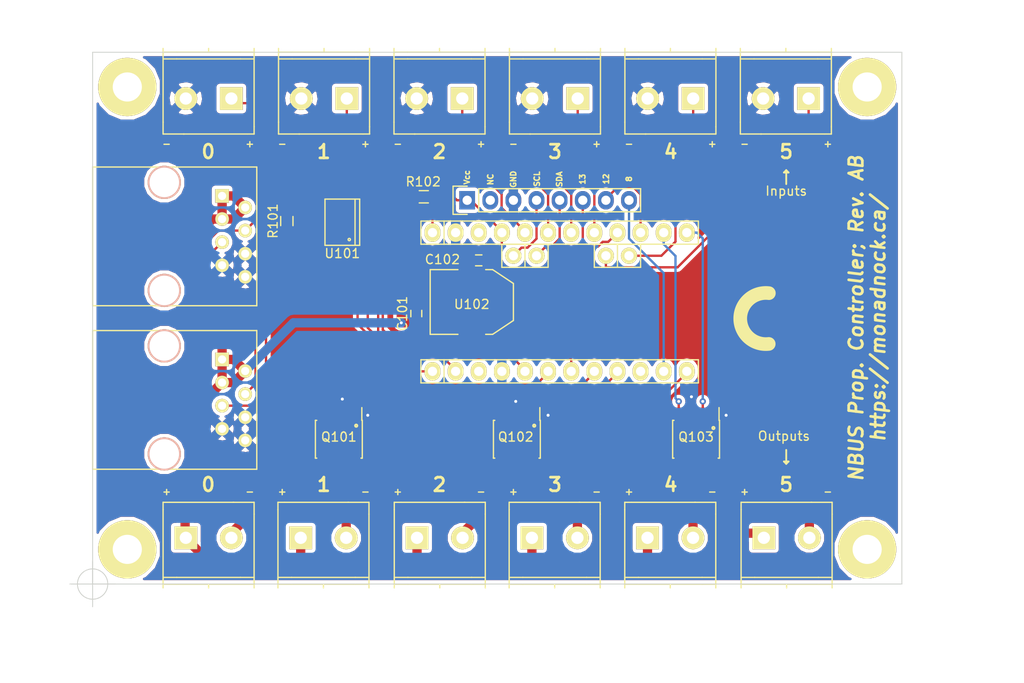
<source format=kicad_pcb>
(kicad_pcb (version 4) (host pcbnew 4.0.4-stable)

  (general
    (links 83)
    (no_connects 0)
    (area 111.709999 65.989999 200.710001 124.510001)
    (thickness 1.6)
    (drawings 69)
    (tracks 266)
    (zones 0)
    (modules 33)
    (nets 38)
  )

  (page A4)
  (layers
    (0 F.Cu signal)
    (31 B.Cu signal)
    (32 B.Adhes user)
    (33 F.Adhes user)
    (34 B.Paste user)
    (35 F.Paste user)
    (36 B.SilkS user)
    (37 F.SilkS user)
    (38 B.Mask user)
    (39 F.Mask user)
    (40 Dwgs.User user)
    (41 Cmts.User user)
    (42 Eco1.User user)
    (43 Eco2.User user)
    (44 Edge.Cuts user)
    (45 Margin user)
    (46 B.CrtYd user)
    (47 F.CrtYd user)
    (48 B.Fab user)
    (49 F.Fab user hide)
  )

  (setup
    (last_trace_width 0.254)
    (trace_clearance 0.254)
    (zone_clearance 0.381)
    (zone_45_only no)
    (trace_min 0.1524)
    (segment_width 0.2)
    (edge_width 0.1)
    (via_size 0.6858)
    (via_drill 0.3302)
    (via_min_size 0.6858)
    (via_min_drill 0.3302)
    (uvia_size 0.3)
    (uvia_drill 0.1)
    (uvias_allowed no)
    (uvia_min_size 0)
    (uvia_min_drill 0)
    (pcb_text_width 0.3)
    (pcb_text_size 1.5 1.5)
    (mod_edge_width 0.15)
    (mod_text_size 1 1)
    (mod_text_width 0.15)
    (pad_size 1.5 1.5)
    (pad_drill 0.6)
    (pad_to_mask_clearance 0)
    (aux_axis_origin 111.76 124.46)
    (grid_origin 111.76 124.46)
    (visible_elements FFFFFF7F)
    (pcbplotparams
      (layerselection 0x010e0_80000001)
      (usegerberextensions true)
      (excludeedgelayer true)
      (linewidth 0.100000)
      (plotframeref false)
      (viasonmask false)
      (mode 1)
      (useauxorigin false)
      (hpglpennumber 1)
      (hpglpenspeed 20)
      (hpglpendiameter 15)
      (hpglpenoverlay 2)
      (psnegative false)
      (psa4output false)
      (plotreference true)
      (plotvalue true)
      (plotinvisibletext false)
      (padsonsilk false)
      (subtractmaskfromsilk false)
      (outputformat 1)
      (mirror false)
      (drillshape 0)
      (scaleselection 1)
      (outputdirectory gerber/))
  )

  (net 0 "")
  (net 1 +12V)
  (net 2 "Net-(J101-Pad4)")
  (net 3 "Net-(J101-Pad5)")
  (net 4 GND)
  (net 5 "/1(Tx)")
  (net 6 "/0(Rx)")
  (net 7 /2)
  (net 8 "/3(**)")
  (net 9 /4)
  (net 10 "/5(**)")
  (net 11 "/6(**)")
  (net 12 /7)
  (net 13 /8)
  (net 14 "/9(**)")
  (net 15 VCC)
  (net 16 /A5)
  (net 17 /A4)
  (net 18 /A3)
  (net 19 /A2)
  (net 20 /A1)
  (net 21 /A0)
  (net 22 "/11(**/MOSI)")
  (net 23 "/10(**/SS)")
  (net 24 /A7)
  (net 25 /A6)
  (net 26 "Net-(P101-Pad2)")
  (net 27 "Net-(P102-Pad2)")
  (net 28 "Net-(P103-Pad2)")
  (net 29 "Net-(P104-Pad2)")
  (net 30 "Net-(P105-Pad2)")
  (net 31 "Net-(P106-Pad2)")
  (net 32 "Net-(P4-Pad1)")
  (net 33 "Net-(P113-Pad2)")
  (net 34 "Net-(P1-Pad3)")
  (net 35 "Net-(P4-Pad3)")
  (net 36 /13)
  (net 37 /12)

  (net_class Default "This is the default net class."
    (clearance 0.254)
    (trace_width 0.254)
    (via_dia 0.6858)
    (via_drill 0.3302)
    (uvia_dia 0.3)
    (uvia_drill 0.1)
    (add_net "/0(Rx)")
    (add_net "/1(Tx)")
    (add_net "/10(**/SS)")
    (add_net "/11(**/MOSI)")
    (add_net /12)
    (add_net /13)
    (add_net /2)
    (add_net "/3(**)")
    (add_net /4)
    (add_net "/5(**)")
    (add_net "/6(**)")
    (add_net /7)
    (add_net /8)
    (add_net "/9(**)")
    (add_net /A0)
    (add_net /A1)
    (add_net /A2)
    (add_net /A3)
    (add_net /A4)
    (add_net /A5)
    (add_net /A6)
    (add_net /A7)
    (add_net GND)
    (add_net "Net-(J101-Pad4)")
    (add_net "Net-(J101-Pad5)")
    (add_net "Net-(P1-Pad3)")
    (add_net "Net-(P113-Pad2)")
    (add_net "Net-(P4-Pad1)")
    (add_net "Net-(P4-Pad3)")
    (add_net VCC)
  )

  (net_class Power ""
    (clearance 0.254)
    (trace_width 1.016)
    (via_dia 0.6858)
    (via_drill 0.3302)
    (uvia_dia 0.3)
    (uvia_drill 0.1)
    (add_net +12V)
    (add_net "Net-(P101-Pad2)")
    (add_net "Net-(P102-Pad2)")
    (add_net "Net-(P103-Pad2)")
    (add_net "Net-(P104-Pad2)")
    (add_net "Net-(P105-Pad2)")
    (add_net "Net-(P106-Pad2)")
  )

  (module Mounting_Holes:MountingHole_3.2mm_M3_Pad (layer F.Cu) (tedit 583DD285) (tstamp 57DAF4A4)
    (at 196.85 69.85)
    (descr "Mounting Hole 3.2mm, M3")
    (tags "mounting hole 3.2mm m3")
    (fp_text reference REF** (at 0 -4.2) (layer F.SilkS) hide
      (effects (font (size 1 1) (thickness 0.15)))
    )
    (fp_text value MountingHole_2.2mm_M2_Pad (at 0 4.2) (layer F.Fab)
      (effects (font (size 1 1) (thickness 0.15)))
    )
    (fp_circle (center 0 0) (end 3.2 0) (layer Cmts.User) (width 0.15))
    (fp_circle (center 0 0) (end 3.45 0) (layer F.CrtYd) (width 0.05))
    (pad 1 thru_hole circle (at 0 0) (size 6.4 6.4) (drill 3.2) (layers *.Cu *.Mask F.SilkS))
  )

  (module Socket_Arduino_Pro_Mini:Socket_Strip_Arduino_1x12 (layer F.Cu) (tedit 57DAF4B7) (tstamp 57DAE231)
    (at 149.098 85.852)
    (descr "Through hole socket strip")
    (tags "socket strip")
    (path /552014EF)
    (fp_text reference P4 (at 0 -5.1) (layer F.SilkS) hide
      (effects (font (size 1 1) (thickness 0.15)))
    )
    (fp_text value Analog (at 0 -3.1) (layer F.Fab)
      (effects (font (size 1 1) (thickness 0.15)))
    )
    (fp_line (start 1.27 -1.27) (end -1.27 -1.27) (layer F.SilkS) (width 0.15))
    (fp_line (start -1.27 -1.27) (end -1.27 1.27) (layer F.SilkS) (width 0.15))
    (fp_line (start -1.27 1.27) (end 1.27 1.27) (layer F.SilkS) (width 0.15))
    (fp_line (start -1.75 -1.75) (end -1.75 1.75) (layer F.CrtYd) (width 0.05))
    (fp_line (start 29.7 -1.75) (end 29.7 1.75) (layer F.CrtYd) (width 0.05))
    (fp_line (start -1.75 -1.75) (end 29.7 -1.75) (layer F.CrtYd) (width 0.05))
    (fp_line (start -1.75 1.75) (end 29.7 1.75) (layer F.CrtYd) (width 0.05))
    (fp_line (start 1.27 1.27) (end 29.21 1.27) (layer F.SilkS) (width 0.15))
    (fp_line (start 29.21 1.27) (end 29.21 -1.27) (layer F.SilkS) (width 0.15))
    (fp_line (start 29.21 -1.27) (end 1.27 -1.27) (layer F.SilkS) (width 0.15))
    (fp_line (start 1.27 1.27) (end 1.27 -1.27) (layer F.SilkS) (width 0.15))
    (pad 1 thru_hole oval (at 0 0) (size 1.7272 2.032) (drill 1.016) (layers *.Cu *.Mask F.SilkS)
      (net 32 "Net-(P4-Pad1)"))
    (pad 2 thru_hole oval (at 2.54 0) (size 1.7272 2.032) (drill 1.016) (layers *.Cu *.Mask F.SilkS)
      (net 4 GND))
    (pad 3 thru_hole oval (at 5.08 0) (size 1.7272 2.032) (drill 1.016) (layers *.Cu *.Mask F.SilkS)
      (net 35 "Net-(P4-Pad3)"))
    (pad 4 thru_hole oval (at 7.62 0) (size 1.7272 2.032) (drill 1.016) (layers *.Cu *.Mask F.SilkS)
      (net 15 VCC))
    (pad 5 thru_hole oval (at 10.16 0) (size 1.7272 2.032) (drill 1.016) (layers *.Cu *.Mask F.SilkS)
      (net 18 /A3))
    (pad 6 thru_hole oval (at 12.7 0) (size 1.7272 2.032) (drill 1.016) (layers *.Cu *.Mask F.SilkS)
      (net 19 /A2))
    (pad 7 thru_hole oval (at 15.24 0) (size 1.7272 2.032) (drill 1.016) (layers *.Cu *.Mask F.SilkS)
      (net 20 /A1))
    (pad 8 thru_hole oval (at 17.78 0) (size 1.7272 2.032) (drill 1.016) (layers *.Cu *.Mask F.SilkS)
      (net 21 /A0))
    (pad 9 thru_hole oval (at 20.32 0) (size 1.7272 2.032) (drill 1.016) (layers *.Cu *.Mask F.SilkS)
      (net 36 /13))
    (pad 10 thru_hole oval (at 22.86 0) (size 1.7272 2.032) (drill 1.016) (layers *.Cu *.Mask F.SilkS)
      (net 37 /12))
    (pad 11 thru_hole oval (at 25.4 0) (size 1.7272 2.032) (drill 1.016) (layers *.Cu *.Mask F.SilkS)
      (net 22 "/11(**/MOSI)"))
    (pad 12 thru_hole oval (at 27.94 0) (size 1.7272 2.032) (drill 1.016) (layers *.Cu *.Mask F.SilkS)
      (net 23 "/10(**/SS)"))
    (model ${KIPRJMOD}/Socket_Arduino_Pro_Mini.3dshapes/Socket_header_Arduino_1x12.wrl
      (at (xyz 0.55 0 0))
      (scale (xyz 1 1 1))
      (rotate (xyz 0 0 180))
    )
  )

  (module Connect:RJ45_8 (layer F.Cu) (tedit 583DD273) (tstamp 57DAE1C7)
    (at 119.634 86.26348 270)
    (tags RJ45)
    (path /57CFB163)
    (fp_text reference J101 (at 0.254 4.826 270) (layer F.SilkS) hide
      (effects (font (size 1 1) (thickness 0.15)))
    )
    (fp_text value RJ45 (at 0.14224 -0.1016 270) (layer F.Fab)
      (effects (font (size 1 1) (thickness 0.15)))
    )
    (fp_line (start -7.62 7.874) (end 7.62 7.874) (layer F.SilkS) (width 0.15))
    (fp_line (start 7.62 7.874) (end 7.62 -10.16) (layer F.SilkS) (width 0.15))
    (fp_line (start 7.62 -10.16) (end -7.62 -10.16) (layer F.SilkS) (width 0.15))
    (fp_line (start -7.62 -10.16) (end -7.62 7.874) (layer F.SilkS) (width 0.15))
    (pad Hole np_thru_hole circle (at 5.93852 0 270) (size 3.64998 3.64998) (drill 3.2512) (layers *.Cu *.SilkS *.Mask))
    (pad Hole np_thru_hole circle (at -5.9309 0 270) (size 3.64998 3.64998) (drill 3.2512) (layers *.Cu *.SilkS *.Mask))
    (pad 1 thru_hole rect (at -4.445 -6.35 270) (size 1.50114 1.50114) (drill 0.89916) (layers *.Cu *.Mask F.SilkS)
      (net 1 +12V))
    (pad 2 thru_hole circle (at -3.175 -8.89 270) (size 1.50114 1.50114) (drill 0.89916) (layers *.Cu *.Mask F.SilkS)
      (net 1 +12V))
    (pad 3 thru_hole circle (at -1.905 -6.35 270) (size 1.50114 1.50114) (drill 0.89916) (layers *.Cu *.Mask F.SilkS)
      (net 1 +12V))
    (pad 4 thru_hole circle (at -0.635 -8.89 270) (size 1.50114 1.50114) (drill 0.89916) (layers *.Cu *.Mask F.SilkS)
      (net 2 "Net-(J101-Pad4)"))
    (pad 5 thru_hole circle (at 0.635 -6.35 270) (size 1.50114 1.50114) (drill 0.89916) (layers *.Cu *.Mask F.SilkS)
      (net 3 "Net-(J101-Pad5)"))
    (pad 6 thru_hole circle (at 1.905 -8.89 270) (size 1.50114 1.50114) (drill 0.89916) (layers *.Cu *.Mask F.SilkS)
      (net 4 GND))
    (pad 7 thru_hole circle (at 3.175 -6.35 270) (size 1.50114 1.50114) (drill 0.89916) (layers *.Cu *.Mask F.SilkS)
      (net 4 GND))
    (pad 8 thru_hole circle (at 4.445 -8.89 270) (size 1.50114 1.50114) (drill 0.89916) (layers *.Cu *.Mask F.SilkS)
      (net 4 GND))
    (model Connect.3dshapes/RJ45_8.wrl
      (at (xyz 0 0 0))
      (scale (xyz 0.4 0.4 0.4))
      (rotate (xyz 0 0 0))
    )
  )

  (module Connect:RJ45_8 (layer F.Cu) (tedit 583DD276) (tstamp 57DAE1D5)
    (at 119.634 104.2289 270)
    (tags RJ45)
    (path /57CF9E61)
    (fp_text reference J102 (at 0.254 4.826 270) (layer F.SilkS) hide
      (effects (font (size 1 1) (thickness 0.15)))
    )
    (fp_text value RJ45 (at 0.14224 -0.1016 270) (layer F.Fab)
      (effects (font (size 1 1) (thickness 0.15)))
    )
    (fp_line (start -7.62 7.874) (end 7.62 7.874) (layer F.SilkS) (width 0.15))
    (fp_line (start 7.62 7.874) (end 7.62 -10.16) (layer F.SilkS) (width 0.15))
    (fp_line (start 7.62 -10.16) (end -7.62 -10.16) (layer F.SilkS) (width 0.15))
    (fp_line (start -7.62 -10.16) (end -7.62 7.874) (layer F.SilkS) (width 0.15))
    (pad Hole np_thru_hole circle (at 5.93852 0 270) (size 3.64998 3.64998) (drill 3.2512) (layers *.Cu *.SilkS *.Mask))
    (pad Hole np_thru_hole circle (at -5.9309 0 270) (size 3.64998 3.64998) (drill 3.2512) (layers *.Cu *.SilkS *.Mask))
    (pad 1 thru_hole rect (at -4.445 -6.35 270) (size 1.50114 1.50114) (drill 0.89916) (layers *.Cu *.Mask F.SilkS)
      (net 1 +12V))
    (pad 2 thru_hole circle (at -3.175 -8.89 270) (size 1.50114 1.50114) (drill 0.89916) (layers *.Cu *.Mask F.SilkS)
      (net 1 +12V))
    (pad 3 thru_hole circle (at -1.905 -6.35 270) (size 1.50114 1.50114) (drill 0.89916) (layers *.Cu *.Mask F.SilkS)
      (net 1 +12V))
    (pad 4 thru_hole circle (at -0.635 -8.89 270) (size 1.50114 1.50114) (drill 0.89916) (layers *.Cu *.Mask F.SilkS)
      (net 2 "Net-(J101-Pad4)"))
    (pad 5 thru_hole circle (at 0.635 -6.35 270) (size 1.50114 1.50114) (drill 0.89916) (layers *.Cu *.Mask F.SilkS)
      (net 3 "Net-(J101-Pad5)"))
    (pad 6 thru_hole circle (at 1.905 -8.89 270) (size 1.50114 1.50114) (drill 0.89916) (layers *.Cu *.Mask F.SilkS)
      (net 4 GND))
    (pad 7 thru_hole circle (at 3.175 -6.35 270) (size 1.50114 1.50114) (drill 0.89916) (layers *.Cu *.Mask F.SilkS)
      (net 4 GND))
    (pad 8 thru_hole circle (at 4.445 -8.89 270) (size 1.50114 1.50114) (drill 0.89916) (layers *.Cu *.Mask F.SilkS)
      (net 4 GND))
    (model Connect.3dshapes/RJ45_8.wrl
      (at (xyz 0 0 0))
      (scale (xyz 0.4 0.4 0.4))
      (rotate (xyz 0 0 0))
    )
  )

  (module Socket_Arduino_Pro_Mini:Socket_Strip_Arduino_1x12 (layer F.Cu) (tedit 57DAF4C9) (tstamp 57DAE1F0)
    (at 149.098 101.092)
    (descr "Through hole socket strip")
    (tags "socket strip")
    (path /552014A1)
    (fp_text reference P1 (at 0 -5.1) (layer F.SilkS) hide
      (effects (font (size 1 1) (thickness 0.15)))
    )
    (fp_text value Digital (at 0 -3.1) (layer F.Fab)
      (effects (font (size 1 1) (thickness 0.15)))
    )
    (fp_line (start 1.27 -1.27) (end -1.27 -1.27) (layer F.SilkS) (width 0.15))
    (fp_line (start -1.27 -1.27) (end -1.27 1.27) (layer F.SilkS) (width 0.15))
    (fp_line (start -1.27 1.27) (end 1.27 1.27) (layer F.SilkS) (width 0.15))
    (fp_line (start -1.75 -1.75) (end -1.75 1.75) (layer F.CrtYd) (width 0.05))
    (fp_line (start 29.7 -1.75) (end 29.7 1.75) (layer F.CrtYd) (width 0.05))
    (fp_line (start -1.75 -1.75) (end 29.7 -1.75) (layer F.CrtYd) (width 0.05))
    (fp_line (start -1.75 1.75) (end 29.7 1.75) (layer F.CrtYd) (width 0.05))
    (fp_line (start 1.27 1.27) (end 29.21 1.27) (layer F.SilkS) (width 0.15))
    (fp_line (start 29.21 1.27) (end 29.21 -1.27) (layer F.SilkS) (width 0.15))
    (fp_line (start 29.21 -1.27) (end 1.27 -1.27) (layer F.SilkS) (width 0.15))
    (fp_line (start 1.27 1.27) (end 1.27 -1.27) (layer F.SilkS) (width 0.15))
    (pad 1 thru_hole oval (at 0 0) (size 1.7272 2.032) (drill 1.016) (layers *.Cu *.Mask F.SilkS)
      (net 5 "/1(Tx)"))
    (pad 2 thru_hole oval (at 2.54 0) (size 1.7272 2.032) (drill 1.016) (layers *.Cu *.Mask F.SilkS)
      (net 6 "/0(Rx)"))
    (pad 3 thru_hole oval (at 5.08 0) (size 1.7272 2.032) (drill 1.016) (layers *.Cu *.Mask F.SilkS)
      (net 34 "Net-(P1-Pad3)"))
    (pad 4 thru_hole oval (at 7.62 0) (size 1.7272 2.032) (drill 1.016) (layers *.Cu *.Mask F.SilkS)
      (net 4 GND))
    (pad 5 thru_hole oval (at 10.16 0) (size 1.7272 2.032) (drill 1.016) (layers *.Cu *.Mask F.SilkS)
      (net 7 /2))
    (pad 6 thru_hole oval (at 12.7 0) (size 1.7272 2.032) (drill 1.016) (layers *.Cu *.Mask F.SilkS)
      (net 8 "/3(**)"))
    (pad 7 thru_hole oval (at 15.24 0) (size 1.7272 2.032) (drill 1.016) (layers *.Cu *.Mask F.SilkS)
      (net 9 /4))
    (pad 8 thru_hole oval (at 17.78 0) (size 1.7272 2.032) (drill 1.016) (layers *.Cu *.Mask F.SilkS)
      (net 10 "/5(**)"))
    (pad 9 thru_hole oval (at 20.32 0) (size 1.7272 2.032) (drill 1.016) (layers *.Cu *.Mask F.SilkS)
      (net 11 "/6(**)"))
    (pad 10 thru_hole oval (at 22.86 0) (size 1.7272 2.032) (drill 1.016) (layers *.Cu *.Mask F.SilkS)
      (net 12 /7))
    (pad 11 thru_hole oval (at 25.4 0) (size 1.7272 2.032) (drill 1.016) (layers *.Cu *.Mask F.SilkS)
      (net 13 /8))
    (pad 12 thru_hole oval (at 27.94 0) (size 1.7272 2.032) (drill 1.016) (layers *.Cu *.Mask F.SilkS)
      (net 14 "/9(**)"))
    (model ${KIPRJMOD}/Socket_Arduino_Pro_Mini.3dshapes/Socket_header_Arduino_1x12.wrl
      (at (xyz 0.55 0 0))
      (scale (xyz 1 1 1))
      (rotate (xyz 0 0 180))
    )
  )

  (module Socket_Arduino_Pro_Mini:Socket_Strip_Arduino_1x02 (layer F.Cu) (tedit 57DAF4C3) (tstamp 57DAE216)
    (at 157.988 88.392)
    (descr "Through hole socket strip")
    (tags "socket strip")
    (path /55201A4F)
    (fp_text reference P3 (at 0 -5.1) (layer F.SilkS) hide
      (effects (font (size 1 1) (thickness 0.15)))
    )
    (fp_text value ADC (at 0 -3.1) (layer F.Fab)
      (effects (font (size 1 1) (thickness 0.15)))
    )
    (fp_line (start 1.27 -1.27) (end -1.27 -1.27) (layer F.SilkS) (width 0.15))
    (fp_line (start -1.27 -1.27) (end -1.27 1.27) (layer F.SilkS) (width 0.15))
    (fp_line (start -1.27 1.27) (end 1.27 1.27) (layer F.SilkS) (width 0.15))
    (fp_line (start 3.81 1.27) (end 1.27 1.27) (layer F.SilkS) (width 0.15))
    (fp_line (start -1.75 -1.75) (end -1.75 1.75) (layer F.CrtYd) (width 0.05))
    (fp_line (start 4.3 -1.75) (end 4.3 1.75) (layer F.CrtYd) (width 0.05))
    (fp_line (start -1.75 -1.75) (end 4.3 -1.75) (layer F.CrtYd) (width 0.05))
    (fp_line (start -1.75 1.75) (end 4.3 1.75) (layer F.CrtYd) (width 0.05))
    (fp_line (start 1.27 1.27) (end 1.27 -1.27) (layer F.SilkS) (width 0.15))
    (fp_line (start 1.27 -1.27) (end 3.81 -1.27) (layer F.SilkS) (width 0.15))
    (fp_line (start 3.81 -1.27) (end 3.81 1.27) (layer F.SilkS) (width 0.15))
    (pad 1 thru_hole circle (at 0 0) (size 1.778 1.778) (drill 1.016) (layers *.Cu *.Mask F.SilkS)
      (net 16 /A5))
    (pad 2 thru_hole circle (at 2.54 0) (size 1.778 1.778) (drill 1.016) (layers *.Cu *.Mask F.SilkS)
      (net 17 /A4))
  )

  (module Socket_Arduino_Pro_Mini:Socket_Strip_Arduino_1x02 (layer F.Cu) (tedit 57DAF4BD) (tstamp 57DAE242)
    (at 168.148 88.392)
    (descr "Through hole socket strip")
    (tags "socket strip")
    (path /552112EB)
    (fp_text reference P5 (at 0 -5.1) (layer F.SilkS) hide
      (effects (font (size 1 1) (thickness 0.15)))
    )
    (fp_text value ADC (at 0 -3.1) (layer F.Fab)
      (effects (font (size 1 1) (thickness 0.15)))
    )
    (fp_line (start 1.27 -1.27) (end -1.27 -1.27) (layer F.SilkS) (width 0.15))
    (fp_line (start -1.27 -1.27) (end -1.27 1.27) (layer F.SilkS) (width 0.15))
    (fp_line (start -1.27 1.27) (end 1.27 1.27) (layer F.SilkS) (width 0.15))
    (fp_line (start 3.81 1.27) (end 1.27 1.27) (layer F.SilkS) (width 0.15))
    (fp_line (start -1.75 -1.75) (end -1.75 1.75) (layer F.CrtYd) (width 0.05))
    (fp_line (start 4.3 -1.75) (end 4.3 1.75) (layer F.CrtYd) (width 0.05))
    (fp_line (start -1.75 -1.75) (end 4.3 -1.75) (layer F.CrtYd) (width 0.05))
    (fp_line (start -1.75 1.75) (end 4.3 1.75) (layer F.CrtYd) (width 0.05))
    (fp_line (start 1.27 1.27) (end 1.27 -1.27) (layer F.SilkS) (width 0.15))
    (fp_line (start 1.27 -1.27) (end 3.81 -1.27) (layer F.SilkS) (width 0.15))
    (fp_line (start 3.81 -1.27) (end 3.81 1.27) (layer F.SilkS) (width 0.15))
    (pad 1 thru_hole circle (at 0 0) (size 1.778 1.778) (drill 1.016) (layers *.Cu *.Mask F.SilkS)
      (net 24 /A7))
    (pad 2 thru_hole circle (at 2.54 0) (size 1.778 1.778) (drill 1.016) (layers *.Cu *.Mask F.SilkS)
      (net 25 /A6))
  )

  (module nocko:TerminalBlock_Pheonix_PT-5mm_2pol (layer F.Cu) (tedit 583DD450) (tstamp 57DAE248)
    (at 134.62 119.38)
    (descr "2-way 5mm pitch terminal block, Phoenix PT series")
    (path /57D01BFB)
    (fp_text reference P101 (at 2.54 3.556) (layer F.SilkS) hide
      (effects (font (size 1 1) (thickness 0.15)))
    )
    (fp_text value CONN_01X02 (at 1.75 10.3) (layer F.Fab)
      (effects (font (size 1 1) (thickness 0.15)))
    )
    (fp_line (start -2.5 5.1) (end -2.5 5.5) (layer F.SilkS) (width 0.15))
    (fp_line (start -2.5 5.1) (end -1 5.1) (layer F.SilkS) (width 0.15))
    (fp_line (start -2.5 4.5) (end -2.5 5.1) (layer F.SilkS) (width 0.15))
    (fp_line (start -1 4.35) (end -2.5 4.35) (layer F.SilkS) (width 0.15))
    (fp_line (start 6 5.1) (end 7.5 5.1) (layer F.SilkS) (width 0.15))
    (fp_line (start 6 4.35) (end 7.5 4.35) (layer F.SilkS) (width 0.15))
    (fp_line (start 7.5 5) (end 7.5 5.5) (layer F.SilkS) (width 0.15))
    (fp_line (start 7.5 -3.9) (end 5.2 -3.9) (layer F.SilkS) (width 0.15))
    (fp_line (start 7.5 -2.6) (end 7.5 -3.9) (layer F.SilkS) (width 0.15))
    (fp_line (start -2.5 -3.9) (end -1.8 -3.9) (layer F.SilkS) (width 0.15))
    (fp_line (start -2.5 -3.1) (end -2.5 -3.9) (layer F.SilkS) (width 0.15))
    (fp_line (start -1.9 -3.3) (end 5.4 -3.3) (layer F.CrtYd) (width 0.05))
    (fp_line (start -2.5 5) (end -2.5 -3) (layer F.CrtYd) (width 0.05))
    (fp_line (start 5.4 4.7) (end -1.9 4.7) (layer F.CrtYd) (width 0.05))
    (fp_line (start 7.4 -2.8) (end 7.4 5.2) (layer F.CrtYd) (width 0.05))
    (fp_line (start 2.5 5.1) (end 2.5 5.5) (layer F.SilkS) (width 0.15))
    (fp_line (start -1 4.35) (end 6 4.35) (layer F.SilkS) (width 0.15))
    (fp_line (start -1 5.1) (end 6 5.1) (layer F.SilkS) (width 0.15))
    (fp_line (start -2.5 -3.1) (end -2.5 4.5) (layer F.SilkS) (width 0.15))
    (fp_line (start 7.5 5) (end 7.5 -2.6) (layer F.SilkS) (width 0.15))
    (fp_line (start 5.25 -3.9) (end -1.75 -3.9) (layer F.SilkS) (width 0.15))
    (pad 2 thru_hole circle (at 5 0) (size 2.5 2.5) (drill 1.35) (layers *.Cu *.Mask F.SilkS)
      (net 26 "Net-(P101-Pad2)"))
    (pad 1 thru_hole rect (at 0 0) (size 2.5 2.5) (drill 1.35) (layers *.Cu *.Mask F.SilkS)
      (net 1 +12V))
    (model Terminal_Blocks.3dshapes/TerminalBlock_Pheonix_PT-3.5mm_2pol.wrl
      (at (xyz 0 0 0))
      (scale (xyz 1 1 1))
      (rotate (xyz 0 0 0))
    )
  )

  (module nocko:TerminalBlock_Pheonix_PT-5mm_2pol (layer F.Cu) (tedit 583DD453) (tstamp 57DAE24E)
    (at 122 119.38)
    (descr "2-way 5mm pitch terminal block, Phoenix PT series")
    (path /57D01FAF)
    (fp_text reference P102 (at 2.46 3.556) (layer F.SilkS) hide
      (effects (font (size 1 1) (thickness 0.15)))
    )
    (fp_text value CONN_01X02 (at 1.75 10.3) (layer F.Fab)
      (effects (font (size 1 1) (thickness 0.15)))
    )
    (fp_line (start -2.5 5.1) (end -2.5 5.5) (layer F.SilkS) (width 0.15))
    (fp_line (start -2.5 5.1) (end -1 5.1) (layer F.SilkS) (width 0.15))
    (fp_line (start -2.5 4.5) (end -2.5 5.1) (layer F.SilkS) (width 0.15))
    (fp_line (start -1 4.35) (end -2.5 4.35) (layer F.SilkS) (width 0.15))
    (fp_line (start 6 5.1) (end 7.5 5.1) (layer F.SilkS) (width 0.15))
    (fp_line (start 6 4.35) (end 7.5 4.35) (layer F.SilkS) (width 0.15))
    (fp_line (start 7.5 5) (end 7.5 5.5) (layer F.SilkS) (width 0.15))
    (fp_line (start 7.5 -3.9) (end 5.2 -3.9) (layer F.SilkS) (width 0.15))
    (fp_line (start 7.5 -2.6) (end 7.5 -3.9) (layer F.SilkS) (width 0.15))
    (fp_line (start -2.5 -3.9) (end -1.8 -3.9) (layer F.SilkS) (width 0.15))
    (fp_line (start -2.5 -3.1) (end -2.5 -3.9) (layer F.SilkS) (width 0.15))
    (fp_line (start -1.9 -3.3) (end 5.4 -3.3) (layer F.CrtYd) (width 0.05))
    (fp_line (start -2.5 5) (end -2.5 -3) (layer F.CrtYd) (width 0.05))
    (fp_line (start 5.4 4.7) (end -1.9 4.7) (layer F.CrtYd) (width 0.05))
    (fp_line (start 7.4 -2.8) (end 7.4 5.2) (layer F.CrtYd) (width 0.05))
    (fp_line (start 2.5 5.1) (end 2.5 5.5) (layer F.SilkS) (width 0.15))
    (fp_line (start -1 4.35) (end 6 4.35) (layer F.SilkS) (width 0.15))
    (fp_line (start -1 5.1) (end 6 5.1) (layer F.SilkS) (width 0.15))
    (fp_line (start -2.5 -3.1) (end -2.5 4.5) (layer F.SilkS) (width 0.15))
    (fp_line (start 7.5 5) (end 7.5 -2.6) (layer F.SilkS) (width 0.15))
    (fp_line (start 5.25 -3.9) (end -1.75 -3.9) (layer F.SilkS) (width 0.15))
    (pad 2 thru_hole circle (at 5 0) (size 2.5 2.5) (drill 1.35) (layers *.Cu *.Mask F.SilkS)
      (net 27 "Net-(P102-Pad2)"))
    (pad 1 thru_hole rect (at 0 0) (size 2.5 2.5) (drill 1.35) (layers *.Cu *.Mask F.SilkS)
      (net 1 +12V))
    (model Terminal_Blocks.3dshapes/TerminalBlock_Pheonix_PT-3.5mm_2pol.wrl
      (at (xyz 0 0 0))
      (scale (xyz 1 1 1))
      (rotate (xyz 0 0 0))
    )
  )

  (module nocko:TerminalBlock_Pheonix_PT-5mm_2pol (layer F.Cu) (tedit 583DD448) (tstamp 57DAE254)
    (at 160.02 119.38)
    (descr "2-way 5mm pitch terminal block, Phoenix PT series")
    (path /57D02118)
    (fp_text reference P103 (at 2.54 3.81) (layer F.SilkS) hide
      (effects (font (size 1 1) (thickness 0.15)))
    )
    (fp_text value CONN_01X02 (at 1.75 10.3) (layer F.Fab)
      (effects (font (size 1 1) (thickness 0.15)))
    )
    (fp_line (start -2.5 5.1) (end -2.5 5.5) (layer F.SilkS) (width 0.15))
    (fp_line (start -2.5 5.1) (end -1 5.1) (layer F.SilkS) (width 0.15))
    (fp_line (start -2.5 4.5) (end -2.5 5.1) (layer F.SilkS) (width 0.15))
    (fp_line (start -1 4.35) (end -2.5 4.35) (layer F.SilkS) (width 0.15))
    (fp_line (start 6 5.1) (end 7.5 5.1) (layer F.SilkS) (width 0.15))
    (fp_line (start 6 4.35) (end 7.5 4.35) (layer F.SilkS) (width 0.15))
    (fp_line (start 7.5 5) (end 7.5 5.5) (layer F.SilkS) (width 0.15))
    (fp_line (start 7.5 -3.9) (end 5.2 -3.9) (layer F.SilkS) (width 0.15))
    (fp_line (start 7.5 -2.6) (end 7.5 -3.9) (layer F.SilkS) (width 0.15))
    (fp_line (start -2.5 -3.9) (end -1.8 -3.9) (layer F.SilkS) (width 0.15))
    (fp_line (start -2.5 -3.1) (end -2.5 -3.9) (layer F.SilkS) (width 0.15))
    (fp_line (start -1.9 -3.3) (end 5.4 -3.3) (layer F.CrtYd) (width 0.05))
    (fp_line (start -2.5 5) (end -2.5 -3) (layer F.CrtYd) (width 0.05))
    (fp_line (start 5.4 4.7) (end -1.9 4.7) (layer F.CrtYd) (width 0.05))
    (fp_line (start 7.4 -2.8) (end 7.4 5.2) (layer F.CrtYd) (width 0.05))
    (fp_line (start 2.5 5.1) (end 2.5 5.5) (layer F.SilkS) (width 0.15))
    (fp_line (start -1 4.35) (end 6 4.35) (layer F.SilkS) (width 0.15))
    (fp_line (start -1 5.1) (end 6 5.1) (layer F.SilkS) (width 0.15))
    (fp_line (start -2.5 -3.1) (end -2.5 4.5) (layer F.SilkS) (width 0.15))
    (fp_line (start 7.5 5) (end 7.5 -2.6) (layer F.SilkS) (width 0.15))
    (fp_line (start 5.25 -3.9) (end -1.75 -3.9) (layer F.SilkS) (width 0.15))
    (pad 2 thru_hole circle (at 5 0) (size 2.5 2.5) (drill 1.35) (layers *.Cu *.Mask F.SilkS)
      (net 28 "Net-(P103-Pad2)"))
    (pad 1 thru_hole rect (at 0 0) (size 2.5 2.5) (drill 1.35) (layers *.Cu *.Mask F.SilkS)
      (net 1 +12V))
    (model Terminal_Blocks.3dshapes/TerminalBlock_Pheonix_PT-3.5mm_2pol.wrl
      (at (xyz 0 0 0))
      (scale (xyz 1 1 1))
      (rotate (xyz 0 0 0))
    )
  )

  (module nocko:TerminalBlock_Pheonix_PT-5mm_2pol (layer F.Cu) (tedit 583DD44D) (tstamp 57DAE25A)
    (at 147.4 119.38)
    (descr "2-way 5mm pitch terminal block, Phoenix PT series")
    (path /57D02125)
    (fp_text reference P104 (at 2.714 3.556) (layer F.SilkS) hide
      (effects (font (size 1 1) (thickness 0.15)))
    )
    (fp_text value CONN_01X02 (at 1.75 10.3) (layer F.Fab)
      (effects (font (size 1 1) (thickness 0.15)))
    )
    (fp_line (start -2.5 5.1) (end -2.5 5.5) (layer F.SilkS) (width 0.15))
    (fp_line (start -2.5 5.1) (end -1 5.1) (layer F.SilkS) (width 0.15))
    (fp_line (start -2.5 4.5) (end -2.5 5.1) (layer F.SilkS) (width 0.15))
    (fp_line (start -1 4.35) (end -2.5 4.35) (layer F.SilkS) (width 0.15))
    (fp_line (start 6 5.1) (end 7.5 5.1) (layer F.SilkS) (width 0.15))
    (fp_line (start 6 4.35) (end 7.5 4.35) (layer F.SilkS) (width 0.15))
    (fp_line (start 7.5 5) (end 7.5 5.5) (layer F.SilkS) (width 0.15))
    (fp_line (start 7.5 -3.9) (end 5.2 -3.9) (layer F.SilkS) (width 0.15))
    (fp_line (start 7.5 -2.6) (end 7.5 -3.9) (layer F.SilkS) (width 0.15))
    (fp_line (start -2.5 -3.9) (end -1.8 -3.9) (layer F.SilkS) (width 0.15))
    (fp_line (start -2.5 -3.1) (end -2.5 -3.9) (layer F.SilkS) (width 0.15))
    (fp_line (start -1.9 -3.3) (end 5.4 -3.3) (layer F.CrtYd) (width 0.05))
    (fp_line (start -2.5 5) (end -2.5 -3) (layer F.CrtYd) (width 0.05))
    (fp_line (start 5.4 4.7) (end -1.9 4.7) (layer F.CrtYd) (width 0.05))
    (fp_line (start 7.4 -2.8) (end 7.4 5.2) (layer F.CrtYd) (width 0.05))
    (fp_line (start 2.5 5.1) (end 2.5 5.5) (layer F.SilkS) (width 0.15))
    (fp_line (start -1 4.35) (end 6 4.35) (layer F.SilkS) (width 0.15))
    (fp_line (start -1 5.1) (end 6 5.1) (layer F.SilkS) (width 0.15))
    (fp_line (start -2.5 -3.1) (end -2.5 4.5) (layer F.SilkS) (width 0.15))
    (fp_line (start 7.5 5) (end 7.5 -2.6) (layer F.SilkS) (width 0.15))
    (fp_line (start 5.25 -3.9) (end -1.75 -3.9) (layer F.SilkS) (width 0.15))
    (pad 2 thru_hole circle (at 5 0) (size 2.5 2.5) (drill 1.35) (layers *.Cu *.Mask F.SilkS)
      (net 29 "Net-(P104-Pad2)"))
    (pad 1 thru_hole rect (at 0 0) (size 2.5 2.5) (drill 1.35) (layers *.Cu *.Mask F.SilkS)
      (net 1 +12V))
    (model Terminal_Blocks.3dshapes/TerminalBlock_Pheonix_PT-3.5mm_2pol.wrl
      (at (xyz 0 0 0))
      (scale (xyz 1 1 1))
      (rotate (xyz 0 0 0))
    )
  )

  (module nocko:TerminalBlock_Pheonix_PT-5mm_2pol (layer F.Cu) (tedit 583DD443) (tstamp 57DAE260)
    (at 185.5 119.38)
    (descr "2-way 5mm pitch terminal block, Phoenix PT series")
    (path /57D0297E)
    (fp_text reference P105 (at 2.46 3.302) (layer F.SilkS) hide
      (effects (font (size 1 1) (thickness 0.15)))
    )
    (fp_text value CONN_01X02 (at 1.75 10.3) (layer F.Fab)
      (effects (font (size 1 1) (thickness 0.15)))
    )
    (fp_line (start -2.5 5.1) (end -2.5 5.5) (layer F.SilkS) (width 0.15))
    (fp_line (start -2.5 5.1) (end -1 5.1) (layer F.SilkS) (width 0.15))
    (fp_line (start -2.5 4.5) (end -2.5 5.1) (layer F.SilkS) (width 0.15))
    (fp_line (start -1 4.35) (end -2.5 4.35) (layer F.SilkS) (width 0.15))
    (fp_line (start 6 5.1) (end 7.5 5.1) (layer F.SilkS) (width 0.15))
    (fp_line (start 6 4.35) (end 7.5 4.35) (layer F.SilkS) (width 0.15))
    (fp_line (start 7.5 5) (end 7.5 5.5) (layer F.SilkS) (width 0.15))
    (fp_line (start 7.5 -3.9) (end 5.2 -3.9) (layer F.SilkS) (width 0.15))
    (fp_line (start 7.5 -2.6) (end 7.5 -3.9) (layer F.SilkS) (width 0.15))
    (fp_line (start -2.5 -3.9) (end -1.8 -3.9) (layer F.SilkS) (width 0.15))
    (fp_line (start -2.5 -3.1) (end -2.5 -3.9) (layer F.SilkS) (width 0.15))
    (fp_line (start -1.9 -3.3) (end 5.4 -3.3) (layer F.CrtYd) (width 0.05))
    (fp_line (start -2.5 5) (end -2.5 -3) (layer F.CrtYd) (width 0.05))
    (fp_line (start 5.4 4.7) (end -1.9 4.7) (layer F.CrtYd) (width 0.05))
    (fp_line (start 7.4 -2.8) (end 7.4 5.2) (layer F.CrtYd) (width 0.05))
    (fp_line (start 2.5 5.1) (end 2.5 5.5) (layer F.SilkS) (width 0.15))
    (fp_line (start -1 4.35) (end 6 4.35) (layer F.SilkS) (width 0.15))
    (fp_line (start -1 5.1) (end 6 5.1) (layer F.SilkS) (width 0.15))
    (fp_line (start -2.5 -3.1) (end -2.5 4.5) (layer F.SilkS) (width 0.15))
    (fp_line (start 7.5 5) (end 7.5 -2.6) (layer F.SilkS) (width 0.15))
    (fp_line (start 5.25 -3.9) (end -1.75 -3.9) (layer F.SilkS) (width 0.15))
    (pad 2 thru_hole circle (at 5 0) (size 2.5 2.5) (drill 1.35) (layers *.Cu *.Mask F.SilkS)
      (net 30 "Net-(P105-Pad2)"))
    (pad 1 thru_hole rect (at 0 0) (size 2.5 2.5) (drill 1.35) (layers *.Cu *.Mask F.SilkS)
      (net 1 +12V))
    (model Terminal_Blocks.3dshapes/TerminalBlock_Pheonix_PT-3.5mm_2pol.wrl
      (at (xyz 0 0 0))
      (scale (xyz 1 1 1))
      (rotate (xyz 0 0 0))
    )
  )

  (module nocko:TerminalBlock_Pheonix_PT-5mm_2pol (layer F.Cu) (tedit 583DD446) (tstamp 57DAE266)
    (at 172.72 119.38)
    (descr "2-way 5mm pitch terminal block, Phoenix PT series")
    (path /57D0298B)
    (fp_text reference P106 (at 2.54 3.302) (layer F.SilkS) hide
      (effects (font (size 1 1) (thickness 0.15)))
    )
    (fp_text value CONN_01X02 (at 1.75 10.3) (layer F.Fab)
      (effects (font (size 1 1) (thickness 0.15)))
    )
    (fp_line (start -2.5 5.1) (end -2.5 5.5) (layer F.SilkS) (width 0.15))
    (fp_line (start -2.5 5.1) (end -1 5.1) (layer F.SilkS) (width 0.15))
    (fp_line (start -2.5 4.5) (end -2.5 5.1) (layer F.SilkS) (width 0.15))
    (fp_line (start -1 4.35) (end -2.5 4.35) (layer F.SilkS) (width 0.15))
    (fp_line (start 6 5.1) (end 7.5 5.1) (layer F.SilkS) (width 0.15))
    (fp_line (start 6 4.35) (end 7.5 4.35) (layer F.SilkS) (width 0.15))
    (fp_line (start 7.5 5) (end 7.5 5.5) (layer F.SilkS) (width 0.15))
    (fp_line (start 7.5 -3.9) (end 5.2 -3.9) (layer F.SilkS) (width 0.15))
    (fp_line (start 7.5 -2.6) (end 7.5 -3.9) (layer F.SilkS) (width 0.15))
    (fp_line (start -2.5 -3.9) (end -1.8 -3.9) (layer F.SilkS) (width 0.15))
    (fp_line (start -2.5 -3.1) (end -2.5 -3.9) (layer F.SilkS) (width 0.15))
    (fp_line (start -1.9 -3.3) (end 5.4 -3.3) (layer F.CrtYd) (width 0.05))
    (fp_line (start -2.5 5) (end -2.5 -3) (layer F.CrtYd) (width 0.05))
    (fp_line (start 5.4 4.7) (end -1.9 4.7) (layer F.CrtYd) (width 0.05))
    (fp_line (start 7.4 -2.8) (end 7.4 5.2) (layer F.CrtYd) (width 0.05))
    (fp_line (start 2.5 5.1) (end 2.5 5.5) (layer F.SilkS) (width 0.15))
    (fp_line (start -1 4.35) (end 6 4.35) (layer F.SilkS) (width 0.15))
    (fp_line (start -1 5.1) (end 6 5.1) (layer F.SilkS) (width 0.15))
    (fp_line (start -2.5 -3.1) (end -2.5 4.5) (layer F.SilkS) (width 0.15))
    (fp_line (start 7.5 5) (end 7.5 -2.6) (layer F.SilkS) (width 0.15))
    (fp_line (start 5.25 -3.9) (end -1.75 -3.9) (layer F.SilkS) (width 0.15))
    (pad 2 thru_hole circle (at 5 0) (size 2.5 2.5) (drill 1.35) (layers *.Cu *.Mask F.SilkS)
      (net 31 "Net-(P106-Pad2)"))
    (pad 1 thru_hole rect (at 0 0) (size 2.5 2.5) (drill 1.35) (layers *.Cu *.Mask F.SilkS)
      (net 1 +12V))
    (model Terminal_Blocks.3dshapes/TerminalBlock_Pheonix_PT-3.5mm_2pol.wrl
      (at (xyz 0 0 0))
      (scale (xyz 1 1 1))
      (rotate (xyz 0 0 0))
    )
  )

  (module nocko:TerminalBlock_Pheonix_PT-5mm_2pol (layer F.Cu) (tedit 583DD43F) (tstamp 57DAE26C)
    (at 127 71.12 180)
    (descr "2-way 5mm pitch terminal block, Phoenix PT series")
    (path /57D0C6DC)
    (fp_text reference P107 (at 2.794 3.302 180) (layer F.SilkS) hide
      (effects (font (size 1 1) (thickness 0.15)))
    )
    (fp_text value CONN_01X02 (at 1.75 10.3 180) (layer F.Fab)
      (effects (font (size 1 1) (thickness 0.15)))
    )
    (fp_line (start -2.5 5.1) (end -2.5 5.5) (layer F.SilkS) (width 0.15))
    (fp_line (start -2.5 5.1) (end -1 5.1) (layer F.SilkS) (width 0.15))
    (fp_line (start -2.5 4.5) (end -2.5 5.1) (layer F.SilkS) (width 0.15))
    (fp_line (start -1 4.35) (end -2.5 4.35) (layer F.SilkS) (width 0.15))
    (fp_line (start 6 5.1) (end 7.5 5.1) (layer F.SilkS) (width 0.15))
    (fp_line (start 6 4.35) (end 7.5 4.35) (layer F.SilkS) (width 0.15))
    (fp_line (start 7.5 5) (end 7.5 5.5) (layer F.SilkS) (width 0.15))
    (fp_line (start 7.5 -3.9) (end 5.2 -3.9) (layer F.SilkS) (width 0.15))
    (fp_line (start 7.5 -2.6) (end 7.5 -3.9) (layer F.SilkS) (width 0.15))
    (fp_line (start -2.5 -3.9) (end -1.8 -3.9) (layer F.SilkS) (width 0.15))
    (fp_line (start -2.5 -3.1) (end -2.5 -3.9) (layer F.SilkS) (width 0.15))
    (fp_line (start -1.9 -3.3) (end 5.4 -3.3) (layer F.CrtYd) (width 0.05))
    (fp_line (start -2.5 5) (end -2.5 -3) (layer F.CrtYd) (width 0.05))
    (fp_line (start 5.4 4.7) (end -1.9 4.7) (layer F.CrtYd) (width 0.05))
    (fp_line (start 7.4 -2.8) (end 7.4 5.2) (layer F.CrtYd) (width 0.05))
    (fp_line (start 2.5 5.1) (end 2.5 5.5) (layer F.SilkS) (width 0.15))
    (fp_line (start -1 4.35) (end 6 4.35) (layer F.SilkS) (width 0.15))
    (fp_line (start -1 5.1) (end 6 5.1) (layer F.SilkS) (width 0.15))
    (fp_line (start -2.5 -3.1) (end -2.5 4.5) (layer F.SilkS) (width 0.15))
    (fp_line (start 7.5 5) (end 7.5 -2.6) (layer F.SilkS) (width 0.15))
    (fp_line (start 5.25 -3.9) (end -1.75 -3.9) (layer F.SilkS) (width 0.15))
    (pad 2 thru_hole circle (at 5 0 180) (size 2.5 2.5) (drill 1.35) (layers *.Cu *.Mask F.SilkS)
      (net 4 GND))
    (pad 1 thru_hole rect (at 0 0 180) (size 2.5 2.5) (drill 1.35) (layers *.Cu *.Mask F.SilkS)
      (net 18 /A3))
    (model Terminal_Blocks.3dshapes/TerminalBlock_Pheonix_PT-3.5mm_2pol.wrl
      (at (xyz 0 0 0))
      (scale (xyz 1 1 1))
      (rotate (xyz 0 0 0))
    )
  )

  (module nocko:TerminalBlock_Pheonix_PT-5mm_2pol (layer F.Cu) (tedit 583DD43C) (tstamp 57DAE272)
    (at 139.684 71.12 180)
    (descr "2-way 5mm pitch terminal block, Phoenix PT series")
    (path /57D0C804)
    (fp_text reference P108 (at 2.778 3.048 180) (layer F.SilkS) hide
      (effects (font (size 1 1) (thickness 0.15)))
    )
    (fp_text value CONN_01X02 (at 1.75 10.3 180) (layer F.Fab)
      (effects (font (size 1 1) (thickness 0.15)))
    )
    (fp_line (start -2.5 5.1) (end -2.5 5.5) (layer F.SilkS) (width 0.15))
    (fp_line (start -2.5 5.1) (end -1 5.1) (layer F.SilkS) (width 0.15))
    (fp_line (start -2.5 4.5) (end -2.5 5.1) (layer F.SilkS) (width 0.15))
    (fp_line (start -1 4.35) (end -2.5 4.35) (layer F.SilkS) (width 0.15))
    (fp_line (start 6 5.1) (end 7.5 5.1) (layer F.SilkS) (width 0.15))
    (fp_line (start 6 4.35) (end 7.5 4.35) (layer F.SilkS) (width 0.15))
    (fp_line (start 7.5 5) (end 7.5 5.5) (layer F.SilkS) (width 0.15))
    (fp_line (start 7.5 -3.9) (end 5.2 -3.9) (layer F.SilkS) (width 0.15))
    (fp_line (start 7.5 -2.6) (end 7.5 -3.9) (layer F.SilkS) (width 0.15))
    (fp_line (start -2.5 -3.9) (end -1.8 -3.9) (layer F.SilkS) (width 0.15))
    (fp_line (start -2.5 -3.1) (end -2.5 -3.9) (layer F.SilkS) (width 0.15))
    (fp_line (start -1.9 -3.3) (end 5.4 -3.3) (layer F.CrtYd) (width 0.05))
    (fp_line (start -2.5 5) (end -2.5 -3) (layer F.CrtYd) (width 0.05))
    (fp_line (start 5.4 4.7) (end -1.9 4.7) (layer F.CrtYd) (width 0.05))
    (fp_line (start 7.4 -2.8) (end 7.4 5.2) (layer F.CrtYd) (width 0.05))
    (fp_line (start 2.5 5.1) (end 2.5 5.5) (layer F.SilkS) (width 0.15))
    (fp_line (start -1 4.35) (end 6 4.35) (layer F.SilkS) (width 0.15))
    (fp_line (start -1 5.1) (end 6 5.1) (layer F.SilkS) (width 0.15))
    (fp_line (start -2.5 -3.1) (end -2.5 4.5) (layer F.SilkS) (width 0.15))
    (fp_line (start 7.5 5) (end 7.5 -2.6) (layer F.SilkS) (width 0.15))
    (fp_line (start 5.25 -3.9) (end -1.75 -3.9) (layer F.SilkS) (width 0.15))
    (pad 2 thru_hole circle (at 5 0 180) (size 2.5 2.5) (drill 1.35) (layers *.Cu *.Mask F.SilkS)
      (net 4 GND))
    (pad 1 thru_hole rect (at 0 0 180) (size 2.5 2.5) (drill 1.35) (layers *.Cu *.Mask F.SilkS)
      (net 19 /A2))
    (model Terminal_Blocks.3dshapes/TerminalBlock_Pheonix_PT-3.5mm_2pol.wrl
      (at (xyz 0 0 0))
      (scale (xyz 1 1 1))
      (rotate (xyz 0 0 0))
    )
  )

  (module nocko:TerminalBlock_Pheonix_PT-5mm_2pol (layer F.Cu) (tedit 583DD439) (tstamp 57DAE278)
    (at 152.368 71.12 180)
    (descr "2-way 5mm pitch terminal block, Phoenix PT series")
    (path /57D0C97B)
    (fp_text reference P109 (at 2.762 3.048 180) (layer F.SilkS) hide
      (effects (font (size 1 1) (thickness 0.15)))
    )
    (fp_text value CONN_01X02 (at 1.75 10.3 180) (layer F.Fab)
      (effects (font (size 1 1) (thickness 0.15)))
    )
    (fp_line (start -2.5 5.1) (end -2.5 5.5) (layer F.SilkS) (width 0.15))
    (fp_line (start -2.5 5.1) (end -1 5.1) (layer F.SilkS) (width 0.15))
    (fp_line (start -2.5 4.5) (end -2.5 5.1) (layer F.SilkS) (width 0.15))
    (fp_line (start -1 4.35) (end -2.5 4.35) (layer F.SilkS) (width 0.15))
    (fp_line (start 6 5.1) (end 7.5 5.1) (layer F.SilkS) (width 0.15))
    (fp_line (start 6 4.35) (end 7.5 4.35) (layer F.SilkS) (width 0.15))
    (fp_line (start 7.5 5) (end 7.5 5.5) (layer F.SilkS) (width 0.15))
    (fp_line (start 7.5 -3.9) (end 5.2 -3.9) (layer F.SilkS) (width 0.15))
    (fp_line (start 7.5 -2.6) (end 7.5 -3.9) (layer F.SilkS) (width 0.15))
    (fp_line (start -2.5 -3.9) (end -1.8 -3.9) (layer F.SilkS) (width 0.15))
    (fp_line (start -2.5 -3.1) (end -2.5 -3.9) (layer F.SilkS) (width 0.15))
    (fp_line (start -1.9 -3.3) (end 5.4 -3.3) (layer F.CrtYd) (width 0.05))
    (fp_line (start -2.5 5) (end -2.5 -3) (layer F.CrtYd) (width 0.05))
    (fp_line (start 5.4 4.7) (end -1.9 4.7) (layer F.CrtYd) (width 0.05))
    (fp_line (start 7.4 -2.8) (end 7.4 5.2) (layer F.CrtYd) (width 0.05))
    (fp_line (start 2.5 5.1) (end 2.5 5.5) (layer F.SilkS) (width 0.15))
    (fp_line (start -1 4.35) (end 6 4.35) (layer F.SilkS) (width 0.15))
    (fp_line (start -1 5.1) (end 6 5.1) (layer F.SilkS) (width 0.15))
    (fp_line (start -2.5 -3.1) (end -2.5 4.5) (layer F.SilkS) (width 0.15))
    (fp_line (start 7.5 5) (end 7.5 -2.6) (layer F.SilkS) (width 0.15))
    (fp_line (start 5.25 -3.9) (end -1.75 -3.9) (layer F.SilkS) (width 0.15))
    (pad 2 thru_hole circle (at 5 0 180) (size 2.5 2.5) (drill 1.35) (layers *.Cu *.Mask F.SilkS)
      (net 4 GND))
    (pad 1 thru_hole rect (at 0 0 180) (size 2.5 2.5) (drill 1.35) (layers *.Cu *.Mask F.SilkS)
      (net 20 /A1))
    (model Terminal_Blocks.3dshapes/TerminalBlock_Pheonix_PT-3.5mm_2pol.wrl
      (at (xyz 0 0 0))
      (scale (xyz 1 1 1))
      (rotate (xyz 0 0 0))
    )
  )

  (module nocko:TerminalBlock_Pheonix_PT-5mm_2pol (layer F.Cu) (tedit 583DD436) (tstamp 57DAE27E)
    (at 165.052 71.12 180)
    (descr "2-way 5mm pitch terminal block, Phoenix PT series")
    (path /57D0C981)
    (fp_text reference P110 (at 2.746 3.048 180) (layer F.SilkS) hide
      (effects (font (size 1 1) (thickness 0.15)))
    )
    (fp_text value CONN_01X02 (at 1.75 10.3 180) (layer F.Fab)
      (effects (font (size 1 1) (thickness 0.15)))
    )
    (fp_line (start -2.5 5.1) (end -2.5 5.5) (layer F.SilkS) (width 0.15))
    (fp_line (start -2.5 5.1) (end -1 5.1) (layer F.SilkS) (width 0.15))
    (fp_line (start -2.5 4.5) (end -2.5 5.1) (layer F.SilkS) (width 0.15))
    (fp_line (start -1 4.35) (end -2.5 4.35) (layer F.SilkS) (width 0.15))
    (fp_line (start 6 5.1) (end 7.5 5.1) (layer F.SilkS) (width 0.15))
    (fp_line (start 6 4.35) (end 7.5 4.35) (layer F.SilkS) (width 0.15))
    (fp_line (start 7.5 5) (end 7.5 5.5) (layer F.SilkS) (width 0.15))
    (fp_line (start 7.5 -3.9) (end 5.2 -3.9) (layer F.SilkS) (width 0.15))
    (fp_line (start 7.5 -2.6) (end 7.5 -3.9) (layer F.SilkS) (width 0.15))
    (fp_line (start -2.5 -3.9) (end -1.8 -3.9) (layer F.SilkS) (width 0.15))
    (fp_line (start -2.5 -3.1) (end -2.5 -3.9) (layer F.SilkS) (width 0.15))
    (fp_line (start -1.9 -3.3) (end 5.4 -3.3) (layer F.CrtYd) (width 0.05))
    (fp_line (start -2.5 5) (end -2.5 -3) (layer F.CrtYd) (width 0.05))
    (fp_line (start 5.4 4.7) (end -1.9 4.7) (layer F.CrtYd) (width 0.05))
    (fp_line (start 7.4 -2.8) (end 7.4 5.2) (layer F.CrtYd) (width 0.05))
    (fp_line (start 2.5 5.1) (end 2.5 5.5) (layer F.SilkS) (width 0.15))
    (fp_line (start -1 4.35) (end 6 4.35) (layer F.SilkS) (width 0.15))
    (fp_line (start -1 5.1) (end 6 5.1) (layer F.SilkS) (width 0.15))
    (fp_line (start -2.5 -3.1) (end -2.5 4.5) (layer F.SilkS) (width 0.15))
    (fp_line (start 7.5 5) (end 7.5 -2.6) (layer F.SilkS) (width 0.15))
    (fp_line (start 5.25 -3.9) (end -1.75 -3.9) (layer F.SilkS) (width 0.15))
    (pad 2 thru_hole circle (at 5 0 180) (size 2.5 2.5) (drill 1.35) (layers *.Cu *.Mask F.SilkS)
      (net 4 GND))
    (pad 1 thru_hole rect (at 0 0 180) (size 2.5 2.5) (drill 1.35) (layers *.Cu *.Mask F.SilkS)
      (net 21 /A0))
    (model Terminal_Blocks.3dshapes/TerminalBlock_Pheonix_PT-3.5mm_2pol.wrl
      (at (xyz 0 0 0))
      (scale (xyz 1 1 1))
      (rotate (xyz 0 0 0))
    )
  )

  (module nocko:TerminalBlock_Pheonix_PT-5mm_2pol (layer F.Cu) (tedit 583DD426) (tstamp 57DAE284)
    (at 177.736 71.12 180)
    (descr "2-way 5mm pitch terminal block, Phoenix PT series")
    (path /57D0CB73)
    (fp_text reference P111 (at 2.73 3.302 180) (layer F.SilkS) hide
      (effects (font (size 1 1) (thickness 0.15)))
    )
    (fp_text value CONN_01X02 (at 1.75 10.3 180) (layer F.Fab)
      (effects (font (size 1 1) (thickness 0.15)))
    )
    (fp_line (start -2.5 5.1) (end -2.5 5.5) (layer F.SilkS) (width 0.15))
    (fp_line (start -2.5 5.1) (end -1 5.1) (layer F.SilkS) (width 0.15))
    (fp_line (start -2.5 4.5) (end -2.5 5.1) (layer F.SilkS) (width 0.15))
    (fp_line (start -1 4.35) (end -2.5 4.35) (layer F.SilkS) (width 0.15))
    (fp_line (start 6 5.1) (end 7.5 5.1) (layer F.SilkS) (width 0.15))
    (fp_line (start 6 4.35) (end 7.5 4.35) (layer F.SilkS) (width 0.15))
    (fp_line (start 7.5 5) (end 7.5 5.5) (layer F.SilkS) (width 0.15))
    (fp_line (start 7.5 -3.9) (end 5.2 -3.9) (layer F.SilkS) (width 0.15))
    (fp_line (start 7.5 -2.6) (end 7.5 -3.9) (layer F.SilkS) (width 0.15))
    (fp_line (start -2.5 -3.9) (end -1.8 -3.9) (layer F.SilkS) (width 0.15))
    (fp_line (start -2.5 -3.1) (end -2.5 -3.9) (layer F.SilkS) (width 0.15))
    (fp_line (start -1.9 -3.3) (end 5.4 -3.3) (layer F.CrtYd) (width 0.05))
    (fp_line (start -2.5 5) (end -2.5 -3) (layer F.CrtYd) (width 0.05))
    (fp_line (start 5.4 4.7) (end -1.9 4.7) (layer F.CrtYd) (width 0.05))
    (fp_line (start 7.4 -2.8) (end 7.4 5.2) (layer F.CrtYd) (width 0.05))
    (fp_line (start 2.5 5.1) (end 2.5 5.5) (layer F.SilkS) (width 0.15))
    (fp_line (start -1 4.35) (end 6 4.35) (layer F.SilkS) (width 0.15))
    (fp_line (start -1 5.1) (end 6 5.1) (layer F.SilkS) (width 0.15))
    (fp_line (start -2.5 -3.1) (end -2.5 4.5) (layer F.SilkS) (width 0.15))
    (fp_line (start 7.5 5) (end 7.5 -2.6) (layer F.SilkS) (width 0.15))
    (fp_line (start 5.25 -3.9) (end -1.75 -3.9) (layer F.SilkS) (width 0.15))
    (pad 2 thru_hole circle (at 5 0 180) (size 2.5 2.5) (drill 1.35) (layers *.Cu *.Mask F.SilkS)
      (net 4 GND))
    (pad 1 thru_hole rect (at 0 0 180) (size 2.5 2.5) (drill 1.35) (layers *.Cu *.Mask F.SilkS)
      (net 25 /A6))
    (model Terminal_Blocks.3dshapes/TerminalBlock_Pheonix_PT-3.5mm_2pol.wrl
      (at (xyz 0 0 0))
      (scale (xyz 1 1 1))
      (rotate (xyz 0 0 0))
    )
  )

  (module nocko:TerminalBlock_Pheonix_PT-5mm_2pol (layer F.Cu) (tedit 583DD423) (tstamp 57DAE28A)
    (at 190.42 71.12 180)
    (descr "2-way 5mm pitch terminal block, Phoenix PT series")
    (path /57D0CB79)
    (fp_text reference P112 (at 2.714 3.302 180) (layer F.SilkS) hide
      (effects (font (size 1 1) (thickness 0.15)))
    )
    (fp_text value CONN_01X02 (at 1.75 10.3 180) (layer F.Fab)
      (effects (font (size 1 1) (thickness 0.15)))
    )
    (fp_line (start -2.5 5.1) (end -2.5 5.5) (layer F.SilkS) (width 0.15))
    (fp_line (start -2.5 5.1) (end -1 5.1) (layer F.SilkS) (width 0.15))
    (fp_line (start -2.5 4.5) (end -2.5 5.1) (layer F.SilkS) (width 0.15))
    (fp_line (start -1 4.35) (end -2.5 4.35) (layer F.SilkS) (width 0.15))
    (fp_line (start 6 5.1) (end 7.5 5.1) (layer F.SilkS) (width 0.15))
    (fp_line (start 6 4.35) (end 7.5 4.35) (layer F.SilkS) (width 0.15))
    (fp_line (start 7.5 5) (end 7.5 5.5) (layer F.SilkS) (width 0.15))
    (fp_line (start 7.5 -3.9) (end 5.2 -3.9) (layer F.SilkS) (width 0.15))
    (fp_line (start 7.5 -2.6) (end 7.5 -3.9) (layer F.SilkS) (width 0.15))
    (fp_line (start -2.5 -3.9) (end -1.8 -3.9) (layer F.SilkS) (width 0.15))
    (fp_line (start -2.5 -3.1) (end -2.5 -3.9) (layer F.SilkS) (width 0.15))
    (fp_line (start -1.9 -3.3) (end 5.4 -3.3) (layer F.CrtYd) (width 0.05))
    (fp_line (start -2.5 5) (end -2.5 -3) (layer F.CrtYd) (width 0.05))
    (fp_line (start 5.4 4.7) (end -1.9 4.7) (layer F.CrtYd) (width 0.05))
    (fp_line (start 7.4 -2.8) (end 7.4 5.2) (layer F.CrtYd) (width 0.05))
    (fp_line (start 2.5 5.1) (end 2.5 5.5) (layer F.SilkS) (width 0.15))
    (fp_line (start -1 4.35) (end 6 4.35) (layer F.SilkS) (width 0.15))
    (fp_line (start -1 5.1) (end 6 5.1) (layer F.SilkS) (width 0.15))
    (fp_line (start -2.5 -3.1) (end -2.5 4.5) (layer F.SilkS) (width 0.15))
    (fp_line (start 7.5 5) (end 7.5 -2.6) (layer F.SilkS) (width 0.15))
    (fp_line (start 5.25 -3.9) (end -1.75 -3.9) (layer F.SilkS) (width 0.15))
    (pad 2 thru_hole circle (at 5 0 180) (size 2.5 2.5) (drill 1.35) (layers *.Cu *.Mask F.SilkS)
      (net 4 GND))
    (pad 1 thru_hole rect (at 0 0 180) (size 2.5 2.5) (drill 1.35) (layers *.Cu *.Mask F.SilkS)
      (net 24 /A7))
    (model Terminal_Blocks.3dshapes/TerminalBlock_Pheonix_PT-3.5mm_2pol.wrl
      (at (xyz 0 0 0))
      (scale (xyz 1 1 1))
      (rotate (xyz 0 0 0))
    )
  )

  (module Housings_SOIC:SOIC-8_3.9x4.9mm_Pitch1.27mm (layer F.Cu) (tedit 54130A77) (tstamp 57DAE296)
    (at 138.811 108.552 270)
    (descr "8-Lead Plastic Small Outline (SN) - Narrow, 3.90 mm Body [SOIC] (see Microchip Packaging Specification 00000049BS.pdf)")
    (tags "SOIC 1.27")
    (path /57CFA1C4)
    (attr smd)
    (fp_text reference Q101 (at -0.254 0 360) (layer F.SilkS)
      (effects (font (size 1 1) (thickness 0.15)))
    )
    (fp_text value DMG9926USD (at 0 3.5 270) (layer F.Fab)
      (effects (font (size 1 1) (thickness 0.15)))
    )
    (fp_circle (center -1.5 -2) (end -1.75 -2) (layer F.Fab) (width 0.15))
    (fp_line (start -1.95 -2.45) (end -1.95 2.45) (layer F.Fab) (width 0.15))
    (fp_line (start 1.95 -2.45) (end -1.95 -2.45) (layer F.Fab) (width 0.15))
    (fp_line (start 1.95 2.45) (end 1.95 -2.45) (layer F.Fab) (width 0.15))
    (fp_line (start -1.95 2.45) (end 1.95 2.45) (layer F.Fab) (width 0.15))
    (fp_line (start -3.75 -2.75) (end -3.75 2.75) (layer F.CrtYd) (width 0.05))
    (fp_line (start 3.75 -2.75) (end 3.75 2.75) (layer F.CrtYd) (width 0.05))
    (fp_line (start -3.75 -2.75) (end 3.75 -2.75) (layer F.CrtYd) (width 0.05))
    (fp_line (start -3.75 2.75) (end 3.75 2.75) (layer F.CrtYd) (width 0.05))
    (fp_line (start -2.075 -2.575) (end -2.075 -2.525) (layer F.SilkS) (width 0.15))
    (fp_line (start 2.075 -2.575) (end 2.075 -2.43) (layer F.SilkS) (width 0.15))
    (fp_line (start 2.075 2.575) (end 2.075 2.43) (layer F.SilkS) (width 0.15))
    (fp_line (start -2.075 2.575) (end -2.075 2.43) (layer F.SilkS) (width 0.15))
    (fp_line (start -2.075 -2.575) (end 2.075 -2.575) (layer F.SilkS) (width 0.15))
    (fp_line (start -2.075 2.575) (end 2.075 2.575) (layer F.SilkS) (width 0.15))
    (fp_line (start -2.075 -2.525) (end -3.475 -2.525) (layer F.SilkS) (width 0.15))
    (pad 1 smd rect (at -2.7 -1.905 270) (size 1.55 0.6) (layers F.Cu F.Paste F.Mask)
      (net 4 GND))
    (pad 2 smd rect (at -2.7 -0.635 270) (size 1.55 0.6) (layers F.Cu F.Paste F.Mask)
      (net 10 "/5(**)"))
    (pad 3 smd rect (at -2.7 0.635 270) (size 1.55 0.6) (layers F.Cu F.Paste F.Mask)
      (net 4 GND))
    (pad 4 smd rect (at -2.7 1.905 270) (size 1.55 0.6) (layers F.Cu F.Paste F.Mask)
      (net 8 "/3(**)"))
    (pad 5 smd rect (at 2.7 1.905 270) (size 1.55 0.6) (layers F.Cu F.Paste F.Mask)
      (net 27 "Net-(P102-Pad2)"))
    (pad 6 smd rect (at 2.7 0.635 270) (size 1.55 0.6) (layers F.Cu F.Paste F.Mask)
      (net 27 "Net-(P102-Pad2)"))
    (pad 7 smd rect (at 2.7 -0.635 270) (size 1.55 0.6) (layers F.Cu F.Paste F.Mask)
      (net 26 "Net-(P101-Pad2)"))
    (pad 8 smd rect (at 2.7 -1.905 270) (size 1.55 0.6) (layers F.Cu F.Paste F.Mask)
      (net 26 "Net-(P101-Pad2)"))
    (model Housings_SOIC.3dshapes/SOIC-8_3.9x4.9mm_Pitch1.27mm.wrl
      (at (xyz 0 0 0))
      (scale (xyz 1 1 1))
      (rotate (xyz 0 0 0))
    )
  )

  (module Housings_SOIC:SOIC-8_3.9x4.9mm_Pitch1.27mm (layer F.Cu) (tedit 54130A77) (tstamp 57DAE2A2)
    (at 158.369 108.552 270)
    (descr "8-Lead Plastic Small Outline (SN) - Narrow, 3.90 mm Body [SOIC] (see Microchip Packaging Specification 00000049BS.pdf)")
    (tags "SOIC 1.27")
    (path /57CFA2F8)
    (attr smd)
    (fp_text reference Q102 (at -0.254 0.127 360) (layer F.SilkS)
      (effects (font (size 1 1) (thickness 0.15)))
    )
    (fp_text value DMG9926USD (at 0 3.5 270) (layer F.Fab)
      (effects (font (size 1 1) (thickness 0.15)))
    )
    (fp_circle (center -1.5 -2) (end -1.75 -2) (layer F.Fab) (width 0.15))
    (fp_line (start -1.95 -2.45) (end -1.95 2.45) (layer F.Fab) (width 0.15))
    (fp_line (start 1.95 -2.45) (end -1.95 -2.45) (layer F.Fab) (width 0.15))
    (fp_line (start 1.95 2.45) (end 1.95 -2.45) (layer F.Fab) (width 0.15))
    (fp_line (start -1.95 2.45) (end 1.95 2.45) (layer F.Fab) (width 0.15))
    (fp_line (start -3.75 -2.75) (end -3.75 2.75) (layer F.CrtYd) (width 0.05))
    (fp_line (start 3.75 -2.75) (end 3.75 2.75) (layer F.CrtYd) (width 0.05))
    (fp_line (start -3.75 -2.75) (end 3.75 -2.75) (layer F.CrtYd) (width 0.05))
    (fp_line (start -3.75 2.75) (end 3.75 2.75) (layer F.CrtYd) (width 0.05))
    (fp_line (start -2.075 -2.575) (end -2.075 -2.525) (layer F.SilkS) (width 0.15))
    (fp_line (start 2.075 -2.575) (end 2.075 -2.43) (layer F.SilkS) (width 0.15))
    (fp_line (start 2.075 2.575) (end 2.075 2.43) (layer F.SilkS) (width 0.15))
    (fp_line (start -2.075 2.575) (end -2.075 2.43) (layer F.SilkS) (width 0.15))
    (fp_line (start -2.075 -2.575) (end 2.075 -2.575) (layer F.SilkS) (width 0.15))
    (fp_line (start -2.075 2.575) (end 2.075 2.575) (layer F.SilkS) (width 0.15))
    (fp_line (start -2.075 -2.525) (end -3.475 -2.525) (layer F.SilkS) (width 0.15))
    (pad 1 smd rect (at -2.7 -1.905 270) (size 1.55 0.6) (layers F.Cu F.Paste F.Mask)
      (net 4 GND))
    (pad 2 smd rect (at -2.7 -0.635 270) (size 1.55 0.6) (layers F.Cu F.Paste F.Mask)
      (net 14 "/9(**)"))
    (pad 3 smd rect (at -2.7 0.635 270) (size 1.55 0.6) (layers F.Cu F.Paste F.Mask)
      (net 4 GND))
    (pad 4 smd rect (at -2.7 1.905 270) (size 1.55 0.6) (layers F.Cu F.Paste F.Mask)
      (net 11 "/6(**)"))
    (pad 5 smd rect (at 2.7 1.905 270) (size 1.55 0.6) (layers F.Cu F.Paste F.Mask)
      (net 29 "Net-(P104-Pad2)"))
    (pad 6 smd rect (at 2.7 0.635 270) (size 1.55 0.6) (layers F.Cu F.Paste F.Mask)
      (net 29 "Net-(P104-Pad2)"))
    (pad 7 smd rect (at 2.7 -0.635 270) (size 1.55 0.6) (layers F.Cu F.Paste F.Mask)
      (net 28 "Net-(P103-Pad2)"))
    (pad 8 smd rect (at 2.7 -1.905 270) (size 1.55 0.6) (layers F.Cu F.Paste F.Mask)
      (net 28 "Net-(P103-Pad2)"))
    (model Housings_SOIC.3dshapes/SOIC-8_3.9x4.9mm_Pitch1.27mm.wrl
      (at (xyz 0 0 0))
      (scale (xyz 1 1 1))
      (rotate (xyz 0 0 0))
    )
  )

  (module Housings_SOIC:SOIC-8_3.9x4.9mm_Pitch1.27mm (layer F.Cu) (tedit 54130A77) (tstamp 57DAE2AE)
    (at 178.054 108.552 270)
    (descr "8-Lead Plastic Small Outline (SN) - Narrow, 3.90 mm Body [SOIC] (see Microchip Packaging Specification 00000049BS.pdf)")
    (tags "SOIC 1.27")
    (path /57CFA39E)
    (attr smd)
    (fp_text reference Q103 (at -0.254 0 360) (layer F.SilkS)
      (effects (font (size 1 1) (thickness 0.15)))
    )
    (fp_text value DMG9926USD (at 0 3.5 270) (layer F.Fab)
      (effects (font (size 1 1) (thickness 0.15)))
    )
    (fp_circle (center -1.5 -2) (end -1.75 -2) (layer F.Fab) (width 0.15))
    (fp_line (start -1.95 -2.45) (end -1.95 2.45) (layer F.Fab) (width 0.15))
    (fp_line (start 1.95 -2.45) (end -1.95 -2.45) (layer F.Fab) (width 0.15))
    (fp_line (start 1.95 2.45) (end 1.95 -2.45) (layer F.Fab) (width 0.15))
    (fp_line (start -1.95 2.45) (end 1.95 2.45) (layer F.Fab) (width 0.15))
    (fp_line (start -3.75 -2.75) (end -3.75 2.75) (layer F.CrtYd) (width 0.05))
    (fp_line (start 3.75 -2.75) (end 3.75 2.75) (layer F.CrtYd) (width 0.05))
    (fp_line (start -3.75 -2.75) (end 3.75 -2.75) (layer F.CrtYd) (width 0.05))
    (fp_line (start -3.75 2.75) (end 3.75 2.75) (layer F.CrtYd) (width 0.05))
    (fp_line (start -2.075 -2.575) (end -2.075 -2.525) (layer F.SilkS) (width 0.15))
    (fp_line (start 2.075 -2.575) (end 2.075 -2.43) (layer F.SilkS) (width 0.15))
    (fp_line (start 2.075 2.575) (end 2.075 2.43) (layer F.SilkS) (width 0.15))
    (fp_line (start -2.075 2.575) (end -2.075 2.43) (layer F.SilkS) (width 0.15))
    (fp_line (start -2.075 -2.575) (end 2.075 -2.575) (layer F.SilkS) (width 0.15))
    (fp_line (start -2.075 2.575) (end 2.075 2.575) (layer F.SilkS) (width 0.15))
    (fp_line (start -2.075 -2.525) (end -3.475 -2.525) (layer F.SilkS) (width 0.15))
    (pad 1 smd rect (at -2.7 -1.905 270) (size 1.55 0.6) (layers F.Cu F.Paste F.Mask)
      (net 4 GND))
    (pad 2 smd rect (at -2.7 -0.635 270) (size 1.55 0.6) (layers F.Cu F.Paste F.Mask)
      (net 23 "/10(**/SS)"))
    (pad 3 smd rect (at -2.7 0.635 270) (size 1.55 0.6) (layers F.Cu F.Paste F.Mask)
      (net 4 GND))
    (pad 4 smd rect (at -2.7 1.905 270) (size 1.55 0.6) (layers F.Cu F.Paste F.Mask)
      (net 22 "/11(**/MOSI)"))
    (pad 5 smd rect (at 2.7 1.905 270) (size 1.55 0.6) (layers F.Cu F.Paste F.Mask)
      (net 31 "Net-(P106-Pad2)"))
    (pad 6 smd rect (at 2.7 0.635 270) (size 1.55 0.6) (layers F.Cu F.Paste F.Mask)
      (net 31 "Net-(P106-Pad2)"))
    (pad 7 smd rect (at 2.7 -0.635 270) (size 1.55 0.6) (layers F.Cu F.Paste F.Mask)
      (net 30 "Net-(P105-Pad2)"))
    (pad 8 smd rect (at 2.7 -1.905 270) (size 1.55 0.6) (layers F.Cu F.Paste F.Mask)
      (net 30 "Net-(P105-Pad2)"))
    (model Housings_SOIC.3dshapes/SOIC-8_3.9x4.9mm_Pitch1.27mm.wrl
      (at (xyz 0 0 0))
      (scale (xyz 1 1 1))
      (rotate (xyz 0 0 0))
    )
  )

  (module Power_Integrations:SO-8 (layer F.Cu) (tedit 0) (tstamp 57DAE2C0)
    (at 139.192 84.709 90)
    (descr "SO-8 Surface Mount Small Outline 150mil 8pin Package")
    (tags "Power Integrations D Package")
    (path /57CFA476)
    (fp_text reference U101 (at -3.429 0 180) (layer F.SilkS)
      (effects (font (size 1 1) (thickness 0.15)))
    )
    (fp_text value SP3485CN (at 0 0 90) (layer F.Fab)
      (effects (font (size 1 1) (thickness 0.15)))
    )
    (fp_circle (center -1.905 0.762) (end -1.778 0.762) (layer F.SilkS) (width 0.15))
    (fp_line (start -2.54 1.397) (end 2.54 1.397) (layer F.SilkS) (width 0.15))
    (fp_line (start -2.54 -1.905) (end 2.54 -1.905) (layer F.SilkS) (width 0.15))
    (fp_line (start -2.54 1.905) (end 2.54 1.905) (layer F.SilkS) (width 0.15))
    (fp_line (start -2.54 1.905) (end -2.54 -1.905) (layer F.SilkS) (width 0.15))
    (fp_line (start 2.54 1.905) (end 2.54 -1.905) (layer F.SilkS) (width 0.15))
    (pad 1 smd oval (at -1.905 2.794 90) (size 0.6096 1.4732) (layers F.Cu F.Paste F.Mask)
      (net 6 "/0(Rx)"))
    (pad 2 smd oval (at -0.635 2.794 90) (size 0.6096 1.4732) (layers F.Cu F.Paste F.Mask)
      (net 7 /2))
    (pad 3 smd oval (at 0.635 2.794 90) (size 0.6096 1.4732) (layers F.Cu F.Paste F.Mask)
      (net 9 /4))
    (pad 4 smd oval (at 1.905 2.794 90) (size 0.6096 1.4732) (layers F.Cu F.Paste F.Mask)
      (net 5 "/1(Tx)"))
    (pad 5 smd oval (at 1.905 -2.794 90) (size 0.6096 1.4732) (layers F.Cu F.Paste F.Mask)
      (net 4 GND))
    (pad 6 smd oval (at 0.635 -2.794 90) (size 0.6096 1.4732) (layers F.Cu F.Paste F.Mask)
      (net 2 "Net-(J101-Pad4)"))
    (pad 7 smd oval (at -0.635 -2.794 90) (size 0.6096 1.4732) (layers F.Cu F.Paste F.Mask)
      (net 3 "Net-(J101-Pad5)"))
    (pad 8 smd oval (at -1.905 -2.794 90) (size 0.6096 1.4732) (layers F.Cu F.Paste F.Mask)
      (net 15 VCC))
  )

  (module escape-canada:escape-canada-lock (layer F.Cu) (tedit 57D8585C) (tstamp 57DAF575)
    (at 188.976 95.25 90)
    (fp_text reference G*** (at 0 0 90) (layer F.SilkS) hide
      (effects (font (thickness 0.3)))
    )
    (fp_text value LOGO (at 0.75 0 90) (layer F.SilkS) hide
      (effects (font (thickness 0.3)))
    )
    (fp_arc (start -0.04 -3.26) (end -2.83 -2.94) (angle 193.4) (layer F.SilkS) (width 1.5))
    (fp_poly (pts (xy -4.435877 -3.432986) (xy -4.349535 -3.412512) (xy -4.217639 -3.378295) (xy -4.047882 -3.332388)
      (xy -3.847957 -3.276848) (xy -3.625555 -3.213728) (xy -3.558627 -3.194494) (xy -3.318115 -3.125182)
      (xy -3.03022 -3.042218) (xy -2.708576 -2.94953) (xy -2.366818 -2.851049) (xy -2.018581 -2.750702)
      (xy -1.677498 -2.652419) (xy -1.369363 -2.563632) (xy -0.07555 -2.190832) (xy -0.07555 -1.036916)
      (xy -0.076181 -0.773425) (xy -0.077976 -0.531176) (xy -0.080791 -0.317206) (xy -0.084479 -0.13855)
      (xy -0.088895 -0.002244) (xy -0.093894 0.084675) (xy -0.09933 0.115172) (xy -0.099363 0.115171)
      (xy -0.135462 0.102187) (xy -0.218364 0.067768) (xy -0.337013 0.016637) (xy -0.480348 -0.046486)
      (xy -0.535925 -0.071263) (xy -0.948675 -0.255869) (xy -0.980425 -1.422585) (xy -2.23455 -1.811407)
      (xy -2.504767 -1.895016) (xy -2.756138 -1.972473) (xy -2.982193 -2.041808) (xy -3.176462 -2.10105)
      (xy -3.332472 -2.148229) (xy -3.443755 -2.181376) (xy -3.503838 -2.198519) (xy -3.512488 -2.200489)
      (xy -3.518844 -2.170194) (xy -3.52456 -2.084688) (xy -3.5294 -1.952261) (xy -3.533128 -1.781201)
      (xy -3.535506 -1.579796) (xy -3.5363 -1.366461) (xy -3.5363 -0.532172) (xy -3.052113 -0.412749)
      (xy -2.685763 -0.321623) (xy -2.369136 -0.24126) (xy -2.104125 -0.172179) (xy -1.892624 -0.1149)
      (xy -1.736529 -0.06994) (xy -1.637733 -0.037817) (xy -1.598131 -0.019052) (xy -1.599878 -0.015183)
      (xy -1.641352 -0.006786) (xy -1.737497 0.0099) (xy -1.880214 0.033556) (xy -2.061405 0.062864)
      (xy -2.27297 0.096505) (xy -2.506812 0.13316) (xy -2.59812 0.147341) (xy -3.552175 0.295136)
      (xy -3.569027 2.118704) (xy -3.497101 2.102971) (xy -3.449852 2.093925) (xy -3.350219 2.075762)
      (xy -3.206477 2.049939) (xy -3.026901 2.017913) (xy -2.819766 1.98114) (xy -2.593345 1.941078)
      (xy -2.355915 1.899183) (xy -2.115749 1.856911) (xy -1.881123 1.815719) (xy -1.660311 1.777064)
      (xy -1.461587 1.742402) (xy -1.293226 1.71319) (xy -1.163504 1.690885) (xy -1.080694 1.676943)
      (xy -1.05317 1.67275) (xy -1.046395 1.642777) (xy -1.038068 1.559882) (xy -1.028986 1.434597)
      (xy -1.019945 1.277459) (xy -1.014183 1.156812) (xy -1.00529 0.982005) (xy -0.995279 0.82999)
      (xy -0.985063 0.711864) (xy -0.975556 0.638727) (xy -0.970078 0.620457) (xy -0.933039 0.603943)
      (xy -0.847492 0.57369) (xy -0.725845 0.533881) (xy -0.580508 0.488698) (xy -0.567675 0.484809)
      (xy -0.417028 0.439208) (xy -0.285015 0.399176) (xy -0.185471 0.368914) (xy -0.132234 0.352623)
      (xy -0.131113 0.352274) (xy -0.116042 0.350847) (xy -0.103964 0.361077) (xy -0.094551 0.389149)
      (xy -0.087472 0.44125) (xy -0.082399 0.523565) (xy -0.079002 0.64228) (xy -0.076951 0.80358)
      (xy -0.075917 1.013651) (xy -0.07557 1.278679) (xy -0.07555 1.395434) (xy -0.075551 2.455898)
      (xy -2.115488 2.908613) (xy -2.471033 2.987538) (xy -2.81244 3.063365) (xy -3.133963 3.134815)
      (xy -3.42986 3.20061) (xy -3.694387 3.259472) (xy -3.921799 3.310121) (xy -4.106353 3.351281)
      (xy -4.242306 3.381673) (xy -4.323912 3.400018) (xy -4.337988 3.403223) (xy -4.52055 3.445118)
      (xy -4.52055 1.941948) (xy -4.520614 1.594295) (xy -4.520954 1.304742) (xy -4.521796 1.067893)
      (xy -4.523365 0.878347) (xy -4.525885 0.730705) (xy -4.529583 0.61957) (xy -4.534682 0.539543)
      (xy -4.541409 0.485223) (xy -4.549987 0.451214) (xy -4.560643 0.432116) (xy -4.573601 0.42253)
      (xy -4.58405 0.418625) (xy -4.61088 0.405642) (xy -4.628885 0.379519) (xy -4.639806 0.329191)
      (xy -4.645386 0.243593) (xy -4.647365 0.11166) (xy -4.647551 0.015173) (xy -4.645964 -0.155328)
      (xy -4.640409 -0.272734) (xy -4.629694 -0.347389) (xy -4.612629 -0.38964) (xy -4.59935 -0.403375)
      (xy -4.587785 -0.419273) (xy -4.577701 -0.452293) (xy -4.568819 -0.507625) (xy -4.560861 -0.590458)
      (xy -4.553549 -0.705982) (xy -4.546606 -0.859385) (xy -4.539752 -1.055858) (xy -4.532709 -1.300589)
      (xy -4.525201 -1.598769) (xy -4.517509 -1.930696) (xy -4.510408 -2.232297) (xy -4.503194 -2.514112)
      (xy -4.496068 -2.76986) (xy -4.489233 -2.993259) (xy -4.48289 -3.178027) (xy -4.477242 -3.317884)
      (xy -4.472492 -3.406547) (xy -4.468974 -3.437661) (xy -4.435877 -3.432986)) (layer F.Cu) (width 0.01))
    (fp_poly (pts (xy -4.435877 -3.432986) (xy -4.349535 -3.412512) (xy -4.217639 -3.378295) (xy -4.047882 -3.332388)
      (xy -3.847957 -3.276848) (xy -3.625555 -3.213728) (xy -3.558627 -3.194494) (xy -3.318115 -3.125182)
      (xy -3.03022 -3.042218) (xy -2.708576 -2.94953) (xy -2.366818 -2.851049) (xy -2.018581 -2.750702)
      (xy -1.677498 -2.652419) (xy -1.369363 -2.563632) (xy -0.07555 -2.190832) (xy -0.07555 -1.036916)
      (xy -0.076181 -0.773425) (xy -0.077976 -0.531176) (xy -0.080791 -0.317206) (xy -0.084479 -0.13855)
      (xy -0.088895 -0.002244) (xy -0.093894 0.084675) (xy -0.09933 0.115172) (xy -0.099363 0.115171)
      (xy -0.135462 0.102187) (xy -0.218364 0.067768) (xy -0.337013 0.016637) (xy -0.480348 -0.046486)
      (xy -0.535925 -0.071263) (xy -0.948675 -0.255869) (xy -0.980425 -1.422585) (xy -2.23455 -1.811407)
      (xy -2.504767 -1.895016) (xy -2.756138 -1.972473) (xy -2.982193 -2.041808) (xy -3.176462 -2.10105)
      (xy -3.332472 -2.148229) (xy -3.443755 -2.181376) (xy -3.503838 -2.198519) (xy -3.512488 -2.200489)
      (xy -3.518844 -2.170194) (xy -3.52456 -2.084688) (xy -3.5294 -1.952261) (xy -3.533128 -1.781201)
      (xy -3.535506 -1.579796) (xy -3.5363 -1.366461) (xy -3.5363 -0.532172) (xy -3.052113 -0.412749)
      (xy -2.685763 -0.321623) (xy -2.369136 -0.24126) (xy -2.104125 -0.172179) (xy -1.892624 -0.1149)
      (xy -1.736529 -0.06994) (xy -1.637733 -0.037817) (xy -1.598131 -0.019052) (xy -1.599878 -0.015183)
      (xy -1.641352 -0.006786) (xy -1.737497 0.0099) (xy -1.880214 0.033556) (xy -2.061405 0.062864)
      (xy -2.27297 0.096505) (xy -2.506812 0.13316) (xy -2.59812 0.147341) (xy -3.552175 0.295136)
      (xy -3.569027 2.118704) (xy -3.497101 2.102971) (xy -3.449852 2.093925) (xy -3.350219 2.075762)
      (xy -3.206477 2.049939) (xy -3.026901 2.017913) (xy -2.819766 1.98114) (xy -2.593345 1.941078)
      (xy -2.355915 1.899183) (xy -2.115749 1.856911) (xy -1.881123 1.815719) (xy -1.660311 1.777064)
      (xy -1.461587 1.742402) (xy -1.293226 1.71319) (xy -1.163504 1.690885) (xy -1.080694 1.676943)
      (xy -1.05317 1.67275) (xy -1.046395 1.642777) (xy -1.038068 1.559882) (xy -1.028986 1.434597)
      (xy -1.019945 1.277459) (xy -1.014183 1.156812) (xy -1.00529 0.982005) (xy -0.995279 0.82999)
      (xy -0.985063 0.711864) (xy -0.975556 0.638727) (xy -0.970078 0.620457) (xy -0.933039 0.603943)
      (xy -0.847492 0.57369) (xy -0.725845 0.533881) (xy -0.580508 0.488698) (xy -0.567675 0.484809)
      (xy -0.417028 0.439208) (xy -0.285015 0.399176) (xy -0.185471 0.368914) (xy -0.132234 0.352623)
      (xy -0.131113 0.352274) (xy -0.116042 0.350847) (xy -0.103964 0.361077) (xy -0.094551 0.389149)
      (xy -0.087472 0.44125) (xy -0.082399 0.523565) (xy -0.079002 0.64228) (xy -0.076951 0.80358)
      (xy -0.075917 1.013651) (xy -0.07557 1.278679) (xy -0.07555 1.395434) (xy -0.075551 2.455898)
      (xy -2.115488 2.908613) (xy -2.471033 2.987538) (xy -2.81244 3.063365) (xy -3.133963 3.134815)
      (xy -3.42986 3.20061) (xy -3.694387 3.259472) (xy -3.921799 3.310121) (xy -4.106353 3.351281)
      (xy -4.242306 3.381673) (xy -4.323912 3.400018) (xy -4.337988 3.403223) (xy -4.52055 3.445118)
      (xy -4.52055 1.941948) (xy -4.520614 1.594295) (xy -4.520954 1.304742) (xy -4.521796 1.067893)
      (xy -4.523365 0.878347) (xy -4.525885 0.730705) (xy -4.529583 0.61957) (xy -4.534682 0.539543)
      (xy -4.541409 0.485223) (xy -4.549987 0.451214) (xy -4.560643 0.432116) (xy -4.573601 0.42253)
      (xy -4.58405 0.418625) (xy -4.61088 0.405642) (xy -4.628885 0.379519) (xy -4.639806 0.329191)
      (xy -4.645386 0.243593) (xy -4.647365 0.11166) (xy -4.647551 0.015173) (xy -4.645964 -0.155328)
      (xy -4.640409 -0.272734) (xy -4.629694 -0.347389) (xy -4.612629 -0.38964) (xy -4.59935 -0.403375)
      (xy -4.587785 -0.419273) (xy -4.577701 -0.452293) (xy -4.568819 -0.507625) (xy -4.560861 -0.590458)
      (xy -4.553549 -0.705982) (xy -4.546606 -0.859385) (xy -4.539752 -1.055858) (xy -4.532709 -1.300589)
      (xy -4.525201 -1.598769) (xy -4.517509 -1.930696) (xy -4.510408 -2.232297) (xy -4.503194 -2.514112)
      (xy -4.496068 -2.76986) (xy -4.489233 -2.993259) (xy -4.48289 -3.178027) (xy -4.477242 -3.317884)
      (xy -4.472492 -3.406547) (xy -4.468974 -3.437661) (xy -4.435877 -3.432986)) (layer F.Mask) (width 0.01))
    (fp_poly (pts (xy 4.469229 -3.427404) (xy 4.47293 -3.393606) (xy 4.477697 -3.302603) (xy 4.483329 -3.160679)
      (xy 4.489627 -2.974116) (xy 4.49639 -2.749199) (xy 4.503418 -2.49221) (xy 4.510512 -2.209431)
      (xy 4.517169 -1.920896) (xy 4.525192 -1.568578) (xy 4.532502 -1.274533) (xy 4.539378 -1.033544)
      (xy 4.546098 -0.84039) (xy 4.552942 -0.689854) (xy 4.560188 -0.576717) (xy 4.568117 -0.49576)
      (xy 4.577007 -0.441764) (xy 4.587137 -0.409511) (xy 4.598786 -0.393782) (xy 4.59885 -0.393735)
      (xy 4.620313 -0.365821) (xy 4.63468 -0.312279) (xy 4.643167 -0.222651) (xy 4.646989 -0.086482)
      (xy 4.64755 0.025173) (xy 4.646801 0.187392) (xy 4.643402 0.297175) (xy 4.63562 0.365579)
      (xy 4.621722 0.403662) (xy 4.599975 0.422481) (xy 4.584356 0.428527) (xy 4.56971 0.434817)
      (xy 4.55748 0.447172) (xy 4.547412 0.470998) (xy 4.539251 0.511702) (xy 4.532743 0.574689)
      (xy 4.527634 0.665365) (xy 4.52367 0.789136) (xy 4.520596 0.951407) (xy 4.518157 1.157586)
      (xy 4.516101 1.413077) (xy 4.514171 1.723287) (xy 4.512919 1.947096) (xy 4.504675 3.445607)
      (xy 2.290112 2.956214) (xy 0.075549 2.466822) (xy 0.07555 1.405896) (xy 0.075721 1.118226)
      (xy 0.076453 0.887871) (xy 0.078077 0.708647) (xy 0.080921 0.574367) (xy 0.085314 0.478848)
      (xy 0.091587 0.415904) (xy 0.100067 0.379351) (xy 0.111084 0.363004) (xy 0.124968 0.360679)
      (xy 0.131112 0.3622) (xy 0.181874 0.377662) (xy 0.279607 0.407209) (xy 0.410465 0.44666)
      (xy 0.560601 0.491836) (xy 0.567675 0.493963) (xy 0.714473 0.539212) (xy 0.8386 0.57958)
      (xy 0.927636 0.61088) (xy 0.969159 0.62892) (xy 0.970077 0.629685) (xy 0.978611 0.667059)
      (xy 0.988459 0.756774) (xy 0.998709 0.887711) (xy 1.008448 1.04875) (xy 1.014182 1.166812)
      (xy 1.02304 1.339705) (xy 1.03302 1.487961) (xy 1.043219 1.601044) (xy 1.052734 1.668418)
      (xy 1.058393 1.68275) (xy 1.09371 1.688079) (xy 1.183234 1.703092) (xy 1.318655 1.726324)
      (xy 1.491668 1.75631) (xy 1.693962 1.791587) (xy 1.917232 1.83069) (xy 2.153169 1.872155)
      (xy 2.393465 1.914518) (xy 2.629813 1.956315) (xy 2.853904 1.996081) (xy 3.057431 2.032353)
      (xy 3.232086 2.063665) (xy 3.369562 2.088554) (xy 3.46155 2.105556) (xy 3.4971 2.11256)
      (xy 3.569026 2.128704) (xy 3.5606 1.215695) (xy 3.552175 0.302686) (xy 2.59626 0.155496)
      (xy 2.356061 0.118271) (xy 2.135235 0.083591) (xy 1.941846 0.052759) (xy 1.783964 0.027076)
      (xy 1.669654 0.007848) (xy 1.606984 -0.003625) (xy 1.598381 -0.005682) (xy 1.617272 -0.016532)
      (xy 1.689901 -0.040598) (xy 1.808388 -0.075759) (xy 1.964851 -0.119892) (xy 2.151409 -0.170876)
      (xy 2.36018 -0.22659) (xy 2.583283 -0.284912) (xy 2.812837 -0.343719) (xy 3.040961 -0.400892)
      (xy 3.259774 -0.454307) (xy 3.306112 -0.465399) (xy 3.5363 -0.520277) (xy 3.5363 -1.355514)
      (xy 3.535434 -1.578314) (xy 3.532994 -1.778701) (xy 3.529217 -1.948391) (xy 3.524338 -2.079098)
      (xy 3.518594 -2.162541) (xy 3.512487 -2.190489) (xy 3.477982 -2.181323) (xy 3.389317 -2.155252)
      (xy 3.252964 -2.114247) (xy 3.075393 -2.060279) (xy 2.863076 -1.995316) (xy 2.622482 -1.92133)
      (xy 2.360083 -1.840291) (xy 2.23455 -1.801407) (xy 0.980425 -1.412585) (xy 0.948675 -0.245869)
      (xy 0.535925 -0.061263) (xy 0.386402 0.005022) (xy 0.257582 0.06102) (xy 0.160522 0.102006)
      (xy 0.106281 0.12326) (xy 0.099362 0.125171) (xy 0.093923 0.095025) (xy 0.088921 0.008415)
      (xy 0.084501 -0.127622) (xy 0.080809 -0.30605) (xy 0.077989 -0.519834) (xy 0.076187 -0.761936)
      (xy 0.07555 -1.025322) (xy 0.07555 -2.180779) (xy 1.591612 -2.617209) (xy 1.919209 -2.711526)
      (xy 2.252048 -2.807374) (xy 2.58035 -2.901935) (xy 2.894335 -2.992391) (xy 3.184221 -3.075924)
      (xy 3.440229 -3.149717) (xy 3.652579 -3.210952) (xy 3.780973 -3.248) (xy 3.977211 -3.303814)
      (xy 4.152278 -3.352014) (xy 4.297245 -3.390273) (xy 4.403183 -3.416264) (xy 4.461164 -3.427658)
      (xy 4.469229 -3.427404)) (layer F.Cu) (width 0.01))
    (fp_poly (pts (xy 4.469229 -3.427404) (xy 4.47293 -3.393606) (xy 4.477697 -3.302603) (xy 4.483329 -3.160679)
      (xy 4.489627 -2.974116) (xy 4.49639 -2.749199) (xy 4.503418 -2.49221) (xy 4.510512 -2.209431)
      (xy 4.517169 -1.920896) (xy 4.525192 -1.568578) (xy 4.532502 -1.274533) (xy 4.539378 -1.033544)
      (xy 4.546098 -0.84039) (xy 4.552942 -0.689854) (xy 4.560188 -0.576717) (xy 4.568117 -0.49576)
      (xy 4.577007 -0.441764) (xy 4.587137 -0.409511) (xy 4.598786 -0.393782) (xy 4.59885 -0.393735)
      (xy 4.620313 -0.365821) (xy 4.63468 -0.312279) (xy 4.643167 -0.222651) (xy 4.646989 -0.086482)
      (xy 4.64755 0.025173) (xy 4.646801 0.187392) (xy 4.643402 0.297175) (xy 4.63562 0.365579)
      (xy 4.621722 0.403662) (xy 4.599975 0.422481) (xy 4.584356 0.428527) (xy 4.56971 0.434817)
      (xy 4.55748 0.447172) (xy 4.547412 0.470998) (xy 4.539251 0.511702) (xy 4.532743 0.574689)
      (xy 4.527634 0.665365) (xy 4.52367 0.789136) (xy 4.520596 0.951407) (xy 4.518157 1.157586)
      (xy 4.516101 1.413077) (xy 4.514171 1.723287) (xy 4.512919 1.947096) (xy 4.504675 3.445607)
      (xy 2.290112 2.956214) (xy 0.075549 2.466822) (xy 0.07555 1.405896) (xy 0.075721 1.118226)
      (xy 0.076453 0.887871) (xy 0.078077 0.708647) (xy 0.080921 0.574367) (xy 0.085314 0.478848)
      (xy 0.091587 0.415904) (xy 0.100067 0.379351) (xy 0.111084 0.363004) (xy 0.124968 0.360679)
      (xy 0.131112 0.3622) (xy 0.181874 0.377662) (xy 0.279607 0.407209) (xy 0.410465 0.44666)
      (xy 0.560601 0.491836) (xy 0.567675 0.493963) (xy 0.714473 0.539212) (xy 0.8386 0.57958)
      (xy 0.927636 0.61088) (xy 0.969159 0.62892) (xy 0.970077 0.629685) (xy 0.978611 0.667059)
      (xy 0.988459 0.756774) (xy 0.998709 0.887711) (xy 1.008448 1.04875) (xy 1.014182 1.166812)
      (xy 1.02304 1.339705) (xy 1.03302 1.487961) (xy 1.043219 1.601044) (xy 1.052734 1.668418)
      (xy 1.058393 1.68275) (xy 1.09371 1.688079) (xy 1.183234 1.703092) (xy 1.318655 1.726324)
      (xy 1.491668 1.75631) (xy 1.693962 1.791587) (xy 1.917232 1.83069) (xy 2.153169 1.872155)
      (xy 2.393465 1.914518) (xy 2.629813 1.956315) (xy 2.853904 1.996081) (xy 3.057431 2.032353)
      (xy 3.232086 2.063665) (xy 3.369562 2.088554) (xy 3.46155 2.105556) (xy 3.4971 2.11256)
      (xy 3.569026 2.128704) (xy 3.5606 1.215695) (xy 3.552175 0.302686) (xy 2.59626 0.155496)
      (xy 2.356061 0.118271) (xy 2.135235 0.083591) (xy 1.941846 0.052759) (xy 1.783964 0.027076)
      (xy 1.669654 0.007848) (xy 1.606984 -0.003625) (xy 1.598381 -0.005682) (xy 1.617272 -0.016532)
      (xy 1.689901 -0.040598) (xy 1.808388 -0.075759) (xy 1.964851 -0.119892) (xy 2.151409 -0.170876)
      (xy 2.36018 -0.22659) (xy 2.583283 -0.284912) (xy 2.812837 -0.343719) (xy 3.040961 -0.400892)
      (xy 3.259774 -0.454307) (xy 3.306112 -0.465399) (xy 3.5363 -0.520277) (xy 3.5363 -1.355514)
      (xy 3.535434 -1.578314) (xy 3.532994 -1.778701) (xy 3.529217 -1.948391) (xy 3.524338 -2.079098)
      (xy 3.518594 -2.162541) (xy 3.512487 -2.190489) (xy 3.477982 -2.181323) (xy 3.389317 -2.155252)
      (xy 3.252964 -2.114247) (xy 3.075393 -2.060279) (xy 2.863076 -1.995316) (xy 2.622482 -1.92133)
      (xy 2.360083 -1.840291) (xy 2.23455 -1.801407) (xy 0.980425 -1.412585) (xy 0.948675 -0.245869)
      (xy 0.535925 -0.061263) (xy 0.386402 0.005022) (xy 0.257582 0.06102) (xy 0.160522 0.102006)
      (xy 0.106281 0.12326) (xy 0.099362 0.125171) (xy 0.093923 0.095025) (xy 0.088921 0.008415)
      (xy 0.084501 -0.127622) (xy 0.080809 -0.30605) (xy 0.077989 -0.519834) (xy 0.076187 -0.761936)
      (xy 0.07555 -1.025322) (xy 0.07555 -2.180779) (xy 1.591612 -2.617209) (xy 1.919209 -2.711526)
      (xy 2.252048 -2.807374) (xy 2.58035 -2.901935) (xy 2.894335 -2.992391) (xy 3.184221 -3.075924)
      (xy 3.440229 -3.149717) (xy 3.652579 -3.210952) (xy 3.780973 -3.248) (xy 3.977211 -3.303814)
      (xy 4.152278 -3.352014) (xy 4.297245 -3.390273) (xy 4.403183 -3.416264) (xy 4.461164 -3.427658)
      (xy 4.469229 -3.427404)) (layer F.Mask) (width 0.01))
  )

  (module Mounting_Holes:MountingHole_3.2mm_M3_Pad (layer F.Cu) (tedit 583DD281) (tstamp 57DAF4AD)
    (at 115.57 69.85)
    (descr "Mounting Hole 3.2mm, M3")
    (tags "mounting hole 3.2mm m3")
    (fp_text reference REF** (at 0 -4.2) (layer F.SilkS) hide
      (effects (font (size 1 1) (thickness 0.15)))
    )
    (fp_text value MountingHole_2.2mm_M2_Pad (at 0 4.2) (layer F.Fab)
      (effects (font (size 1 1) (thickness 0.15)))
    )
    (fp_circle (center 0 0) (end 3.2 0) (layer Cmts.User) (width 0.15))
    (fp_circle (center 0 0) (end 3.45 0) (layer F.CrtYd) (width 0.05))
    (pad 1 thru_hole circle (at 0 0) (size 6.4 6.4) (drill 3.2) (layers *.Cu *.Mask F.SilkS))
  )

  (module Mounting_Holes:MountingHole_3.2mm_M3_Pad (layer F.Cu) (tedit 583DD27D) (tstamp 57DAF4B4)
    (at 115.57 120.65)
    (descr "Mounting Hole 3.2mm, M3")
    (tags "mounting hole 3.2mm m3")
    (fp_text reference REF** (at 0 -4.2) (layer F.SilkS) hide
      (effects (font (size 1 1) (thickness 0.15)))
    )
    (fp_text value MountingHole_2.2mm_M2_Pad (at 0 4.2) (layer F.Fab)
      (effects (font (size 1 1) (thickness 0.15)))
    )
    (fp_circle (center 0 0) (end 3.2 0) (layer Cmts.User) (width 0.15))
    (fp_circle (center 0 0) (end 3.45 0) (layer F.CrtYd) (width 0.05))
    (pad 1 thru_hole circle (at 0 0) (size 6.4 6.4) (drill 3.2) (layers *.Cu *.Mask F.SilkS))
  )

  (module Mounting_Holes:MountingHole_3.2mm_M3_Pad (layer F.Cu) (tedit 583DD289) (tstamp 57DAF4BA)
    (at 196.85 120.65)
    (descr "Mounting Hole 3.2mm, M3")
    (tags "mounting hole 3.2mm m3")
    (fp_text reference REF** (at 0 -4.2) (layer F.SilkS) hide
      (effects (font (size 1 1) (thickness 0.15)))
    )
    (fp_text value MountingHole_2.2mm_M2_Pad (at 0 4.2) (layer F.Fab)
      (effects (font (size 1 1) (thickness 0.15)))
    )
    (fp_circle (center 0 0) (end 3.2 0) (layer Cmts.User) (width 0.15))
    (fp_circle (center 0 0) (end 3.45 0) (layer F.CrtYd) (width 0.05))
    (pad 1 thru_hole circle (at 0 0) (size 6.4 6.4) (drill 3.2) (layers *.Cu *.Mask F.SilkS))
  )

  (module Capacitors_SMD:C_0603_HandSoldering (layer F.Cu) (tedit 541A9B4D) (tstamp 58388E72)
    (at 147.32 94.742 270)
    (descr "Capacitor SMD 0603, hand soldering")
    (tags "capacitor 0603")
    (path /5838853A)
    (attr smd)
    (fp_text reference C101 (at 0 1.524 450) (layer F.SilkS)
      (effects (font (size 1 1) (thickness 0.15)))
    )
    (fp_text value "10uF 16V" (at 0 1.9 270) (layer F.Fab)
      (effects (font (size 1 1) (thickness 0.15)))
    )
    (fp_line (start -0.8 0.4) (end -0.8 -0.4) (layer F.Fab) (width 0.15))
    (fp_line (start 0.8 0.4) (end -0.8 0.4) (layer F.Fab) (width 0.15))
    (fp_line (start 0.8 -0.4) (end 0.8 0.4) (layer F.Fab) (width 0.15))
    (fp_line (start -0.8 -0.4) (end 0.8 -0.4) (layer F.Fab) (width 0.15))
    (fp_line (start -1.85 -0.75) (end 1.85 -0.75) (layer F.CrtYd) (width 0.05))
    (fp_line (start -1.85 0.75) (end 1.85 0.75) (layer F.CrtYd) (width 0.05))
    (fp_line (start -1.85 -0.75) (end -1.85 0.75) (layer F.CrtYd) (width 0.05))
    (fp_line (start 1.85 -0.75) (end 1.85 0.75) (layer F.CrtYd) (width 0.05))
    (fp_line (start -0.35 -0.6) (end 0.35 -0.6) (layer F.SilkS) (width 0.15))
    (fp_line (start 0.35 0.6) (end -0.35 0.6) (layer F.SilkS) (width 0.15))
    (pad 1 smd rect (at -0.95 0 270) (size 1.2 0.75) (layers F.Cu F.Paste F.Mask)
      (net 4 GND))
    (pad 2 smd rect (at 0.95 0 270) (size 1.2 0.75) (layers F.Cu F.Paste F.Mask)
      (net 1 +12V))
    (model Capacitors_SMD.3dshapes/C_0603_HandSoldering.wrl
      (at (xyz 0 0 0))
      (scale (xyz 1 1 1))
      (rotate (xyz 0 0 0))
    )
  )

  (module Capacitors_SMD:C_0603_HandSoldering (layer F.Cu) (tedit 541A9B4D) (tstamp 58388E82)
    (at 154.178 88.9 180)
    (descr "Capacitor SMD 0603, hand soldering")
    (tags "capacitor 0603")
    (path /58388725)
    (attr smd)
    (fp_text reference C102 (at 3.9878 0.1016 180) (layer F.SilkS)
      (effects (font (size 1 1) (thickness 0.15)))
    )
    (fp_text value "22uF 10V" (at 0 1.9 180) (layer F.Fab)
      (effects (font (size 1 1) (thickness 0.15)))
    )
    (fp_line (start -0.8 0.4) (end -0.8 -0.4) (layer F.Fab) (width 0.15))
    (fp_line (start 0.8 0.4) (end -0.8 0.4) (layer F.Fab) (width 0.15))
    (fp_line (start 0.8 -0.4) (end 0.8 0.4) (layer F.Fab) (width 0.15))
    (fp_line (start -0.8 -0.4) (end 0.8 -0.4) (layer F.Fab) (width 0.15))
    (fp_line (start -1.85 -0.75) (end 1.85 -0.75) (layer F.CrtYd) (width 0.05))
    (fp_line (start -1.85 0.75) (end 1.85 0.75) (layer F.CrtYd) (width 0.05))
    (fp_line (start -1.85 -0.75) (end -1.85 0.75) (layer F.CrtYd) (width 0.05))
    (fp_line (start 1.85 -0.75) (end 1.85 0.75) (layer F.CrtYd) (width 0.05))
    (fp_line (start -0.35 -0.6) (end 0.35 -0.6) (layer F.SilkS) (width 0.15))
    (fp_line (start 0.35 0.6) (end -0.35 0.6) (layer F.SilkS) (width 0.15))
    (pad 1 smd rect (at -0.95 0 180) (size 1.2 0.75) (layers F.Cu F.Paste F.Mask)
      (net 15 VCC))
    (pad 2 smd rect (at 0.95 0 180) (size 1.2 0.75) (layers F.Cu F.Paste F.Mask)
      (net 4 GND))
    (model Capacitors_SMD.3dshapes/C_0603_HandSoldering.wrl
      (at (xyz 0 0 0))
      (scale (xyz 1 1 1))
      (rotate (xyz 0 0 0))
    )
  )

  (module Socket_Strips:Socket_Strip_Straight_1x08 (layer F.Cu) (tedit 583F30FB) (tstamp 58388EAE)
    (at 152.908 82.296)
    (descr "Through hole socket strip")
    (tags "socket strip")
    (path /5838DFA0)
    (fp_text reference P113 (at 0 -5.1) (layer F.SilkS) hide
      (effects (font (size 1 1) (thickness 0.15)))
    )
    (fp_text value CONN_01X08 (at 0 -3.1) (layer F.Fab)
      (effects (font (size 1 1) (thickness 0.15)))
    )
    (fp_line (start -1.75 -1.75) (end -1.75 1.75) (layer F.CrtYd) (width 0.05))
    (fp_line (start 19.55 -1.75) (end 19.55 1.75) (layer F.CrtYd) (width 0.05))
    (fp_line (start -1.75 -1.75) (end 19.55 -1.75) (layer F.CrtYd) (width 0.05))
    (fp_line (start -1.75 1.75) (end 19.55 1.75) (layer F.CrtYd) (width 0.05))
    (fp_line (start 1.27 1.27) (end 19.05 1.27) (layer F.SilkS) (width 0.15))
    (fp_line (start 19.05 1.27) (end 19.05 -1.27) (layer F.SilkS) (width 0.15))
    (fp_line (start 19.05 -1.27) (end 1.27 -1.27) (layer F.SilkS) (width 0.15))
    (fp_line (start -1.55 1.55) (end 0 1.55) (layer F.SilkS) (width 0.15))
    (fp_line (start 1.27 1.27) (end 1.27 -1.27) (layer F.SilkS) (width 0.15))
    (fp_line (start 0 -1.55) (end -1.55 -1.55) (layer F.SilkS) (width 0.15))
    (fp_line (start -1.55 -1.55) (end -1.55 1.55) (layer F.SilkS) (width 0.15))
    (pad 1 thru_hole rect (at 0 0) (size 1.7272 2.032) (drill 1.016) (layers *.Cu *.Mask)
      (net 15 VCC))
    (pad 2 thru_hole oval (at 2.54 0) (size 1.7272 2.032) (drill 1.016) (layers *.Cu *.Mask)
      (net 33 "Net-(P113-Pad2)"))
    (pad 3 thru_hole oval (at 5.08 0) (size 1.7272 2.032) (drill 1.016) (layers *.Cu *.Mask)
      (net 4 GND))
    (pad 4 thru_hole oval (at 7.62 0) (size 1.7272 2.032) (drill 1.016) (layers *.Cu *.Mask)
      (net 16 /A5))
    (pad 5 thru_hole oval (at 10.16 0) (size 1.7272 2.032) (drill 1.016) (layers *.Cu *.Mask)
      (net 17 /A4))
    (pad 6 thru_hole oval (at 12.7 0) (size 1.7272 2.032) (drill 1.016) (layers *.Cu *.Mask)
      (net 36 /13))
    (pad 7 thru_hole oval (at 15.24 0) (size 1.7272 2.032) (drill 1.016) (layers *.Cu *.Mask)
      (net 37 /12))
    (pad 8 thru_hole oval (at 17.78 0) (size 1.7272 2.032) (drill 1.016) (layers *.Cu *.Mask)
      (net 13 /8))
    (model Socket_Strips.3dshapes/Socket_Strip_Straight_1x08.wrl
      (at (xyz 0.35 0 0))
      (scale (xyz 1 1 1))
      (rotate (xyz 0 0 180))
    )
  )

  (module TO_SOT_Packages_SMD:SOT-223 (layer F.Cu) (tedit 0) (tstamp 58388ECE)
    (at 153.416 93.472 270)
    (descr "module CMS SOT223 4 pins")
    (tags "CMS SOT")
    (path /5838806B)
    (attr smd)
    (fp_text reference U102 (at 0.254 0 360) (layer F.SilkS)
      (effects (font (size 1 1) (thickness 0.15)))
    )
    (fp_text value NCP1117DT33G_MountingTab (at 0 0.762 270) (layer F.Fab)
      (effects (font (size 1 1) (thickness 0.15)))
    )
    (fp_line (start -3.556 1.524) (end -3.556 4.572) (layer F.SilkS) (width 0.15))
    (fp_line (start -3.556 4.572) (end 3.556 4.572) (layer F.SilkS) (width 0.15))
    (fp_line (start 3.556 4.572) (end 3.556 1.524) (layer F.SilkS) (width 0.15))
    (fp_line (start -3.556 -1.524) (end -3.556 -2.286) (layer F.SilkS) (width 0.15))
    (fp_line (start -3.556 -2.286) (end -2.032 -4.572) (layer F.SilkS) (width 0.15))
    (fp_line (start -2.032 -4.572) (end 2.032 -4.572) (layer F.SilkS) (width 0.15))
    (fp_line (start 2.032 -4.572) (end 3.556 -2.286) (layer F.SilkS) (width 0.15))
    (fp_line (start 3.556 -2.286) (end 3.556 -1.524) (layer F.SilkS) (width 0.15))
    (pad 4 smd rect (at 0 -3.302 270) (size 3.6576 2.032) (layers F.Cu F.Paste F.Mask)
      (net 15 VCC))
    (pad 2 smd rect (at 0 3.302 270) (size 1.016 2.032) (layers F.Cu F.Paste F.Mask)
      (net 15 VCC))
    (pad 3 smd rect (at 2.286 3.302 270) (size 1.016 2.032) (layers F.Cu F.Paste F.Mask)
      (net 1 +12V))
    (pad 1 smd rect (at -2.286 3.302 270) (size 1.016 2.032) (layers F.Cu F.Paste F.Mask)
      (net 4 GND))
    (model TO_SOT_Packages_SMD.3dshapes/SOT-223.wrl
      (at (xyz 0 0 0))
      (scale (xyz 0.4 0.4 0.4))
      (rotate (xyz 0 0 0))
    )
  )

  (module Resistors_SMD:R_0603_HandSoldering (layer F.Cu) (tedit 58307AEF) (tstamp 583DCF51)
    (at 133.096 84.582 270)
    (descr "Resistor SMD 0603, hand soldering")
    (tags "resistor 0603")
    (path /57CFB7D9)
    (attr smd)
    (fp_text reference R101 (at 0 1.524 450) (layer F.SilkS)
      (effects (font (size 1 1) (thickness 0.15)))
    )
    (fp_text value 100 (at 0 1.9 270) (layer F.Fab)
      (effects (font (size 1 1) (thickness 0.15)))
    )
    (fp_line (start -0.8 0.4) (end -0.8 -0.4) (layer F.Fab) (width 0.1))
    (fp_line (start 0.8 0.4) (end -0.8 0.4) (layer F.Fab) (width 0.1))
    (fp_line (start 0.8 -0.4) (end 0.8 0.4) (layer F.Fab) (width 0.1))
    (fp_line (start -0.8 -0.4) (end 0.8 -0.4) (layer F.Fab) (width 0.1))
    (fp_line (start -2 -0.8) (end 2 -0.8) (layer F.CrtYd) (width 0.05))
    (fp_line (start -2 0.8) (end 2 0.8) (layer F.CrtYd) (width 0.05))
    (fp_line (start -2 -0.8) (end -2 0.8) (layer F.CrtYd) (width 0.05))
    (fp_line (start 2 -0.8) (end 2 0.8) (layer F.CrtYd) (width 0.05))
    (fp_line (start 0.5 0.675) (end -0.5 0.675) (layer F.SilkS) (width 0.15))
    (fp_line (start -0.5 -0.675) (end 0.5 -0.675) (layer F.SilkS) (width 0.15))
    (pad 1 smd rect (at -1.1 0 270) (size 1.2 0.9) (layers F.Cu F.Paste F.Mask)
      (net 2 "Net-(J101-Pad4)"))
    (pad 2 smd rect (at 1.1 0 270) (size 1.2 0.9) (layers F.Cu F.Paste F.Mask)
      (net 3 "Net-(J101-Pad5)"))
    (model Resistors_SMD.3dshapes/R_0603_HandSoldering.wrl
      (at (xyz 0 0 0))
      (scale (xyz 1 1 1))
      (rotate (xyz 0 0 0))
    )
  )

  (module Resistors_SMD:R_0603_HandSoldering (layer F.Cu) (tedit 58307AEF) (tstamp 583DCF56)
    (at 148.143 81.915)
    (descr "Resistor SMD 0603, hand soldering")
    (tags "resistor 0603")
    (path /5838CAC5)
    (attr smd)
    (fp_text reference R102 (at -0.061 -1.651) (layer F.SilkS)
      (effects (font (size 1 1) (thickness 0.15)))
    )
    (fp_text value "0 (NP)" (at 0 1.9) (layer F.Fab)
      (effects (font (size 1 1) (thickness 0.15)))
    )
    (fp_line (start -0.8 0.4) (end -0.8 -0.4) (layer F.Fab) (width 0.1))
    (fp_line (start 0.8 0.4) (end -0.8 0.4) (layer F.Fab) (width 0.1))
    (fp_line (start 0.8 -0.4) (end 0.8 0.4) (layer F.Fab) (width 0.1))
    (fp_line (start -0.8 -0.4) (end 0.8 -0.4) (layer F.Fab) (width 0.1))
    (fp_line (start -2 -0.8) (end 2 -0.8) (layer F.CrtYd) (width 0.05))
    (fp_line (start -2 0.8) (end 2 0.8) (layer F.CrtYd) (width 0.05))
    (fp_line (start -2 -0.8) (end -2 0.8) (layer F.CrtYd) (width 0.05))
    (fp_line (start 2 -0.8) (end 2 0.8) (layer F.CrtYd) (width 0.05))
    (fp_line (start 0.5 0.675) (end -0.5 0.675) (layer F.SilkS) (width 0.15))
    (fp_line (start -0.5 -0.675) (end 0.5 -0.675) (layer F.SilkS) (width 0.15))
    (pad 1 smd rect (at -1.1 0) (size 1.2 0.9) (layers F.Cu F.Paste F.Mask)
      (net 1 +12V))
    (pad 2 smd rect (at 1.1 0) (size 1.2 0.9) (layers F.Cu F.Paste F.Mask)
      (net 32 "Net-(P4-Pad1)"))
    (model Resistors_SMD.3dshapes/R_0603_HandSoldering.wrl
      (at (xyz 0 0 0))
      (scale (xyz 1 1 1))
      (rotate (xyz 0 0 0))
    )
  )

  (gr_text 8 (at 170.688 79.9592 90) (layer F.SilkS) (tstamp 583F332D)
    (effects (font (size 0.6 0.6) (thickness 0.15)))
  )
  (gr_text NC (at 155.4734 80.01 90) (layer F.SilkS) (tstamp 583F331D)
    (effects (font (size 0.6 0.6) (thickness 0.15)))
  )
  (gr_text 12 (at 168.1734 79.9592 90) (layer F.SilkS) (tstamp 583F317D)
    (effects (font (size 0.6 0.6) (thickness 0.15)))
  )
  (gr_text 13 (at 165.5826 79.9846 90) (layer F.SilkS) (tstamp 583F3175)
    (effects (font (size 0.6 0.6) (thickness 0.15)))
  )
  (gr_text SDA (at 163.0426 79.9846 90) (layer F.SilkS) (tstamp 583F3172)
    (effects (font (size 0.6 0.6) (thickness 0.15)))
  )
  (gr_text SCL (at 160.5788 79.9592 90) (layer F.SilkS) (tstamp 583F316F)
    (effects (font (size 0.6 0.6) (thickness 0.15)))
  )
  (gr_text GND (at 157.988 79.9846 90) (layer F.SilkS) (tstamp 583F3169)
    (effects (font (size 0.6 0.6) (thickness 0.15)))
  )
  (gr_text Vcc (at 152.8826 79.7814 90) (layer F.SilkS)
    (effects (font (size 0.6 0.6) (thickness 0.15)))
  )
  (dimension 88.9 (width 0.3) (layer Dwgs.User)
    (gr_text "88.900 mm" (at 156.21 62.15) (layer Dwgs.User)
      (effects (font (size 1.5 1.5) (thickness 0.3)))
    )
    (feature1 (pts (xy 200.66 66.04) (xy 200.66 60.8)))
    (feature2 (pts (xy 111.76 66.04) (xy 111.76 60.8)))
    (crossbar (pts (xy 111.76 63.5) (xy 200.66 63.5)))
    (arrow1a (pts (xy 200.66 63.5) (xy 199.533496 64.086421)))
    (arrow1b (pts (xy 200.66 63.5) (xy 199.533496 62.913579)))
    (arrow2a (pts (xy 111.76 63.5) (xy 112.886504 64.086421)))
    (arrow2b (pts (xy 111.76 63.5) (xy 112.886504 62.913579)))
  )
  (dimension 58.42 (width 0.3) (layer Dwgs.User)
    (gr_text "58.420 mm" (at 107.87 95.25 270) (layer Dwgs.User)
      (effects (font (size 1.5 1.5) (thickness 0.3)))
    )
    (feature1 (pts (xy 111.76 124.46) (xy 106.52 124.46)))
    (feature2 (pts (xy 111.76 66.04) (xy 106.52 66.04)))
    (crossbar (pts (xy 109.22 66.04) (xy 109.22 124.46)))
    (arrow1a (pts (xy 109.22 124.46) (xy 108.633579 123.333496)))
    (arrow1b (pts (xy 109.22 124.46) (xy 109.806421 123.333496)))
    (arrow2a (pts (xy 109.22 66.04) (xy 108.633579 67.166504)))
    (arrow2b (pts (xy 109.22 66.04) (xy 109.806421 67.166504)))
  )
  (dimension 81.280397 (width 0.3) (layer Dwgs.User)
    (gr_text "81.280 mm" (at 156.25708 135.842859 0.1790487281) (layer Dwgs.User)
      (effects (font (size 1.5 1.5) (thickness 0.3)))
    )
    (feature1 (pts (xy 115.57 120.904) (xy 115.621299 137.319853)))
    (feature2 (pts (xy 196.85 120.65) (xy 196.901299 137.065853)))
    (crossbar (pts (xy 196.892862 134.365866) (xy 115.612862 134.619866)))
    (arrow1a (pts (xy 115.612862 134.619866) (xy 116.737528 134.029928)))
    (arrow1b (pts (xy 115.612862 134.619866) (xy 116.741193 135.202764)))
    (arrow2a (pts (xy 196.892862 134.365866) (xy 195.764531 133.782968)))
    (arrow2b (pts (xy 196.892862 134.365866) (xy 195.768196 134.955804)))
  )
  (dimension 50.8 (width 0.3) (layer Dwgs.User)
    (gr_text "50.800 mm" (at 211.408 95.25 270) (layer Dwgs.User)
      (effects (font (size 1.5 1.5) (thickness 0.3)))
    )
    (feature1 (pts (xy 196.85 120.65) (xy 212.758 120.65)))
    (feature2 (pts (xy 196.85 69.85) (xy 212.758 69.85)))
    (crossbar (pts (xy 210.058 69.85) (xy 210.058 120.65)))
    (arrow1a (pts (xy 210.058 120.65) (xy 209.471579 119.523496)))
    (arrow1b (pts (xy 210.058 120.65) (xy 210.644421 119.523496)))
    (arrow2a (pts (xy 210.058 69.85) (xy 209.471579 70.976504)))
    (arrow2b (pts (xy 210.058 69.85) (xy 210.644421 70.976504)))
  )
  (dimension 81.280397 (width 0.3) (layer Dwgs.User)
    (gr_text "3.2000 in" (at 156.236438 129.237335 0.1790487281) (layer Dwgs.User)
      (effects (font (size 1.5 1.5) (thickness 0.3)))
    )
    (feature1 (pts (xy 115.57 120.904) (xy 115.600657 130.714329)))
    (feature2 (pts (xy 196.85 120.65) (xy 196.880657 130.460329)))
    (crossbar (pts (xy 196.87222 127.760342) (xy 115.59222 128.014342)))
    (arrow1a (pts (xy 115.59222 128.014342) (xy 116.716886 127.424404)))
    (arrow1b (pts (xy 115.59222 128.014342) (xy 116.720551 128.59724)))
    (arrow2a (pts (xy 196.87222 127.760342) (xy 195.743889 127.177444)))
    (arrow2b (pts (xy 196.87222 127.760342) (xy 195.747554 128.35028)))
  )
  (dimension 50.8 (width 0.3) (layer Dwgs.User)
    (gr_text "2.0000 in" (at 205.82 95.25 90) (layer Dwgs.User)
      (effects (font (size 1.5 1.5) (thickness 0.3)))
    )
    (feature1 (pts (xy 196.85 69.85) (xy 207.17 69.85)))
    (feature2 (pts (xy 196.85 120.65) (xy 207.17 120.65)))
    (crossbar (pts (xy 204.47 120.65) (xy 204.47 69.85)))
    (arrow1a (pts (xy 204.47 69.85) (xy 205.056421 70.976504)))
    (arrow1b (pts (xy 204.47 69.85) (xy 203.883579 70.976504)))
    (arrow2a (pts (xy 204.47 120.65) (xy 205.056421 119.523496)))
    (arrow2b (pts (xy 204.47 120.65) (xy 203.883579 119.523496)))
  )
  (gr_text - (at 119.888 76.2 180) (layer F.SilkS) (tstamp 583DD357)
    (effects (font (size 0.75 0.75) (thickness 0.15)))
  )
  (gr_text + (at 129.032 76.2 180) (layer F.SilkS) (tstamp 583DD356)
    (effects (font (size 0.75 0.75) (thickness 0.15)))
  )
  (gr_text - (at 132.588 76.2 180) (layer F.SilkS) (tstamp 583DD353)
    (effects (font (size 0.75 0.75) (thickness 0.15)))
  )
  (gr_text + (at 141.732 76.2 180) (layer F.SilkS) (tstamp 583DD352)
    (effects (font (size 0.75 0.75) (thickness 0.15)))
  )
  (gr_text - (at 145.288 76.2 180) (layer F.SilkS) (tstamp 583DD34C)
    (effects (font (size 0.75 0.75) (thickness 0.15)))
  )
  (gr_text + (at 154.432 76.2 180) (layer F.SilkS) (tstamp 583DD34B)
    (effects (font (size 0.75 0.75) (thickness 0.15)))
  )
  (gr_text - (at 157.988 76.2 180) (layer F.SilkS) (tstamp 583DD346)
    (effects (font (size 0.75 0.75) (thickness 0.15)))
  )
  (gr_text + (at 167.132 76.2 180) (layer F.SilkS) (tstamp 583DD345)
    (effects (font (size 0.75 0.75) (thickness 0.15)))
  )
  (gr_text - (at 170.688 76.2 180) (layer F.SilkS) (tstamp 583DD33D)
    (effects (font (size 0.75 0.75) (thickness 0.15)))
  )
  (gr_text + (at 179.832 76.2 180) (layer F.SilkS) (tstamp 583DD33C)
    (effects (font (size 0.75 0.75) (thickness 0.15)))
  )
  (gr_text - (at 183.388 76.2 180) (layer F.SilkS) (tstamp 583DD326)
    (effects (font (size 0.75 0.75) (thickness 0.15)))
  )
  (gr_text + (at 192.532 76.2 180) (layer F.SilkS) (tstamp 583DD325)
    (effects (font (size 0.75 0.75) (thickness 0.15)))
  )
  (gr_text + (at 183.388 114.3) (layer F.SilkS) (tstamp 583DD306)
    (effects (font (size 0.75 0.75) (thickness 0.15)))
  )
  (gr_text - (at 192.532 114.3) (layer F.SilkS) (tstamp 583DD305)
    (effects (font (size 0.75 0.75) (thickness 0.15)))
  )
  (gr_text + (at 170.688 114.3) (layer F.SilkS) (tstamp 583DD2FD)
    (effects (font (size 0.75 0.75) (thickness 0.15)))
  )
  (gr_text - (at 179.832 114.3) (layer F.SilkS) (tstamp 583DD2FC)
    (effects (font (size 0.75 0.75) (thickness 0.15)))
  )
  (gr_text + (at 157.988 114.3) (layer F.SilkS) (tstamp 583DD2F2)
    (effects (font (size 0.75 0.75) (thickness 0.15)))
  )
  (gr_text - (at 167.132 114.3) (layer F.SilkS) (tstamp 583DD2F1)
    (effects (font (size 0.75 0.75) (thickness 0.15)))
  )
  (gr_text + (at 145.288 114.3) (layer F.SilkS) (tstamp 583DD2EA)
    (effects (font (size 0.75 0.75) (thickness 0.15)))
  )
  (gr_text - (at 154.432 114.3) (layer F.SilkS) (tstamp 583DD2E9)
    (effects (font (size 0.75 0.75) (thickness 0.15)))
  )
  (gr_text + (at 132.588 114.3) (layer F.SilkS) (tstamp 583DD2DB)
    (effects (font (size 0.75 0.75) (thickness 0.15)))
  )
  (gr_text - (at 141.732 114.3) (layer F.SilkS) (tstamp 583DD2DA)
    (effects (font (size 0.75 0.75) (thickness 0.15)))
  )
  (gr_text - (at 129.032 114.3) (layer F.SilkS) (tstamp 583DD2CA)
    (effects (font (size 0.75 0.75) (thickness 0.15)))
  )
  (target plus (at 111.76 124.46) (size 5) (width 0.1) (layer Edge.Cuts))
  (gr_circle (center 179.959 107.315) (end 179.959 107.442) (layer F.SilkS) (width 0.2))
  (gr_circle (center 160.274 107.061) (end 160.274 107.188) (layer F.SilkS) (width 0.2))
  (gr_circle (center 140.716 107.061) (end 140.716 107.188) (layer F.SilkS) (width 0.2))
  (gr_line (start 188.214 110.998) (end 187.706 110.998) (layer F.SilkS) (width 0.2) (tstamp 57DB032B))
  (gr_line (start 187.96 111.252) (end 188.214 110.998) (layer F.SilkS) (width 0.2) (tstamp 57DB032A))
  (gr_line (start 187.96 109.728) (end 187.96 111.252) (layer F.SilkS) (width 0.2) (tstamp 57DB0329))
  (gr_line (start 187.706 110.998) (end 187.96 111.252) (layer F.SilkS) (width 0.2) (tstamp 57DB0328))
  (gr_line (start 188.214 79.248) (end 187.96 78.994) (layer F.SilkS) (width 0.2))
  (gr_line (start 187.706 79.248) (end 188.214 79.248) (layer F.SilkS) (width 0.2))
  (gr_line (start 187.96 78.994) (end 187.706 79.248) (layer F.SilkS) (width 0.2))
  (gr_line (start 187.96 80.518) (end 187.96 78.994) (layer F.SilkS) (width 0.2))
  (gr_text + (at 119.888 114.3) (layer F.SilkS)
    (effects (font (size 0.75 0.75) (thickness 0.15)))
  )
  (gr_text Outputs (at 187.706 108.204) (layer F.SilkS) (tstamp 57DAFD2D)
    (effects (font (size 1 1) (thickness 0.15)))
  )
  (gr_text 0 (at 124.46 113.538) (layer F.SilkS) (tstamp 57DAFD26)
    (effects (font (size 1.5 1.5) (thickness 0.3)))
  )
  (gr_text 1 (at 137.16 113.538) (layer F.SilkS) (tstamp 57DAFD25)
    (effects (font (size 1.5 1.5) (thickness 0.3)))
  )
  (gr_text 5 (at 187.96 113.538) (layer F.SilkS) (tstamp 57DAFD24)
    (effects (font (size 1.5 1.5) (thickness 0.3)))
  )
  (gr_text 3 (at 162.56 113.538) (layer F.SilkS) (tstamp 57DAFD23)
    (effects (font (size 1.5 1.5) (thickness 0.3)))
  )
  (gr_text 4 (at 175.26 113.538) (layer F.SilkS) (tstamp 57DAFD22)
    (effects (font (size 1.5 1.5) (thickness 0.3)))
  )
  (gr_text 2 (at 149.86 113.538) (layer F.SilkS) (tstamp 57DAFD21)
    (effects (font (size 1.5 1.5) (thickness 0.3)))
  )
  (gr_text 5 (at 187.96 76.962) (layer F.SilkS)
    (effects (font (size 1.5 1.5) (thickness 0.3)))
  )
  (gr_text 0 (at 124.46 76.962) (layer F.SilkS)
    (effects (font (size 1.5 1.5) (thickness 0.3)))
  )
  (gr_text 4 (at 175.26 76.962) (layer F.SilkS)
    (effects (font (size 1.5 1.5) (thickness 0.3)))
  )
  (gr_text 3 (at 162.56 76.962) (layer F.SilkS)
    (effects (font (size 1.5 1.5) (thickness 0.3)))
  )
  (gr_text 2 (at 149.86 76.962) (layer F.SilkS)
    (effects (font (size 1.5 1.5) (thickness 0.3)))
  )
  (gr_text 1 (at 137.16 76.962) (layer F.SilkS)
    (effects (font (size 1.5 1.5) (thickness 0.3)))
  )
  (gr_text Inputs (at 187.96 81.28) (layer F.SilkS)
    (effects (font (size 1 1) (thickness 0.15)))
  )
  (gr_text "NBUS Prop. Controller; Rev. AB\nhttps://monadnock.ca/" (at 196.85 95.25 90) (layer F.SilkS)
    (effects (font (size 1.5 1.5) (thickness 0.3) italic))
  )
  (gr_line (start 111.76 124.46) (end 111.76 66.04) (layer Edge.Cuts) (width 0.1))
  (gr_line (start 200.66 124.46) (end 111.76 124.46) (layer Edge.Cuts) (width 0.1))
  (gr_line (start 200.66 66.04) (end 200.66 124.46) (layer Edge.Cuts) (width 0.1))
  (gr_line (start 111.76 66.04) (end 200.66 66.04) (layer Edge.Cuts) (width 0.1))

  (segment (start 161.59 109.38) (end 160.274 109.38) (width 1.016) (layer F.Cu) (net 0))
  (segment (start 180.186 121.92) (end 172.466 121.92) (width 1.016) (layer F.Cu) (net 1))
  (segment (start 172.466 121.92) (end 160.02 121.92) (width 1.016) (layer F.Cu) (net 1))
  (segment (start 172.72 119.38) (end 172.72 121.666) (width 1.016) (layer F.Cu) (net 1))
  (segment (start 172.72 121.666) (end 172.466 121.92) (width 1.016) (layer F.Cu) (net 1))
  (segment (start 160.02 121.92) (end 147.32 121.92) (width 1.016) (layer F.Cu) (net 1))
  (segment (start 160.02 119.38) (end 160.02 121.92) (width 1.016) (layer F.Cu) (net 1))
  (segment (start 147.32 121.92) (end 134.62 121.92) (width 1.016) (layer F.Cu) (net 1))
  (segment (start 147.4 119.38) (end 147.4 121.84) (width 1.016) (layer F.Cu) (net 1))
  (segment (start 147.4 121.84) (end 147.32 121.92) (width 1.016) (layer F.Cu) (net 1))
  (segment (start 134.62 121.92) (end 124.46 121.92) (width 1.016) (layer F.Cu) (net 1))
  (segment (start 134.62 119.38) (end 134.62 121.646) (width 1.016) (layer F.Cu) (net 1))
  (segment (start 134.62 121.646) (end 134.62 121.92) (width 1.016) (layer F.Cu) (net 1))
  (segment (start 185.5 118.872) (end 183.234 118.872) (width 1.016) (layer F.Cu) (net 1))
  (segment (start 124.46 121.92) (end 121.92 119.38) (width 1.016) (layer F.Cu) (net 1))
  (segment (start 183.234 118.872) (end 180.186 121.92) (width 1.016) (layer F.Cu) (net 1))
  (segment (start 121.92 119.38) (end 121.92 115.57) (width 1.016) (layer F.Cu) (net 1))
  (segment (start 121.92 115.57) (end 123.444 114.046) (width 1.016) (layer F.Cu) (net 1))
  (segment (start 123.444 114.046) (end 123.444 104.8639) (width 1.016) (layer F.Cu) (net 1))
  (segment (start 123.444 104.8639) (end 125.984 102.3239) (width 1.016) (layer F.Cu) (net 1))
  (segment (start 125.984 99.7839) (end 125.984 98.01733) (width 1.016) (layer F.Cu) (net 1))
  (segment (start 122.682 94.71533) (end 122.682 86.599014) (width 1.016) (layer F.Cu) (net 1))
  (segment (start 125.984 98.01733) (end 122.682 94.71533) (width 1.016) (layer F.Cu) (net 1))
  (segment (start 122.682 86.599014) (end 124.922534 84.35848) (width 1.016) (layer F.Cu) (net 1))
  (segment (start 124.922534 84.35848) (end 125.984 84.35848) (width 1.016) (layer F.Cu) (net 1))
  (segment (start 145.669 95.758) (end 145.669 83.289) (width 1.016) (layer F.Cu) (net 1))
  (segment (start 145.669 83.289) (end 147.043 81.915) (width 1.016) (layer F.Cu) (net 1))
  (segment (start 147.32 95.692) (end 150.048 95.692) (width 1.016) (layer F.Cu) (net 1))
  (segment (start 150.048 95.692) (end 150.114 95.758) (width 1.016) (layer F.Cu) (net 1))
  (segment (start 145.669 95.758) (end 147.254 95.758) (width 1.016) (layer F.Cu) (net 1))
  (segment (start 147.254 95.758) (end 147.32 95.692) (width 1.016) (layer F.Cu) (net 1))
  (segment (start 145.669 95.758) (end 133.8199 95.758) (width 1.016) (layer B.Cu) (net 1))
  (segment (start 133.8199 95.758) (end 128.524 101.0539) (width 1.016) (layer B.Cu) (net 1))
  (via (at 145.669 95.758) (size 0.6858) (drill 0.3302) (layers F.Cu B.Cu) (net 1))
  (segment (start 125.984 84.35848) (end 127.254 84.35848) (width 1.016) (layer F.Cu) (net 1))
  (segment (start 127.254 84.35848) (end 128.524 83.08848) (width 1.016) (layer F.Cu) (net 1))
  (segment (start 125.984 102.3239) (end 127.254 102.3239) (width 1.016) (layer F.Cu) (net 1))
  (segment (start 127.254 102.3239) (end 128.524 101.0539) (width 1.016) (layer F.Cu) (net 1))
  (segment (start 125.984 81.81848) (end 127.254 81.81848) (width 1.016) (layer F.Cu) (net 1))
  (segment (start 127.254 81.81848) (end 128.524 83.08848) (width 1.016) (layer F.Cu) (net 1))
  (segment (start 125.984 81.81848) (end 125.984 82.82305) (width 1.016) (layer F.Cu) (net 1))
  (segment (start 125.984 82.82305) (end 125.984 84.35848) (width 1.016) (layer F.Cu) (net 1))
  (segment (start 125.984 102.3239) (end 125.984 99.7839) (width 1.016) (layer F.Cu) (net 1))
  (segment (start 128.524 101.0539) (end 127.254 99.7839) (width 1.016) (layer F.Cu) (net 1))
  (segment (start 127.254 99.7839) (end 125.984 99.7839) (width 1.016) (layer F.Cu) (net 1))
  (segment (start 123.951989 87.255765) (end 123.951989 90.634425) (width 0.254) (layer F.Cu) (net 2))
  (segment (start 128.524 85.62848) (end 125.579274 85.62848) (width 0.254) (layer F.Cu) (net 2))
  (segment (start 125.579274 85.62848) (end 123.951989 87.255765) (width 0.254) (layer F.Cu) (net 2))
  (segment (start 129.274569 102.843331) (end 128.524 103.5939) (width 0.254) (layer F.Cu) (net 2))
  (segment (start 123.951989 90.634425) (end 129.655571 96.338007) (width 0.254) (layer F.Cu) (net 2))
  (segment (start 129.655571 96.338007) (end 129.655571 102.462329) (width 0.254) (layer F.Cu) (net 2))
  (segment (start 129.655571 102.462329) (end 129.274569 102.843331) (width 0.254) (layer F.Cu) (net 2))
  (segment (start 136.398 84.074) (end 133.688 84.074) (width 0.254) (layer F.Cu) (net 2))
  (segment (start 133.688 84.074) (end 133.096 83.482) (width 0.254) (layer F.Cu) (net 2))
  (segment (start 128.524 85.62848) (end 130.67048 83.482) (width 0.254) (layer F.Cu) (net 2))
  (segment (start 130.67048 83.482) (end 133.096 83.482) (width 0.254) (layer F.Cu) (net 2))
  (segment (start 135.9662 84.074) (end 136.398 84.074) (width 0.254) (layer F.Cu) (net 2))
  (segment (start 124.46 88.42248) (end 125.233431 87.649049) (width 0.254) (layer F.Cu) (net 3))
  (segment (start 124.46 90.424) (end 124.46 88.42248) (width 0.254) (layer F.Cu) (net 3))
  (segment (start 127 92.964) (end 124.46 90.424) (width 0.254) (layer F.Cu) (net 3))
  (segment (start 130.81 92.964) (end 127 92.964) (width 0.254) (layer F.Cu) (net 3))
  (segment (start 130.81 94.742) (end 130.81 92.964) (width 0.254) (layer F.Cu) (net 3))
  (segment (start 125.233431 87.649049) (end 125.984 86.89848) (width 0.254) (layer F.Cu) (net 3))
  (segment (start 133.096 85.682) (end 132.392 85.682) (width 0.254) (layer F.Cu) (net 3))
  (segment (start 132.392 85.682) (end 130.81 87.264) (width 0.254) (layer F.Cu) (net 3))
  (segment (start 130.81 87.264) (end 130.81 94.742) (width 0.254) (layer F.Cu) (net 3))
  (segment (start 136.398 85.344) (end 133.434 85.344) (width 0.254) (layer F.Cu) (net 3))
  (segment (start 133.434 85.344) (end 133.096 85.682) (width 0.254) (layer F.Cu) (net 3))
  (segment (start 130.81 103.886) (end 129.8321 104.8639) (width 0.254) (layer F.Cu) (net 3))
  (segment (start 129.8321 104.8639) (end 125.984 104.8639) (width 0.254) (layer F.Cu) (net 3))
  (segment (start 130.81 94.742) (end 130.81 103.886) (width 0.254) (layer F.Cu) (net 3))
  (segment (start 135.9662 85.344) (end 136.398 85.344) (width 0.254) (layer F.Cu) (net 3))
  (segment (start 160.274 105.852) (end 161.732 105.852) (width 0.254) (layer F.Cu) (net 4))
  (via (at 161.798 105.918) (size 0.6858) (drill 0.3302) (layers F.Cu B.Cu) (net 4))
  (segment (start 161.732 105.852) (end 161.798 105.918) (width 0.254) (layer F.Cu) (net 4))
  (segment (start 140.716 105.852) (end 141.92 105.852) (width 0.254) (layer F.Cu) (net 4))
  (segment (start 141.92 105.852) (end 141.986 105.918) (width 0.254) (layer F.Cu) (net 4))
  (via (at 141.986 105.918) (size 0.6858) (drill 0.3302) (layers F.Cu B.Cu) (net 4))
  (segment (start 140.782 105.918) (end 140.716 105.852) (width 0.254) (layer F.Cu) (net 4))
  (segment (start 179.959 105.852) (end 181.29 105.852) (width 0.254) (layer F.Cu) (net 4))
  (via (at 181.356 105.918) (size 0.6858) (drill 0.3302) (layers F.Cu B.Cu) (net 4))
  (segment (start 181.29 105.852) (end 181.356 105.918) (width 0.254) (layer F.Cu) (net 4))
  (segment (start 157.734 105.852) (end 157.734 104.902) (width 0.254) (layer F.Cu) (net 4))
  (segment (start 157.734 104.902) (end 158.242 104.394) (width 0.254) (layer F.Cu) (net 4))
  (segment (start 160.274 105.852) (end 160.42894 105.852) (width 0.254) (layer F.Cu) (net 4))
  (segment (start 160.42894 105.852) (end 161.544 104.73694) (width 0.254) (layer F.Cu) (net 4))
  (segment (start 140.716 105.852) (end 140.716 105.41) (width 0.254) (layer F.Cu) (net 4))
  (segment (start 138.176 105.852) (end 138.176 105.156) (width 0.254) (layer F.Cu) (net 4))
  (segment (start 138.176 105.156) (end 139.192 104.14) (width 0.254) (layer F.Cu) (net 4))
  (via (at 139.192 104.14) (size 0.6858) (drill 0.3302) (layers F.Cu B.Cu) (net 4))
  (segment (start 157.734 105.852) (end 157.734 105.156) (width 0.254) (layer F.Cu) (net 4))
  (via (at 158.242 104.394) (size 0.6858) (drill 0.3302) (layers F.Cu B.Cu) (net 4))
  (segment (start 177.419 105.852) (end 177.419 104.013) (width 0.254) (layer F.Cu) (net 4))
  (segment (start 177.419 104.013) (end 177.546 103.886) (width 0.254) (layer F.Cu) (net 4))
  (via (at 177.546 103.886) (size 0.6858) (drill 0.3302) (layers F.Cu B.Cu) (net 4))
  (segment (start 140.86839 83.48981) (end 141.5542 82.804) (width 0.254) (layer F.Cu) (net 5))
  (segment (start 141.5542 82.804) (end 141.986 82.804) (width 0.254) (layer F.Cu) (net 5))
  (segment (start 146.053694 101.092) (end 140.86839 95.906696) (width 0.254) (layer F.Cu) (net 5))
  (segment (start 149.098 101.092) (end 146.053694 101.092) (width 0.254) (layer F.Cu) (net 5))
  (segment (start 140.86839 95.906696) (end 140.86839 83.48981) (width 0.254) (layer F.Cu) (net 5))
  (segment (start 151.638 100.9396) (end 150.26642 99.56802) (width 0.254) (layer F.Cu) (net 6))
  (segment (start 151.638 101.092) (end 151.638 100.9396) (width 0.254) (layer F.Cu) (net 6))
  (segment (start 141.986 96.305872) (end 141.986 87.1728) (width 0.254) (layer F.Cu) (net 6))
  (segment (start 141.986 87.1728) (end 141.986 86.614) (width 0.254) (layer F.Cu) (net 6))
  (segment (start 145.248148 99.56802) (end 141.986 96.305872) (width 0.254) (layer F.Cu) (net 6))
  (segment (start 150.26642 99.56802) (end 145.248148 99.56802) (width 0.254) (layer F.Cu) (net 6))
  (segment (start 159.258 100.9396) (end 158.013391 99.694991) (width 0.254) (layer F.Cu) (net 7))
  (segment (start 142.4178 85.344) (end 141.986 85.344) (width 0.254) (layer F.Cu) (net 7))
  (segment (start 143.128989 86.055189) (end 142.4178 85.344) (width 0.254) (layer F.Cu) (net 7))
  (segment (start 143.12899 96.730426) (end 143.128989 86.055189) (width 0.254) (layer F.Cu) (net 7))
  (segment (start 152.062574 99.69501) (end 151.427575 99.060011) (width 0.254) (layer F.Cu) (net 7))
  (segment (start 145.458574 99.06001) (end 143.12899 96.730426) (width 0.254) (layer F.Cu) (net 7))
  (segment (start 151.427575 99.060011) (end 145.458574 99.06001) (width 0.254) (layer F.Cu) (net 7))
  (segment (start 153.662465 99.694991) (end 153.662445 99.695011) (width 0.254) (layer F.Cu) (net 7))
  (segment (start 159.258 101.092) (end 159.258 100.9396) (width 0.254) (layer F.Cu) (net 7))
  (segment (start 153.662445 99.695011) (end 152.062574 99.69501) (width 0.254) (layer F.Cu) (net 7))
  (segment (start 158.013391 99.694991) (end 153.662465 99.694991) (width 0.254) (layer F.Cu) (net 7))
  (segment (start 136.906 105.852) (end 136.906 104.823) (width 0.254) (layer F.Cu) (net 8))
  (segment (start 136.906 104.823) (end 139.23999 102.48901) (width 0.254) (layer F.Cu) (net 8))
  (segment (start 139.23999 102.48901) (end 160.55339 102.48901) (width 0.254) (layer F.Cu) (net 8))
  (segment (start 160.55339 102.48901) (end 161.798 101.2444) (width 0.254) (layer F.Cu) (net 8))
  (segment (start 161.798 101.2444) (end 161.798 101.092) (width 0.254) (layer F.Cu) (net 8))
  (segment (start 164.338 101.092) (end 164.338 99.822) (width 0.254) (layer F.Cu) (net 9))
  (segment (start 164.338 99.822) (end 163.703 99.187) (width 0.254) (layer F.Cu) (net 9))
  (segment (start 151.638 98.552) (end 145.669 98.552) (width 0.254) (layer F.Cu) (net 9))
  (segment (start 163.703 99.187) (end 158.223836 99.187) (width 0.254) (layer F.Cu) (net 9))
  (segment (start 158.223836 99.187) (end 158.223816 99.18698) (width 0.254) (layer F.Cu) (net 9))
  (segment (start 158.223816 99.18698) (end 153.45204 99.18698) (width 0.254) (layer F.Cu) (net 9))
  (segment (start 153.45204 99.18698) (end 153.45202 99.187) (width 0.254) (layer F.Cu) (net 9))
  (segment (start 153.45202 99.187) (end 152.273 99.187) (width 0.254) (layer F.Cu) (net 9))
  (segment (start 152.273 99.187) (end 151.638 98.552) (width 0.254) (layer F.Cu) (net 9))
  (segment (start 145.669 98.552) (end 143.637 96.52) (width 0.254) (layer F.Cu) (net 9))
  (segment (start 143.637 96.52) (end 143.637 85.2932) (width 0.254) (layer F.Cu) (net 9))
  (segment (start 143.637 85.2932) (end 142.4178 84.074) (width 0.254) (layer F.Cu) (net 9))
  (segment (start 142.4178 84.074) (end 141.986 84.074) (width 0.254) (layer F.Cu) (net 9))
  (segment (start 139.446 105.852) (end 139.446 105.377) (width 0.254) (layer F.Cu) (net 10))
  (segment (start 139.446 105.377) (end 141.82598 102.99702) (width 0.254) (layer F.Cu) (net 10))
  (segment (start 141.82598 102.99702) (end 165.12538 102.99702) (width 0.254) (layer F.Cu) (net 10))
  (segment (start 165.12538 102.99702) (end 166.878 101.2444) (width 0.254) (layer F.Cu) (net 10))
  (segment (start 166.878 101.2444) (end 166.878 101.092) (width 0.254) (layer F.Cu) (net 10))
  (segment (start 156.464 105.852) (end 156.464 104.823) (width 0.254) (layer F.Cu) (net 11))
  (segment (start 156.464 104.823) (end 157.78197 103.50503) (width 0.254) (layer F.Cu) (net 11))
  (segment (start 157.78197 103.50503) (end 167.15737 103.50503) (width 0.254) (layer F.Cu) (net 11))
  (segment (start 167.15737 103.50503) (end 169.418 101.2444) (width 0.254) (layer F.Cu) (net 11))
  (segment (start 169.418 101.2444) (end 169.418 101.092) (width 0.254) (layer F.Cu) (net 11))
  (segment (start 170.688 82.296) (end 170.688 86.494544) (width 0.254) (layer B.Cu) (net 13))
  (segment (start 170.688 86.494544) (end 174.498 90.304544) (width 0.254) (layer B.Cu) (net 13))
  (segment (start 174.498 90.304544) (end 174.498 99.822) (width 0.254) (layer B.Cu) (net 13))
  (segment (start 174.498 99.822) (end 174.498 101.092) (width 0.254) (layer B.Cu) (net 13))
  (segment (start 159.004 105.852) (end 159.004 105.377) (width 0.254) (layer F.Cu) (net 14))
  (segment (start 159.004 105.377) (end 160.36796 104.01304) (width 0.254) (layer F.Cu) (net 14))
  (segment (start 160.36796 104.01304) (end 174.26936 104.01304) (width 0.254) (layer F.Cu) (net 14))
  (segment (start 174.26936 104.01304) (end 177.038 101.2444) (width 0.254) (layer F.Cu) (net 14))
  (segment (start 177.038 101.2444) (end 177.038 101.092) (width 0.254) (layer F.Cu) (net 14))
  (segment (start 150.114 93.472) (end 149.606 93.472) (width 0.254) (layer F.Cu) (net 15))
  (segment (start 136.398 86.614) (end 137.3886 86.614) (width 0.254) (layer F.Cu) (net 15))
  (segment (start 150.2664 80.772) (end 151.7904 82.296) (width 0.254) (layer F.Cu) (net 15))
  (segment (start 137.3886 86.614) (end 140.208 83.7946) (width 0.254) (layer F.Cu) (net 15))
  (segment (start 142.494 80.772) (end 150.2664 80.772) (width 0.254) (layer F.Cu) (net 15))
  (segment (start 140.208 83.7946) (end 140.208 83.058) (width 0.254) (layer F.Cu) (net 15))
  (segment (start 140.208 83.058) (end 142.494 80.772) (width 0.254) (layer F.Cu) (net 15))
  (segment (start 151.7904 82.296) (end 152.908 82.296) (width 0.254) (layer F.Cu) (net 15))
  (segment (start 156.718 85.852) (end 156.718 85.6996) (width 0.254) (layer F.Cu) (net 15))
  (segment (start 156.718 85.6996) (end 153.3144 82.296) (width 0.254) (layer F.Cu) (net 15))
  (segment (start 153.3144 82.296) (end 152.908 82.296) (width 0.254) (layer F.Cu) (net 15))
  (segment (start 155.001 88.966) (end 156.718 87.249) (width 0.254) (layer F.Cu) (net 15))
  (segment (start 156.718 87.249) (end 156.718 85.852) (width 0.254) (layer F.Cu) (net 15))
  (segment (start 155.001 89.916) (end 155.001 88.966) (width 0.254) (layer F.Cu) (net 15))
  (segment (start 156.718 93.472) (end 156.718 92.6592) (width 0.254) (layer F.Cu) (net 15))
  (segment (start 156.718 92.6592) (end 155.001 90.9422) (width 0.254) (layer F.Cu) (net 15))
  (segment (start 155.001 90.9422) (end 155.001 90.545) (width 0.254) (layer F.Cu) (net 15))
  (segment (start 155.001 90.545) (end 155.001 89.916) (width 0.254) (layer F.Cu) (net 15))
  (segment (start 156.718 85.852) (end 156.718 86.0044) (width 0.254) (layer F.Cu) (net 15))
  (segment (start 136.652 86.614) (end 136.398 86.614) (width 0.254) (layer F.Cu) (net 15))
  (segment (start 157.988 88.392) (end 158.876999 87.503001) (width 0.254) (layer F.Cu) (net 16))
  (segment (start 158.876999 87.503001) (end 159.537397 87.503001) (width 0.254) (layer F.Cu) (net 16))
  (segment (start 159.537397 87.503001) (end 160.528 86.512398) (width 0.254) (layer F.Cu) (net 16))
  (segment (start 160.528 86.512398) (end 160.528 83.566) (width 0.254) (layer F.Cu) (net 16))
  (segment (start 160.528 83.566) (end 160.528 82.296) (width 0.254) (layer F.Cu) (net 16))
  (segment (start 160.528 88.392) (end 161.416999 87.503001) (width 0.254) (layer F.Cu) (net 17))
  (segment (start 161.416999 87.503001) (end 162.059543 87.503001) (width 0.254) (layer F.Cu) (net 17))
  (segment (start 162.059543 87.503001) (end 163.068 86.494544) (width 0.254) (layer F.Cu) (net 17))
  (segment (start 163.068 86.494544) (end 163.068 83.566) (width 0.254) (layer F.Cu) (net 17))
  (segment (start 163.068 83.566) (end 163.068 82.296) (width 0.254) (layer F.Cu) (net 17))
  (segment (start 159.258 85.852) (end 159.258 85.6996) (width 0.254) (layer F.Cu) (net 18))
  (segment (start 156.69261 83.13421) (end 156.69261 81.628066) (width 0.254) (layer F.Cu) (net 18))
  (segment (start 130.556 71.628) (end 127 71.628) (width 0.254) (layer F.Cu) (net 18))
  (segment (start 159.258 85.6996) (end 156.69261 83.13421) (width 0.254) (layer F.Cu) (net 18))
  (segment (start 156.69261 81.628066) (end 154.058544 78.994) (width 0.254) (layer F.Cu) (net 18))
  (segment (start 154.058544 78.994) (end 137.922 78.994) (width 0.254) (layer F.Cu) (net 18))
  (segment (start 137.922 78.994) (end 130.556 71.628) (width 0.254) (layer F.Cu) (net 18))
  (segment (start 161.798 85.852) (end 161.798 81.653456) (width 0.254) (layer F.Cu) (net 19))
  (segment (start 161.798 81.653456) (end 158.376544 78.232) (width 0.254) (layer F.Cu) (net 19))
  (segment (start 158.376544 78.232) (end 144.784 78.232) (width 0.254) (layer F.Cu) (net 19))
  (segment (start 144.784 78.232) (end 139.684 73.132) (width 0.254) (layer F.Cu) (net 19))
  (segment (start 139.684 73.132) (end 139.684 71.628) (width 0.254) (layer F.Cu) (net 19))
  (segment (start 161.798 85.6996) (end 161.798 85.852) (width 0.254) (layer F.Cu) (net 19))
  (segment (start 164.338 85.852) (end 164.338 81.653456) (width 0.254) (layer F.Cu) (net 20))
  (segment (start 164.338 81.653456) (end 160.154544 77.47) (width 0.254) (layer F.Cu) (net 20))
  (segment (start 160.154544 77.47) (end 155.956 77.47) (width 0.254) (layer F.Cu) (net 20))
  (segment (start 155.956 77.47) (end 152.368 73.882) (width 0.254) (layer F.Cu) (net 20))
  (segment (start 152.368 73.882) (end 152.368 71.628) (width 0.254) (layer F.Cu) (net 20))
  (segment (start 164.338 85.6996) (end 164.338 85.852) (width 0.254) (layer F.Cu) (net 20))
  (segment (start 166.878 78.486) (end 165.052 76.66) (width 0.254) (layer F.Cu) (net 21))
  (segment (start 165.052 76.66) (end 165.052 71.628) (width 0.254) (layer F.Cu) (net 21))
  (segment (start 166.878 85.852) (end 166.878 78.486) (width 0.254) (layer F.Cu) (net 21))
  (segment (start 166.878 85.6996) (end 166.878 85.852) (width 0.254) (layer F.Cu) (net 21))
  (segment (start 176.149 104.394) (end 175.79339 104.03839) (width 0.254) (layer B.Cu) (net 22))
  (segment (start 174.498 87.122) (end 174.498 85.852) (width 0.254) (layer B.Cu) (net 22))
  (segment (start 175.79339 104.03839) (end 175.79339 88.41739) (width 0.254) (layer B.Cu) (net 22))
  (segment (start 175.79339 88.41739) (end 174.498 87.122) (width 0.254) (layer B.Cu) (net 22))
  (segment (start 176.149 105.852) (end 176.149 104.394) (width 0.254) (layer F.Cu) (net 22))
  (via (at 176.149 104.394) (size 0.6858) (drill 0.3302) (layers F.Cu B.Cu) (net 22))
  (segment (start 174.498 86.0044) (end 174.498 85.852) (width 0.254) (layer F.Cu) (net 22))
  (segment (start 178.79062 104.394) (end 178.79062 86.48702) (width 0.254) (layer B.Cu) (net 23))
  (segment (start 178.79062 86.48702) (end 178.1556 85.852) (width 0.254) (layer B.Cu) (net 23))
  (segment (start 178.1556 85.852) (end 177.038 85.852) (width 0.254) (layer B.Cu) (net 23))
  (segment (start 178.79062 105.27538) (end 178.79062 104.394) (width 0.254) (layer F.Cu) (net 23))
  (via (at 178.79062 104.394) (size 0.6858) (drill 0.3302) (layers F.Cu B.Cu) (net 23))
  (segment (start 178.689 105.852) (end 178.689 105.377) (width 0.254) (layer F.Cu) (net 23))
  (segment (start 178.689 105.377) (end 178.79062 105.27538) (width 0.254) (layer F.Cu) (net 23))
  (segment (start 168.148 88.392) (end 168.148 89.649235) (width 0.254) (layer F.Cu) (net 24))
  (segment (start 168.148 89.649235) (end 168.160766 89.662001) (width 0.254) (layer F.Cu) (net 24))
  (segment (start 168.160766 89.662001) (end 176.021999 89.662001) (width 0.254) (layer F.Cu) (net 24))
  (segment (start 176.021999 89.662001) (end 190.42 75.264) (width 0.254) (layer F.Cu) (net 24))
  (segment (start 190.42 75.264) (end 190.42 73.132) (width 0.254) (layer F.Cu) (net 24))
  (segment (start 190.42 73.132) (end 190.42 71.628) (width 0.254) (layer F.Cu) (net 24))
  (segment (start 170.688 88.392) (end 174.244 88.392) (width 0.254) (layer F.Cu) (net 25))
  (segment (start 174.244 88.392) (end 175.79339 86.84261) (width 0.254) (layer F.Cu) (net 25))
  (segment (start 175.79339 86.84261) (end 175.79339 75.07461) (width 0.254) (layer F.Cu) (net 25))
  (segment (start 175.79339 75.07461) (end 177.736 73.132) (width 0.254) (layer F.Cu) (net 25))
  (segment (start 177.736 73.132) (end 177.736 71.628) (width 0.254) (layer F.Cu) (net 25))
  (segment (start 139.62 118.872) (end 139.62 110.349) (width 1.016) (layer F.Cu) (net 26))
  (segment (start 139.62 110.349) (end 140.589 109.38) (width 1.016) (layer F.Cu) (net 26))
  (segment (start 127 118.872) (end 136.492 109.38) (width 1.016) (layer F.Cu) (net 27))
  (segment (start 136.492 109.38) (end 136.779 109.38) (width 1.016) (layer F.Cu) (net 27))
  (segment (start 162.306 112.776) (end 162.306 114.898234) (width 1.016) (layer F.Cu) (net 28))
  (segment (start 162.306 114.898234) (end 165.02 117.612234) (width 1.016) (layer F.Cu) (net 28))
  (segment (start 165.02 117.612234) (end 165.02 119.38) (width 1.016) (layer F.Cu) (net 28))
  (segment (start 152.4 118.872) (end 156.464 114.808) (width 1.016) (layer F.Cu) (net 29))
  (segment (start 156.464 114.808) (end 156.464 109.38) (width 1.016) (layer F.Cu) (net 29))
  (segment (start 190.5 118.872) (end 190.5 117.104234) (width 1.016) (layer F.Cu) (net 30))
  (segment (start 182.775766 109.38) (end 181.275 109.38) (width 1.016) (layer F.Cu) (net 30))
  (segment (start 190.5 117.104234) (end 182.775766 109.38) (width 1.016) (layer F.Cu) (net 30))
  (segment (start 181.275 109.38) (end 179.959 109.38) (width 1.016) (layer F.Cu) (net 30))
  (segment (start 177.72 116.252) (end 176.149 114.681) (width 1.016) (layer F.Cu) (net 31))
  (segment (start 176.149 114.681) (end 176.149 109.38) (width 1.016) (layer F.Cu) (net 31))
  (segment (start 177.72 118.872) (end 177.72 116.252) (width 1.016) (layer F.Cu) (net 31))
  (segment (start 149.098 85.852) (end 149.098 82.06) (width 0.254) (layer F.Cu) (net 32))
  (segment (start 149.098 82.06) (end 149.243 81.915) (width 0.254) (layer F.Cu) (net 32))
  (segment (start 149.098 81.92) (end 149.093 81.915) (width 0.254) (layer F.Cu) (net 32))
  (segment (start 149.098 85.852) (end 149.098 85.6996) (width 1.016) (layer F.Cu) (net 32))
  (segment (start 169.418 85.852) (end 168.402 86.868) (width 0.254) (layer F.Cu) (net 36))
  (segment (start 165.608 83.566) (end 165.608 82.296) (width 0.254) (layer F.Cu) (net 36))
  (segment (start 168.402 86.868) (end 167.792398 86.868) (width 0.254) (layer F.Cu) (net 36))
  (segment (start 167.792398 86.868) (end 167.284398 87.376) (width 0.254) (layer F.Cu) (net 36))
  (segment (start 167.284398 87.376) (end 166.116 87.376) (width 0.254) (layer F.Cu) (net 36))
  (segment (start 166.116 87.376) (end 165.608 86.868) (width 0.254) (layer F.Cu) (net 36))
  (segment (start 165.608 86.868) (end 165.608 83.566) (width 0.254) (layer F.Cu) (net 36))
  (segment (start 169.418 85.6996) (end 169.418 85.852) (width 0.254) (layer F.Cu) (net 36))
  (segment (start 171.958 85.852) (end 171.958 81.653456) (width 0.254) (layer F.Cu) (net 37))
  (segment (start 171.958 81.653456) (end 171.203534 80.89899) (width 0.254) (layer F.Cu) (net 37))
  (segment (start 171.203534 80.89899) (end 169.39261 80.89899) (width 0.254) (layer F.Cu) (net 37))
  (segment (start 169.39261 80.89899) (end 168.148 82.1436) (width 0.254) (layer F.Cu) (net 37))
  (segment (start 168.148 82.1436) (end 168.148 82.296) (width 0.254) (layer F.Cu) (net 37))
  (segment (start 171.958 85.6996) (end 171.958 85.852) (width 0.254) (layer F.Cu) (net 37))

  (zone (net 4) (net_name GND) (layer F.Cu) (tstamp 0) (hatch edge 0.508)
    (connect_pads (clearance 0.381))
    (min_thickness 0.254)
    (fill yes (arc_segments 16) (thermal_gap 0.508) (thermal_bridge_width 1.016) (smoothing fillet) (radius 2))
    (polygon
      (pts
        (xy 200.66 124.46) (xy 111.76 124.46) (xy 111.76 66.04) (xy 200.66 66.04)
      )
    )
    (filled_polygon
      (pts
        (xy 194.752331 66.704678) (xy 193.708344 67.746844) (xy 193.142645 69.109197) (xy 193.141358 70.584331) (xy 193.704678 71.947669)
        (xy 194.746844 72.991656) (xy 196.109197 73.557355) (xy 197.584331 73.558642) (xy 198.947669 72.995322) (xy 199.991656 71.953156)
        (xy 200.102 71.687418) (xy 200.102 118.810511) (xy 199.995322 118.552331) (xy 198.953156 117.508344) (xy 197.590803 116.942645)
        (xy 196.115669 116.941358) (xy 194.752331 117.504678) (xy 193.708344 118.546844) (xy 193.142645 119.909197) (xy 193.141358 121.384331)
        (xy 193.704678 122.747669) (xy 194.746844 123.791656) (xy 195.012582 123.902) (xy 117.409489 123.902) (xy 117.667669 123.795322)
        (xy 118.711656 122.753156) (xy 119.277355 121.390803) (xy 119.278642 119.915669) (xy 118.715322 118.552331) (xy 117.673156 117.508344)
        (xy 116.310803 116.942645) (xy 114.835669 116.941358) (xy 113.472331 117.504678) (xy 112.428344 118.546844) (xy 112.318 118.812582)
        (xy 112.318 110.629444) (xy 117.300606 110.629444) (xy 117.655034 111.487226) (xy 118.310742 112.144079) (xy 119.167904 112.500004)
        (xy 120.096024 112.500814) (xy 120.953806 112.146386) (xy 121.610659 111.490678) (xy 121.966584 110.633516) (xy 121.967394 109.705396)
        (xy 121.612966 108.847614) (xy 120.957258 108.190761) (xy 120.100096 107.834836) (xy 119.171976 107.834026) (xy 118.314194 108.188454)
        (xy 117.657341 108.844162) (xy 117.301416 109.701324) (xy 117.300606 110.629444) (xy 112.318 110.629444) (xy 112.318 98.760024)
        (xy 117.300606 98.760024) (xy 117.655034 99.617806) (xy 118.310742 100.274659) (xy 119.167904 100.630584) (xy 120.096024 100.631394)
        (xy 120.953806 100.276966) (xy 121.610659 99.621258) (xy 121.966584 98.764096) (xy 121.967394 97.835976) (xy 121.612966 96.978194)
        (xy 120.957258 96.321341) (xy 120.100096 95.965416) (xy 119.171976 95.964606) (xy 118.314194 96.319034) (xy 117.657341 96.974742)
        (xy 117.301416 97.831904) (xy 117.300606 98.760024) (xy 112.318 98.760024) (xy 112.318 92.664024) (xy 117.300606 92.664024)
        (xy 117.655034 93.521806) (xy 118.310742 94.178659) (xy 119.167904 94.534584) (xy 120.096024 94.535394) (xy 120.953806 94.180966)
        (xy 121.610659 93.525258) (xy 121.666 93.391982) (xy 121.666 94.71533) (xy 121.727995 95.027) (xy 121.743338 95.104137)
        (xy 121.96358 95.43375) (xy 124.968 98.438171) (xy 124.968 98.600462) (xy 124.872277 98.662058) (xy 124.756285 98.831818)
        (xy 124.715478 99.03333) (xy 124.715478 100.53447) (xy 124.7509 100.722723) (xy 124.862158 100.895623) (xy 124.968 100.967942)
        (xy 124.968 101.559792) (xy 124.917658 101.610046) (xy 124.725649 102.072457) (xy 124.725585 102.145474) (xy 122.72558 104.14548)
        (xy 122.505338 104.475093) (xy 122.505338 104.475094) (xy 122.428 104.8639) (xy 122.428 113.625159) (xy 121.20158 114.85158)
        (xy 120.981338 115.181193) (xy 120.978232 115.196807) (xy 120.904 115.57) (xy 120.904 117.612048) (xy 120.75 117.612048)
        (xy 120.561747 117.64747) (xy 120.388847 117.758728) (xy 120.272855 117.928488) (xy 120.232048 118.13) (xy 120.232048 120.63)
        (xy 120.26747 120.818253) (xy 120.378728 120.991153) (xy 120.548488 121.107145) (xy 120.75 121.147952) (xy 122.251112 121.147952)
        (xy 123.741579 122.63842) (xy 123.905082 122.747669) (xy 124.071194 122.858662) (xy 124.46 122.936) (xy 180.186 122.936)
        (xy 180.5103 122.871493) (xy 180.574807 122.858662) (xy 180.90442 122.63842) (xy 183.654841 119.888) (xy 183.732048 119.888)
        (xy 183.732048 120.63) (xy 183.76747 120.818253) (xy 183.878728 120.991153) (xy 184.048488 121.107145) (xy 184.25 121.147952)
        (xy 186.75 121.147952) (xy 186.938253 121.11253) (xy 187.111153 121.001272) (xy 187.227145 120.831512) (xy 187.267952 120.63)
        (xy 187.267952 118.13) (xy 187.23253 117.941747) (xy 187.121272 117.768847) (xy 186.951512 117.652855) (xy 186.75 117.612048)
        (xy 184.25 117.612048) (xy 184.061747 117.64747) (xy 183.888847 117.758728) (xy 183.822384 117.856) (xy 183.234 117.856)
        (xy 182.9097 117.920507) (xy 182.845193 117.933338) (xy 182.51558 118.153579) (xy 179.76516 120.904) (xy 178.635214 120.904)
        (xy 178.714526 120.871229) (xy 179.209491 120.377127) (xy 179.477694 119.731222) (xy 179.478304 119.031846) (xy 179.211229 118.385474)
        (xy 178.736 117.909415) (xy 178.736 116.252) (xy 178.658662 115.863193) (xy 178.438421 115.53358) (xy 177.608144 114.703304)
        (xy 177.859894 114.53509) (xy 178.03509 114.359894) (xy 178.054 114.331593) (xy 178.07291 114.359894) (xy 178.248106 114.53509)
        (xy 178.57253 114.751863) (xy 178.801435 114.846679) (xy 179.184118 114.922799) (xy 179.308 114.935) (xy 183.658 114.935)
        (xy 183.781882 114.922799) (xy 184.164565 114.846679) (xy 184.39347 114.751863) (xy 184.717894 114.53509) (xy 184.89309 114.359894)
        (xy 185.109863 114.03547) (xy 185.204679 113.806565) (xy 185.280799 113.423882) (xy 185.289945 113.331019) (xy 189.484 117.525075)
        (xy 189.484 117.910208) (xy 189.010509 118.382873) (xy 188.742306 119.028778) (xy 188.741696 119.728154) (xy 189.008771 120.374526)
        (xy 189.502873 120.869491) (xy 190.148778 121.137694) (xy 190.848154 121.138304) (xy 191.494526 120.871229) (xy 191.989491 120.377127)
        (xy 192.257694 119.731222) (xy 192.258304 119.031846) (xy 191.991229 118.385474) (xy 191.516 117.909415) (xy 191.516 117.104234)
        (xy 191.438662 116.715428) (xy 191.300505 116.508662) (xy 191.21842 116.385813) (xy 185.293 110.460394) (xy 185.293 108.95)
        (xy 185.280799 108.826118) (xy 185.204679 108.443435) (xy 185.109863 108.21453) (xy 184.89309 107.890106) (xy 184.717894 107.71491)
        (xy 184.39347 107.498137) (xy 184.164565 107.403321) (xy 183.781882 107.327201) (xy 183.658 107.315) (xy 179.308 107.315)
        (xy 179.184118 107.327201) (xy 178.801435 107.403321) (xy 178.57253 107.498137) (xy 178.248106 107.71491) (xy 178.07291 107.890106)
        (xy 178.054 107.918407) (xy 178.03509 107.890106) (xy 177.859894 107.71491) (xy 177.53547 107.498137) (xy 177.306565 107.403321)
        (xy 176.923882 107.327201) (xy 176.8 107.315) (xy 172.45 107.315) (xy 172.326118 107.327201) (xy 171.943435 107.403321)
        (xy 171.71453 107.498137) (xy 171.390106 107.71491) (xy 171.21491 107.890106) (xy 170.998137 108.21453) (xy 170.903321 108.443435)
        (xy 170.827201 108.826118) (xy 170.815 108.95) (xy 170.815 113.3) (xy 170.827201 113.423882) (xy 170.903321 113.806565)
        (xy 170.998137 114.03547) (xy 171.21491 114.359894) (xy 171.390106 114.53509) (xy 171.71453 114.751863) (xy 171.943435 114.846679)
        (xy 172.326118 114.922799) (xy 172.45 114.935) (xy 175.183524 114.935) (xy 175.210338 115.069807) (xy 175.43058 115.39942)
        (xy 176.704 116.672841) (xy 176.704 117.910208) (xy 176.230509 118.382873) (xy 175.962306 119.028778) (xy 175.961696 119.728154)
        (xy 176.228771 120.374526) (xy 176.722873 120.869491) (xy 176.80598 120.904) (xy 174.397616 120.904) (xy 174.447145 120.831512)
        (xy 174.487952 120.63) (xy 174.487952 118.13) (xy 174.45253 117.941747) (xy 174.341272 117.768847) (xy 174.171512 117.652855)
        (xy 173.97 117.612048) (xy 171.47 117.612048) (xy 171.281747 117.64747) (xy 171.108847 117.758728) (xy 170.992855 117.928488)
        (xy 170.952048 118.13) (xy 170.952048 120.63) (xy 170.98747 120.818253) (xy 171.042647 120.904) (xy 165.935214 120.904)
        (xy 166.014526 120.871229) (xy 166.509491 120.377127) (xy 166.777694 119.731222) (xy 166.778304 119.031846) (xy 166.511229 118.385474)
        (xy 166.036 117.909415) (xy 166.036 117.612234) (xy 165.958662 117.223428) (xy 165.958662 117.223427) (xy 165.738421 116.893814)
        (xy 163.684324 114.839718) (xy 164.1 114.839718) (xy 164.223882 114.827517) (xy 164.606565 114.751397) (xy 164.83547 114.656581)
        (xy 165.159894 114.439808) (xy 165.33509 114.264612) (xy 165.551863 113.940188) (xy 165.646679 113.711283) (xy 165.722799 113.3286)
        (xy 165.735 113.204718) (xy 165.735 108.854718) (xy 165.722799 108.730836) (xy 165.646679 108.348153) (xy 165.551863 108.119248)
        (xy 165.33509 107.794824) (xy 165.159894 107.619628) (xy 164.83547 107.402855) (xy 164.606565 107.308039) (xy 164.223882 107.231919)
        (xy 164.1 107.219718) (xy 160.802388 107.219718) (xy 160.933699 107.165327) (xy 161.112327 106.986698) (xy 161.209 106.753309)
        (xy 161.209 106.39175) (xy 161.05025 106.233) (xy 160.424 106.233) (xy 160.424 106.253) (xy 160.124 106.253)
        (xy 160.124 106.233) (xy 159.974 106.233) (xy 159.974 105.471) (xy 160.124 105.471) (xy 160.124 105.451)
        (xy 160.424 105.451) (xy 160.424 105.471) (xy 161.05025 105.471) (xy 161.209 105.31225) (xy 161.209 104.950691)
        (xy 161.112327 104.717302) (xy 161.043065 104.64804) (xy 174.26936 104.64804) (xy 174.512364 104.599704) (xy 174.568025 104.562512)
        (xy 175.297953 104.562512) (xy 175.406389 104.824946) (xy 175.371855 104.875488) (xy 175.331048 105.077) (xy 175.331048 106.627)
        (xy 175.36647 106.815253) (xy 175.477728 106.988153) (xy 175.647488 107.104145) (xy 175.849 107.144952) (xy 176.449 107.144952)
        (xy 176.637253 107.10953) (xy 176.677565 107.08359) (xy 176.759301 107.165327) (xy 176.99269 107.262) (xy 177.11025 107.262)
        (xy 177.269 107.10325) (xy 177.269 106.233) (xy 177.119 106.233) (xy 177.119 105.471) (xy 177.269 105.471)
        (xy 177.269 104.60075) (xy 177.569 104.60075) (xy 177.569 105.471) (xy 177.719 105.471) (xy 177.719 106.233)
        (xy 177.569 106.233) (xy 177.569 107.10325) (xy 177.72775 107.262) (xy 177.84531 107.262) (xy 178.078699 107.165327)
        (xy 178.159205 107.08482) (xy 178.187488 107.104145) (xy 178.389 107.144952) (xy 178.989 107.144952) (xy 179.177253 107.10953)
        (xy 179.217565 107.08359) (xy 179.299301 107.165327) (xy 179.53269 107.262) (xy 179.65025 107.262) (xy 179.809 107.10325)
        (xy 179.809 106.233) (xy 180.109 106.233) (xy 180.109 107.10325) (xy 180.26775 107.262) (xy 180.38531 107.262)
        (xy 180.618699 107.165327) (xy 180.797327 106.986698) (xy 180.894 106.753309) (xy 180.894 106.39175) (xy 180.73525 106.233)
        (xy 180.109 106.233) (xy 179.809 106.233) (xy 179.659 106.233) (xy 179.659 105.471) (xy 179.809 105.471)
        (xy 179.809 104.60075) (xy 180.109 104.60075) (xy 180.109 105.471) (xy 180.73525 105.471) (xy 180.894 105.31225)
        (xy 180.894 104.950691) (xy 180.797327 104.717302) (xy 180.618699 104.538673) (xy 180.38531 104.442) (xy 180.26775 104.442)
        (xy 180.109 104.60075) (xy 179.809 104.60075) (xy 179.65025 104.442) (xy 179.641478 104.442) (xy 179.641667 104.225488)
        (xy 179.512398 103.912634) (xy 179.273245 103.673063) (xy 178.960617 103.543248) (xy 178.622108 103.542953) (xy 178.309254 103.672222)
        (xy 178.069683 103.911375) (xy 177.939868 104.224003) (xy 177.939644 104.481074) (xy 177.84531 104.442) (xy 177.72775 104.442)
        (xy 177.569 104.60075) (xy 177.269 104.60075) (xy 177.11025 104.442) (xy 176.999858 104.442) (xy 177.000047 104.225488)
        (xy 176.870778 103.912634) (xy 176.631625 103.673063) (xy 176.318997 103.543248) (xy 175.980488 103.542953) (xy 175.667634 103.672222)
        (xy 175.428063 103.911375) (xy 175.298248 104.224003) (xy 175.297953 104.562512) (xy 174.568025 104.562512) (xy 174.718373 104.462053)
        (xy 176.618094 102.562332) (xy 177.038 102.645857) (xy 177.562889 102.54145) (xy 178.007868 102.244125) (xy 178.305193 101.799146)
        (xy 178.4096 101.274257) (xy 178.4096 100.909743) (xy 178.305193 100.384854) (xy 178.007868 99.939875) (xy 177.591006 99.661337)
        (xy 185.028587 99.661337) (xy 185.036376 99.754114) (xy 185.036782 99.76135) (xy 185.036556 99.767543) (xy 185.037231 99.769357)
        (xy 185.04159 99.847073) (xy 185.044728 99.85359) (xy 185.045333 99.860799) (xy 185.088041 99.943548) (xy 185.128424 100.02742)
        (xy 185.133816 100.032239) (xy 185.137134 100.038668) (xy 185.208258 100.098774) (xy 185.277664 100.160808) (xy 185.28449 100.163197)
        (xy 185.290016 100.167867) (xy 185.378716 100.196176) (xy 185.466589 100.226932) (xy 185.473812 100.226527) (xy 185.480702 100.228726)
        (xy 185.511816 100.232244) (xy 185.527125 100.230959) (xy 185.542009 100.234757) (xy 185.630672 100.239507) (xy 185.634074 100.239018)
        (xy 185.637416 100.239824) (xy 185.777273 100.245472) (xy 185.778833 100.245227) (xy 185.780372 100.245588) (xy 185.96514 100.251931)
        (xy 185.966103 100.251774) (xy 185.967053 100.251993) (xy 186.190452 100.258828) (xy 186.191156 100.25871) (xy 186.191852 100.258869)
        (xy 186.447599 100.265995) (xy 186.448183 100.265896) (xy 186.44876 100.266026) (xy 186.730575 100.27324) (xy 186.731104 100.273149)
        (xy 186.731628 100.273266) (xy 187.03323 100.280367) (xy 187.033326 100.28035) (xy 187.033419 100.280371) (xy 187.364905 100.288053)
        (xy 187.661361 100.295517) (xy 187.903896 100.302497) (xy 188.096096 100.309202) (xy 188.242224 100.315816) (xy 188.344778 100.322307)
        (xy 188.374152 100.325129) (xy 188.39424 100.338296) (xy 188.436491 100.355361) (xy 188.49733 100.366905) (xy 188.555729 100.38749)
        (xy 188.630384 100.398205) (xy 188.655047 100.396877) (xy 188.679021 100.402836) (xy 188.796426 100.408391) (xy 188.806211 100.406921)
        (xy 188.815897 100.408942) (xy 188.986398 100.410529) (xy 188.989283 100.409983) (xy 188.992162 100.41055) (xy 189.088649 100.410364)
        (xy 189.091997 100.409691) (xy 189.095354 100.410307) (xy 189.227287 100.408328) (xy 189.240037 100.405593) (xy 189.252964 100.407299)
        (xy 189.338562 100.401719) (xy 189.375619 100.391804) (xy 189.413978 100.391139) (xy 189.464306 100.380218) (xy 189.541658 100.346595)
        (xy 189.550162 100.345411) (xy 189.566369 100.335892) (xy 189.646647 100.301275) (xy 189.662056 100.290654) (xy 189.719618 100.288739)
        (xy 189.860864 100.286328) (xy 190.046786 100.284789) (xy 190.281907 100.283953) (xy 190.570897 100.283614) (xy 190.918042 100.28355)
        (xy 192.421118 100.28355) (xy 192.477947 100.272246) (xy 192.53586 100.270553) (xy 192.575171 100.252907) (xy 192.617435 100.2445)
        (xy 192.665614 100.212308) (xy 192.718469 100.188582) (xy 192.748033 100.157238) (xy 192.783864 100.133296) (xy 192.816056 100.085118)
        (xy 192.855809 100.04297) (xy 192.871128 100.002695) (xy 192.895068 99.966867) (xy 192.906371 99.910042) (xy 192.926971 99.855885)
        (xy 192.925712 99.812812) (xy 192.934118 99.77055) (xy 192.922814 99.713723) (xy 192.921121 99.655807) (xy 192.879351 99.47379)
        (xy 192.87633 99.46052) (xy 192.858252 99.380104) (xy 192.827924 99.244435) (xy 192.78682 99.060131) (xy 192.786819 99.060129)
        (xy 192.736225 98.832964) (xy 192.736225 98.832961) (xy 192.677363 98.568434) (xy 192.611585 98.272613) (xy 192.611585 98.272612)
        (xy 192.540149 97.951154) (xy 192.464335 97.609805) (xy 192.464334 97.609802) (xy 192.385422 97.254317) (xy 191.94607 95.274592)
        (xy 192.433128 93.070584) (xy 192.922522 90.856021) (xy 192.923674 90.801538) (xy 192.9346 90.748147) (xy 192.925769 90.702439)
        (xy 192.926753 90.655903) (xy 192.906968 90.605126) (xy 192.89663 90.551618) (xy 192.870983 90.512773) (xy 192.854082 90.469399)
        (xy 192.816369 90.430057) (xy 192.786343 90.38458) (xy 192.747781 90.358506) (xy 192.715569 90.324902) (xy 192.665674 90.302988)
        (xy 192.620529 90.272462) (xy 192.574924 90.26313) (xy 192.532303 90.24441) (xy 192.477816 90.243258) (xy 192.42443 90.232333)
        (xy 190.925967 90.224089) (xy 190.925966 90.224089) (xy 190.702162 90.222837) (xy 190.392561 90.220911) (xy 190.138758 90.218868)
        (xy 189.935317 90.216462) (xy 189.778195 90.213485) (xy 189.664028 90.209829) (xy 189.660967 90.209656) (xy 189.609589 90.169691)
        (xy 189.580931 90.161809) (xy 189.555531 90.146366) (xy 189.517448 90.132468) (xy 189.457419 90.123176) (xy 189.399566 90.104668)
        (xy 189.331163 90.096886) (xy 189.309869 90.098659) (xy 189.289051 90.093844) (xy 189.179267 90.090445) (xy 189.172494 90.091576)
        (xy 189.165761 90.090204) (xy 189.003542 90.089455) (xy 189.001069 90.089935) (xy 188.998595 90.089456) (xy 188.886941 90.090017)
        (xy 188.88105 90.09122) (xy 188.875125 90.090213) (xy 188.738956 90.094035) (xy 188.722143 90.097873) (xy 188.704989 90.096118)
        (xy 188.615361 90.104605) (xy 188.573929 90.117003) (xy 188.53077 90.119847) (xy 188.477228 90.134214) (xy 188.47708 90.134287)
        (xy 188.476916 90.134298) (xy 188.395046 90.174773) (xy 188.357875 90.178413) (xy 188.258125 90.184802) (xy 188.115025 90.191308)
        (xy 187.926141 90.197879) (xy 187.687983 90.204674) (xy 187.394977 90.211958) (xy 187.043425 90.219964) (xy 187.04335 90.219981)
        (xy 187.043272 90.219967) (xy 186.754736 90.226624) (xy 186.754222 90.226739) (xy 186.753704 90.226649) (xy 186.470925 90.233743)
        (xy 186.470347 90.233873) (xy 186.469766 90.233774) (xy 186.212777 90.240802) (xy 186.212084 90.24096) (xy 186.211383 90.240842)
        (xy 185.986466 90.247605) (xy 185.985528 90.247821) (xy 185.984576 90.247665) (xy 185.798013 90.253963) (xy 185.796508 90.254315)
        (xy 185.79498 90.254074) (xy 185.653056 90.259706) (xy 185.649838 90.26048) (xy 185.646562 90.260005) (xy 185.555558 90.264772)
        (xy 185.541254 90.268404) (xy 185.526552 90.267118) (xy 185.492754 90.270819) (xy 185.431082 90.290263) (xy 185.367296 90.300876)
        (xy 185.336484 90.320089) (xy 185.301855 90.331007) (xy 185.266347 90.360801) (xy 185.26432 90.361635) (xy 185.258777 90.367153)
        (xy 185.252321 90.372569) (xy 185.197448 90.406786) (xy 185.176334 90.436328) (xy 185.14852 90.459666) (xy 185.129898 90.495437)
        (xy 185.122457 90.502844) (xy 185.113584 90.524127) (xy 185.081061 90.569632) (xy 185.07286 90.605003) (xy 185.056093 90.637211)
        (xy 185.053345 90.668613) (xy 185.045432 90.687593) (xy 185.045349 90.723656) (xy 185.03585 90.764623) (xy 185.035596 90.772688)
        (xy 185.041259 90.806727) (xy 185.038644 90.836613) (xy 185.04504 90.8569) (xy 185.044969 90.887755) (xy 185.056363 90.945736)
        (xy 185.060976 90.956946) (xy 185.061512 90.969052) (xy 185.087503 91.07499) (xy 185.089429 91.079114) (xy 185.08971 91.083661)
        (xy 185.127969 91.228629) (xy 185.129189 91.231127) (xy 185.12939 91.233896) (xy 185.177589 91.408963) (xy 185.178578 91.410935)
        (xy 185.178756 91.41313) (xy 185.23457 91.609368) (xy 185.235025 91.610256) (xy 185.235109 91.61125) (xy 185.272133 91.73956)
        (xy 185.272133 91.739562) (xy 185.333352 91.951856) (xy 185.407145 92.207864) (xy 185.407146 92.207866) (xy 185.490658 92.497679)
        (xy 185.581106 92.811636) (xy 185.581106 92.811637) (xy 185.675659 93.139911) (xy 185.675659 93.139912) (xy 185.771507 93.472751)
        (xy 185.771508 93.472754) (xy 185.865811 93.8003) (xy 185.865811 93.800303) (xy 186.278103 95.232515) (xy 185.919424 96.477324)
        (xy 185.830638 96.785456) (xy 185.732356 97.126536) (xy 185.63201 97.474771) (xy 185.632009 97.474772) (xy 185.53353 97.816523)
        (xy 185.533529 97.816525) (xy 185.440842 98.138167) (xy 185.357879 98.426057) (xy 185.357879 98.426058) (xy 185.288567 98.666569)
        (xy 185.288551 98.666762) (xy 185.288462 98.666934) (xy 185.269228 98.733862) (xy 185.269156 98.734724) (xy 185.268763 98.735492)
        (xy 185.205643 98.957894) (xy 185.205526 98.959345) (xy 185.204871 98.960644) (xy 185.149331 99.160569) (xy 185.149197 99.162355)
        (xy 185.1484 99.163963) (xy 185.102493 99.33372) (xy 185.102311 99.3364) (xy 185.101142 99.338819) (xy 185.066925 99.470715)
        (xy 185.06661 99.476189) (xy 185.06433 99.481171) (xy 185.043856 99.567513) (xy 185.042981 99.591484) (xy 185.035056 99.614127)
        (xy 185.030381 99.647224) (xy 185.030786 99.654447) (xy 185.028587 99.661337) (xy 177.591006 99.661337) (xy 177.562889 99.64255)
        (xy 177.038 99.538143) (xy 176.513111 99.64255) (xy 176.068132 99.939875) (xy 175.770807 100.384854) (xy 175.768 100.398966)
        (xy 175.765193 100.384854) (xy 175.467868 99.939875) (xy 175.022889 99.64255) (xy 174.498 99.538143) (xy 173.973111 99.64255)
        (xy 173.528132 99.939875) (xy 173.230807 100.384854) (xy 173.228 100.398966) (xy 173.225193 100.384854) (xy 172.927868 99.939875)
        (xy 172.482889 99.64255) (xy 171.958 99.538143) (xy 171.433111 99.64255) (xy 170.988132 99.939875) (xy 170.690807 100.384854)
        (xy 170.688 100.398966) (xy 170.685193 100.384854) (xy 170.387868 99.939875) (xy 169.942889 99.64255) (xy 169.418 99.538143)
        (xy 168.893111 99.64255) (xy 168.448132 99.939875) (xy 168.150807 100.384854) (xy 168.148 100.398966) (xy 168.145193 100.384854)
        (xy 167.847868 99.939875) (xy 167.402889 99.64255) (xy 166.878 99.538143) (xy 166.353111 99.64255) (xy 165.908132 99.939875)
        (xy 165.610807 100.384854) (xy 165.608 100.398966) (xy 165.605193 100.384854) (xy 165.307868 99.939875) (xy 164.948713 99.699895)
        (xy 164.924664 99.578996) (xy 164.787013 99.372987) (xy 164.152013 98.737987) (xy 163.946004 98.600336) (xy 163.703 98.552)
        (xy 158.223917 98.552) (xy 158.223816 98.55198) (xy 153.45204 98.55198) (xy 153.451939 98.552) (xy 152.536026 98.552)
        (xy 152.087013 98.102987) (xy 151.881004 97.965336) (xy 151.638 97.917) (xy 145.932026 97.917) (xy 144.272 96.256974)
        (xy 144.272 85.2932) (xy 144.223664 85.050196) (xy 144.086013 84.844187) (xy 143.239875 83.998049) (xy 143.193112 83.762955)
        (xy 143.016919 83.499264) (xy 142.926728 83.439) (xy 143.016919 83.378736) (xy 143.193112 83.115045) (xy 143.254983 82.804)
        (xy 143.193112 82.492955) (xy 143.016919 82.229264) (xy 142.753228 82.053071) (xy 142.442183 81.9912) (xy 142.172826 81.9912)
        (xy 142.757026 81.407) (xy 145.936793 81.407) (xy 145.925048 81.465) (xy 145.925048 81.596111) (xy 144.95058 82.57058)
        (xy 144.730338 82.900193) (xy 144.730338 82.900194) (xy 144.653 83.289) (xy 144.653 95.758) (xy 144.730338 96.146806)
        (xy 144.95058 96.47642) (xy 145.280194 96.696662) (xy 145.669 96.774) (xy 146.767463 96.774) (xy 146.945 96.809952)
        (xy 147.695 96.809952) (xy 147.883253 96.77453) (xy 147.986644 96.708) (xy 148.845052 96.708) (xy 148.896488 96.743145)
        (xy 149.098 96.783952) (xy 151.13 96.783952) (xy 151.318253 96.74853) (xy 151.491153 96.637272) (xy 151.607145 96.467512)
        (xy 151.647952 96.266) (xy 151.647952 95.628258) (xy 155.298604 96.751536) (xy 155.448 96.774) (xy 161.544 96.774)
        (xy 161.728636 96.739258) (xy 161.898214 96.630138) (xy 162.011977 96.46364) (xy 162.052 96.266) (xy 162.052 91.186)
        (xy 162.017258 91.001364) (xy 161.908138 90.831786) (xy 161.74164 90.718023) (xy 161.544 90.678) (xy 155.636 90.678)
        (xy 155.636 89.792952) (xy 155.728 89.792952) (xy 155.916253 89.75753) (xy 156.089153 89.646272) (xy 156.205145 89.476512)
        (xy 156.245952 89.275) (xy 156.245952 88.619074) (xy 156.591102 88.273924) (xy 156.590758 88.668661) (xy 156.80299 89.182303)
        (xy 157.19563 89.575629) (xy 157.7089 89.788757) (xy 158.264661 89.789242) (xy 158.778303 89.57701) (xy 159.171629 89.18437)
        (xy 159.257949 88.976488) (xy 159.34299 89.182303) (xy 159.73563 89.575629) (xy 160.2489 89.788757) (xy 160.804661 89.789242)
        (xy 161.318303 89.57701) (xy 161.711629 89.18437) (xy 161.924757 88.6711) (xy 161.925222 88.138001) (xy 162.059543 88.138001)
        (xy 162.302547 88.089665) (xy 162.508556 87.952014) (xy 163.421071 87.039498) (xy 163.813111 87.30145) (xy 164.338 87.405857)
        (xy 164.862889 87.30145) (xy 165.060405 87.169474) (xy 165.158987 87.317013) (xy 165.666985 87.82501) (xy 165.666987 87.825013)
        (xy 165.777716 87.899) (xy 165.872995 87.962664) (xy 166.116 88.011) (xy 166.793556 88.011) (xy 166.751243 88.1129)
        (xy 166.750758 88.668661) (xy 166.96299 89.182303) (xy 167.35563 89.575629) (xy 167.513 89.640975) (xy 167.513 89.649235)
        (xy 167.561336 89.892239) (xy 167.698987 90.098248) (xy 167.711753 90.111014) (xy 167.917762 90.248665) (xy 168.160766 90.297001)
        (xy 176.021999 90.297001) (xy 176.265003 90.248665) (xy 176.471012 90.111014) (xy 190.869013 75.713013) (xy 191.006664 75.507005)
        (xy 191.055 75.264) (xy 191.055 72.887952) (xy 191.67 72.887952) (xy 191.858253 72.85253) (xy 192.031153 72.741272)
        (xy 192.147145 72.571512) (xy 192.187952 72.37) (xy 192.187952 69.87) (xy 192.15253 69.681747) (xy 192.041272 69.508847)
        (xy 191.871512 69.392855) (xy 191.67 69.352048) (xy 189.17 69.352048) (xy 188.981747 69.38747) (xy 188.808847 69.498728)
        (xy 188.692855 69.668488) (xy 188.652048 69.87) (xy 188.652048 72.37) (xy 188.68747 72.558253) (xy 188.798728 72.731153)
        (xy 188.968488 72.847145) (xy 189.17 72.887952) (xy 189.785 72.887952) (xy 189.785 75.000974) (xy 178.324651 86.461323)
        (xy 178.4096 86.034257) (xy 178.4096 85.669743) (xy 178.305193 85.144854) (xy 178.007868 84.699875) (xy 177.562889 84.40255)
        (xy 177.038 84.298143) (xy 176.513111 84.40255) (xy 176.42839 84.459159) (xy 176.42839 75.337636) (xy 178.185013 73.581013)
        (xy 178.322664 73.375005) (xy 178.371 73.132) (xy 178.371 72.887952) (xy 178.986 72.887952) (xy 179.174253 72.85253)
        (xy 179.347153 72.741272) (xy 179.439096 72.606708) (xy 184.472108 72.606708) (xy 184.620974 72.867961) (xy 185.350711 73.04068)
        (xy 186.090998 72.920992) (xy 186.219026 72.867961) (xy 186.367892 72.606708) (xy 185.42 71.658815) (xy 184.472108 72.606708)
        (xy 179.439096 72.606708) (xy 179.463145 72.571512) (xy 179.503952 72.37) (xy 179.503952 71.050711) (xy 183.49932 71.050711)
        (xy 183.619008 71.790998) (xy 183.672039 71.919026) (xy 183.933292 72.067892) (xy 184.881185 71.12) (xy 185.958815 71.12)
        (xy 186.906708 72.067892) (xy 187.167961 71.919026) (xy 187.34068 71.189289) (xy 187.220992 70.449002) (xy 187.167961 70.320974)
        (xy 186.906708 70.172108) (xy 185.958815 71.12) (xy 184.881185 71.12) (xy 183.933292 70.172108) (xy 183.672039 70.320974)
        (xy 183.49932 71.050711) (xy 179.503952 71.050711) (xy 179.503952 69.87) (xy 179.46853 69.681747) (xy 179.437351 69.633292)
        (xy 184.472108 69.633292) (xy 185.42 70.581185) (xy 186.367892 69.633292) (xy 186.219026 69.372039) (xy 185.489289 69.19932)
        (xy 184.749002 69.319008) (xy 184.620974 69.372039) (xy 184.472108 69.633292) (xy 179.437351 69.633292) (xy 179.357272 69.508847)
        (xy 179.187512 69.392855) (xy 178.986 69.352048) (xy 176.486 69.352048) (xy 176.297747 69.38747) (xy 176.124847 69.498728)
        (xy 176.008855 69.668488) (xy 175.968048 69.87) (xy 175.968048 72.37) (xy 176.00347 72.558253) (xy 176.114728 72.731153)
        (xy 176.284488 72.847145) (xy 176.486 72.887952) (xy 177.082022 72.887952) (xy 175.344377 74.625597) (xy 175.206726 74.831606)
        (xy 175.15839 75.07461) (xy 175.15839 84.493089) (xy 175.022889 84.40255) (xy 174.498 84.298143) (xy 173.973111 84.40255)
        (xy 173.528132 84.699875) (xy 173.230807 85.144854) (xy 173.228 85.158966) (xy 173.225193 85.144854) (xy 172.927868 84.699875)
        (xy 172.593 84.476124) (xy 172.593 81.653456) (xy 172.544664 81.410452) (xy 172.407013 81.204443) (xy 171.652547 80.449977)
        (xy 171.446538 80.312326) (xy 171.203534 80.26399) (xy 169.39261 80.26399) (xy 169.149605 80.312326) (xy 168.943597 80.449977)
        (xy 168.567906 80.825668) (xy 168.148 80.742143) (xy 167.623111 80.84655) (xy 167.513 80.920124) (xy 167.513 78.486)
        (xy 167.464664 78.242996) (xy 167.327013 78.036987) (xy 165.687 76.396974) (xy 165.687 72.887952) (xy 166.302 72.887952)
        (xy 166.490253 72.85253) (xy 166.663153 72.741272) (xy 166.755096 72.606708) (xy 171.788108 72.606708) (xy 171.936974 72.867961)
        (xy 172.666711 73.04068) (xy 173.406998 72.920992) (xy 173.535026 72.867961) (xy 173.683892 72.606708) (xy 172.736 71.658815)
        (xy 171.788108 72.606708) (xy 166.755096 72.606708) (xy 166.779145 72.571512) (xy 166.819952 72.37) (xy 166.819952 71.050711)
        (xy 170.81532 71.050711) (xy 170.935008 71.790998) (xy 170.988039 71.919026) (xy 171.249292 72.067892) (xy 172.197185 71.12)
        (xy 173.274815 71.12) (xy 174.222708 72.067892) (xy 174.483961 71.919026) (xy 174.65668 71.189289) (xy 174.536992 70.449002)
        (xy 174.483961 70.320974) (xy 174.222708 70.172108) (xy 173.274815 71.12) (xy 172.197185 71.12) (xy 171.249292 70.172108)
        (xy 170.988039 70.320974) (xy 170.81532 71.050711) (xy 166.819952 71.050711) (xy 166.819952 69.87) (xy 166.78453 69.681747)
        (xy 166.753351 69.633292) (xy 171.788108 69.633292) (xy 172.736 70.581185) (xy 173.683892 69.633292) (xy 173.535026 69.372039)
        (xy 172.805289 69.19932) (xy 172.065002 69.319008) (xy 171.936974 69.372039) (xy 171.788108 69.633292) (xy 166.753351 69.633292)
        (xy 166.673272 69.508847) (xy 166.503512 69.392855) (xy 166.302 69.352048) (xy 163.802 69.352048) (xy 163.613747 69.38747)
        (xy 163.440847 69.498728) (xy 163.324855 69.668488) (xy 163.284048 69.87) (xy 163.284048 72.37) (xy 163.31947 72.558253)
        (xy 163.430728 72.731153) (xy 163.600488 72.847145) (xy 163.802 72.887952) (xy 164.417 72.887952) (xy 164.417 76.66)
        (xy 164.465336 76.903004) (xy 164.602987 77.109013) (xy 166.243 78.749026) (xy 166.243 80.920124) (xy 166.132889 80.84655)
        (xy 165.608 80.742143) (xy 165.083111 80.84655) (xy 164.691072 81.108502) (xy 160.603557 77.020987) (xy 160.397548 76.883336)
        (xy 160.154544 76.835) (xy 156.219026 76.835) (xy 153.003 73.618974) (xy 153.003 72.887952) (xy 153.618 72.887952)
        (xy 153.806253 72.85253) (xy 153.979153 72.741272) (xy 154.071096 72.606708) (xy 159.104108 72.606708) (xy 159.252974 72.867961)
        (xy 159.982711 73.04068) (xy 160.722998 72.920992) (xy 160.851026 72.867961) (xy 160.999892 72.606708) (xy 160.052 71.658815)
        (xy 159.104108 72.606708) (xy 154.071096 72.606708) (xy 154.095145 72.571512) (xy 154.135952 72.37) (xy 154.135952 71.050711)
        (xy 158.13132 71.050711) (xy 158.251008 71.790998) (xy 158.304039 71.919026) (xy 158.565292 72.067892) (xy 159.513185 71.12)
        (xy 160.590815 71.12) (xy 161.538708 72.067892) (xy 161.799961 71.919026) (xy 161.97268 71.189289) (xy 161.852992 70.449002)
        (xy 161.799961 70.320974) (xy 161.538708 70.172108) (xy 160.590815 71.12) (xy 159.513185 71.12) (xy 158.565292 70.172108)
        (xy 158.304039 70.320974) (xy 158.13132 71.050711) (xy 154.135952 71.050711) (xy 154.135952 69.87) (xy 154.10053 69.681747)
        (xy 154.069351 69.633292) (xy 159.104108 69.633292) (xy 160.052 70.581185) (xy 160.999892 69.633292) (xy 160.851026 69.372039)
        (xy 160.121289 69.19932) (xy 159.381002 69.319008) (xy 159.252974 69.372039) (xy 159.104108 69.633292) (xy 154.069351 69.633292)
        (xy 153.989272 69.508847) (xy 153.819512 69.392855) (xy 153.618 69.352048) (xy 151.118 69.352048) (xy 150.929747 69.38747)
        (xy 150.756847 69.498728) (xy 150.640855 69.668488) (xy 150.600048 69.87) (xy 150.600048 72.37) (xy 150.63547 72.558253)
        (xy 150.746728 72.731153) (xy 150.916488 72.847145) (xy 151.118 72.887952) (xy 151.733 72.887952) (xy 151.733 73.882)
        (xy 151.781336 74.125004) (xy 151.918987 74.331013) (xy 155.184974 77.597) (xy 145.047026 77.597) (xy 140.337978 72.887952)
        (xy 140.934 72.887952) (xy 141.122253 72.85253) (xy 141.295153 72.741272) (xy 141.387096 72.606708) (xy 146.420108 72.606708)
        (xy 146.568974 72.867961) (xy 147.298711 73.04068) (xy 148.038998 72.920992) (xy 148.167026 72.867961) (xy 148.315892 72.606708)
        (xy 147.368 71.658815) (xy 146.420108 72.606708) (xy 141.387096 72.606708) (xy 141.411145 72.571512) (xy 141.451952 72.37)
        (xy 141.451952 71.050711) (xy 145.44732 71.050711) (xy 145.567008 71.790998) (xy 145.620039 71.919026) (xy 145.881292 72.067892)
        (xy 146.829185 71.12) (xy 147.906815 71.12) (xy 148.854708 72.067892) (xy 149.115961 71.919026) (xy 149.28868 71.189289)
        (xy 149.168992 70.449002) (xy 149.115961 70.320974) (xy 148.854708 70.172108) (xy 147.906815 71.12) (xy 146.829185 71.12)
        (xy 145.881292 70.172108) (xy 145.620039 70.320974) (xy 145.44732 71.050711) (xy 141.451952 71.050711) (xy 141.451952 69.87)
        (xy 141.41653 69.681747) (xy 141.385351 69.633292) (xy 146.420108 69.633292) (xy 147.368 70.581185) (xy 148.315892 69.633292)
        (xy 148.167026 69.372039) (xy 147.437289 69.19932) (xy 146.697002 69.319008) (xy 146.568974 69.372039) (xy 146.420108 69.633292)
        (xy 141.385351 69.633292) (xy 141.305272 69.508847) (xy 141.135512 69.392855) (xy 140.934 69.352048) (xy 138.434 69.352048)
        (xy 138.245747 69.38747) (xy 138.072847 69.498728) (xy 137.956855 69.668488) (xy 137.916048 69.87) (xy 137.916048 72.37)
        (xy 137.95147 72.558253) (xy 138.062728 72.731153) (xy 138.232488 72.847145) (xy 138.434 72.887952) (xy 139.049 72.887952)
        (xy 139.049 73.132) (xy 139.097336 73.375004) (xy 139.234987 73.581013) (xy 144.012974 78.359) (xy 138.185026 78.359)
        (xy 132.432734 72.606708) (xy 133.736108 72.606708) (xy 133.884974 72.867961) (xy 134.614711 73.04068) (xy 135.354998 72.920992)
        (xy 135.483026 72.867961) (xy 135.631892 72.606708) (xy 134.684 71.658815) (xy 133.736108 72.606708) (xy 132.432734 72.606708)
        (xy 131.005013 71.178987) (xy 130.813035 71.050711) (xy 132.76332 71.050711) (xy 132.883008 71.790998) (xy 132.936039 71.919026)
        (xy 133.197292 72.067892) (xy 134.145185 71.12) (xy 135.222815 71.12) (xy 136.170708 72.067892) (xy 136.431961 71.919026)
        (xy 136.60468 71.189289) (xy 136.484992 70.449002) (xy 136.431961 70.320974) (xy 136.170708 70.172108) (xy 135.222815 71.12)
        (xy 134.145185 71.12) (xy 133.197292 70.172108) (xy 132.936039 70.320974) (xy 132.76332 71.050711) (xy 130.813035 71.050711)
        (xy 130.799004 71.041336) (xy 130.556 70.993) (xy 128.767952 70.993) (xy 128.767952 69.87) (xy 128.73253 69.681747)
        (xy 128.701351 69.633292) (xy 133.736108 69.633292) (xy 134.684 70.581185) (xy 135.631892 69.633292) (xy 135.483026 69.372039)
        (xy 134.753289 69.19932) (xy 134.013002 69.319008) (xy 133.884974 69.372039) (xy 133.736108 69.633292) (xy 128.701351 69.633292)
        (xy 128.621272 69.508847) (xy 128.451512 69.392855) (xy 128.25 69.352048) (xy 125.75 69.352048) (xy 125.561747 69.38747)
        (xy 125.388847 69.498728) (xy 125.272855 69.668488) (xy 125.232048 69.87) (xy 125.232048 72.37) (xy 125.26747 72.558253)
        (xy 125.378728 72.731153) (xy 125.548488 72.847145) (xy 125.75 72.887952) (xy 128.25 72.887952) (xy 128.438253 72.85253)
        (xy 128.611153 72.741272) (xy 128.727145 72.571512) (xy 128.767952 72.37) (xy 128.767952 72.263) (xy 130.292974 72.263)
        (xy 137.472987 79.443013) (xy 137.678996 79.580664) (xy 137.922 79.629) (xy 153.795518 79.629) (xy 154.998143 80.831625)
        (xy 154.923111 80.84655) (xy 154.478132 81.143875) (xy 154.289552 81.426105) (xy 154.289552 81.28) (xy 154.25413 81.091747)
        (xy 154.142872 80.918847) (xy 153.973112 80.802855) (xy 153.7716 80.762048) (xy 152.0444 80.762048) (xy 151.856147 80.79747)
        (xy 151.683247 80.908728) (xy 151.567255 81.078488) (xy 151.551031 81.158605) (xy 150.715413 80.322987) (xy 150.509404 80.185336)
        (xy 150.2664 80.137) (xy 142.494 80.137) (xy 142.250996 80.185336) (xy 142.044987 80.322987) (xy 139.758987 82.608987)
        (xy 139.621336 82.814996) (xy 139.573 83.058) (xy 139.573 83.531574) (xy 137.643744 85.46083) (xy 137.666983 85.344)
        (xy 137.605112 85.032955) (xy 137.428919 84.769264) (xy 137.338728 84.709) (xy 137.428919 84.648736) (xy 137.605112 84.385045)
        (xy 137.666983 84.074) (xy 137.605112 83.762955) (xy 137.439299 83.514798) (xy 137.562784 83.415035) (xy 137.721903 83.099595)
        (xy 137.595837 82.9564) (xy 136.7663 82.9564) (xy 136.7663 83.1088) (xy 136.0297 83.1088) (xy 136.0297 82.9564)
        (xy 135.200163 82.9564) (xy 135.074097 83.099595) (xy 135.233216 83.415035) (xy 135.26288 83.439) (xy 134.063952 83.439)
        (xy 134.063952 82.882) (xy 134.02853 82.693747) (xy 133.917272 82.520847) (xy 133.899063 82.508405) (xy 135.074097 82.508405)
        (xy 135.200163 82.6516) (xy 136.0297 82.6516) (xy 136.0297 82.010596) (xy 136.7663 82.010596) (xy 136.7663 82.6516)
        (xy 137.595837 82.6516) (xy 137.721903 82.508405) (xy 137.562784 82.192965) (xy 137.273156 81.958976) (xy 136.916031 81.853635)
        (xy 136.7663 82.010596) (xy 136.0297 82.010596) (xy 135.879969 81.853635) (xy 135.522844 81.958976) (xy 135.233216 82.192965)
        (xy 135.074097 82.508405) (xy 133.899063 82.508405) (xy 133.747512 82.404855) (xy 133.546 82.364048) (xy 132.646 82.364048)
        (xy 132.457747 82.39947) (xy 132.284847 82.510728) (xy 132.168855 82.680488) (xy 132.135136 82.847) (xy 130.67048 82.847)
        (xy 130.427476 82.895336) (xy 130.221467 83.032987) (xy 129.688492 83.565962) (xy 129.782351 83.339923) (xy 129.782788 82.839233)
        (xy 129.591586 82.376489) (xy 129.237854 82.022138) (xy 128.775443 81.830129) (xy 128.702426 81.830065) (xy 127.97242 81.10006)
        (xy 127.642807 80.879818) (xy 127.575339 80.866398) (xy 127.254 80.80248) (xy 127.167438 80.80248) (xy 127.105842 80.706757)
        (xy 126.936082 80.590765) (xy 126.73457 80.549958) (xy 125.23343 80.549958) (xy 125.045177 80.58538) (xy 124.872277 80.696638)
        (xy 124.756285 80.866398) (xy 124.715478 81.06791) (xy 124.715478 82.56905) (xy 124.7509 82.757303) (xy 124.862158 82.930203)
        (xy 124.968 83.002522) (xy 124.968 83.34248) (xy 124.922534 83.34248) (xy 124.533727 83.419818) (xy 124.204114 83.640059)
        (xy 121.96358 85.880594) (xy 121.743338 86.210207) (xy 121.743338 86.210208) (xy 121.666 86.599014) (xy 121.666 91.010546)
        (xy 121.612966 90.882194) (xy 120.957258 90.225341) (xy 120.100096 89.869416) (xy 119.171976 89.868606) (xy 118.314194 90.223034)
        (xy 117.657341 90.878742) (xy 117.301416 91.735904) (xy 117.300606 92.664024) (xy 112.318 92.664024) (xy 112.318 80.794604)
        (xy 117.300606 80.794604) (xy 117.655034 81.652386) (xy 118.310742 82.309239) (xy 119.167904 82.665164) (xy 120.096024 82.665974)
        (xy 120.953806 82.311546) (xy 121.610659 81.655838) (xy 121.966584 80.798676) (xy 121.967394 79.870556) (xy 121.612966 79.012774)
        (xy 120.957258 78.355921) (xy 120.100096 77.999996) (xy 119.171976 77.999186) (xy 118.314194 78.353614) (xy 117.657341 79.009322)
        (xy 117.301416 79.866484) (xy 117.300606 80.794604) (xy 112.318 80.794604) (xy 112.318 71.689489) (xy 112.424678 71.947669)
        (xy 113.466844 72.991656) (xy 114.829197 73.557355) (xy 116.304331 73.558642) (xy 117.667669 72.995322) (xy 118.056962 72.606708)
        (xy 121.052108 72.606708) (xy 121.200974 72.867961) (xy 121.930711 73.04068) (xy 122.670998 72.920992) (xy 122.799026 72.867961)
        (xy 122.947892 72.606708) (xy 122 71.658815) (xy 121.052108 72.606708) (xy 118.056962 72.606708) (xy 118.711656 71.953156)
        (xy 119.086384 71.050711) (xy 120.07932 71.050711) (xy 120.199008 71.790998) (xy 120.252039 71.919026) (xy 120.513292 72.067892)
        (xy 121.461185 71.12) (xy 122.538815 71.12) (xy 123.486708 72.067892) (xy 123.747961 71.919026) (xy 123.92068 71.189289)
        (xy 123.800992 70.449002) (xy 123.747961 70.320974) (xy 123.486708 70.172108) (xy 122.538815 71.12) (xy 121.461185 71.12)
        (xy 120.513292 70.172108) (xy 120.252039 70.320974) (xy 120.07932 71.050711) (xy 119.086384 71.050711) (xy 119.277355 70.590803)
        (xy 119.27819 69.633292) (xy 121.052108 69.633292) (xy 122 70.581185) (xy 122.947892 69.633292) (xy 122.799026 69.372039)
        (xy 122.069289 69.19932) (xy 121.329002 69.319008) (xy 121.200974 69.372039) (xy 121.052108 69.633292) (xy 119.27819 69.633292)
        (xy 119.278642 69.115669) (xy 118.715322 67.752331) (xy 117.673156 66.708344) (xy 117.407418 66.598) (xy 195.010511 66.598)
      )
    )
    (filled_polygon
      (pts
        (xy 140.23339 95.906696) (xy 140.281726 96.1497) (xy 140.419377 96.355709) (xy 145.604681 101.541013) (xy 145.81069 101.678664)
        (xy 146.053694 101.727) (xy 147.816456 101.727) (xy 147.830807 101.799146) (xy 147.867466 101.85401) (xy 139.23999 101.85401)
        (xy 138.996985 101.902346) (xy 138.790977 102.039997) (xy 136.456987 104.373987) (xy 136.319336 104.579996) (xy 136.301589 104.669215)
        (xy 136.244847 104.705728) (xy 136.128855 104.875488) (xy 136.088048 105.077) (xy 136.088048 106.627) (xy 136.12347 106.815253)
        (xy 136.234728 106.988153) (xy 136.404488 107.104145) (xy 136.606 107.144952) (xy 137.206 107.144952) (xy 137.394253 107.10953)
        (xy 137.434565 107.08359) (xy 137.516301 107.165327) (xy 137.74969 107.262) (xy 137.86725 107.262) (xy 138.026 107.10325)
        (xy 138.026 106.233) (xy 137.876 106.233) (xy 137.876 105.471) (xy 138.026 105.471) (xy 138.026 105.451)
        (xy 138.326 105.451) (xy 138.326 105.471) (xy 138.476 105.471) (xy 138.476 106.233) (xy 138.326 106.233)
        (xy 138.326 107.10325) (xy 138.48475 107.262) (xy 138.60231 107.262) (xy 138.835699 107.165327) (xy 138.916205 107.08482)
        (xy 138.944488 107.104145) (xy 139.146 107.144952) (xy 139.746 107.144952) (xy 139.934253 107.10953) (xy 139.974565 107.08359)
        (xy 140.056301 107.165327) (xy 140.28969 107.262) (xy 140.40725 107.262) (xy 140.566 107.10325) (xy 140.566 106.233)
        (xy 140.866 106.233) (xy 140.866 107.10325) (xy 141.02475 107.262) (xy 141.14231 107.262) (xy 141.375699 107.165327)
        (xy 141.554327 106.986698) (xy 141.651 106.753309) (xy 141.651 106.39175) (xy 141.49225 106.233) (xy 140.866 106.233)
        (xy 140.566 106.233) (xy 140.416 106.233) (xy 140.416 105.471) (xy 140.566 105.471) (xy 140.566 105.451)
        (xy 140.866 105.451) (xy 140.866 105.471) (xy 141.49225 105.471) (xy 141.651 105.31225) (xy 141.651 104.950691)
        (xy 141.554327 104.717302) (xy 141.375699 104.538673) (xy 141.238983 104.482043) (xy 142.089006 103.63202) (xy 156.756954 103.63202)
        (xy 156.014987 104.373987) (xy 155.877336 104.579996) (xy 155.859589 104.669215) (xy 155.802847 104.705728) (xy 155.686855 104.875488)
        (xy 155.646048 105.077) (xy 155.646048 106.627) (xy 155.68147 106.815253) (xy 155.792728 106.988153) (xy 155.962488 107.104145)
        (xy 156.164 107.144952) (xy 156.764 107.144952) (xy 156.952253 107.10953) (xy 156.992565 107.08359) (xy 157.074301 107.165327)
        (xy 157.30769 107.262) (xy 157.42525 107.262) (xy 157.584 107.10325) (xy 157.584 106.233) (xy 157.434 106.233)
        (xy 157.434 105.471) (xy 157.584 105.471) (xy 157.584 105.451) (xy 157.884 105.451) (xy 157.884 105.471)
        (xy 158.034 105.471) (xy 158.034 106.233) (xy 157.884 106.233) (xy 157.884 107.10325) (xy 158.04275 107.262)
        (xy 158.16031 107.262) (xy 158.393699 107.165327) (xy 158.474205 107.08482) (xy 158.502488 107.104145) (xy 158.704 107.144952)
        (xy 159.304 107.144952) (xy 159.492253 107.10953) (xy 159.532565 107.08359) (xy 159.614301 107.165327) (xy 159.746455 107.220067)
        (xy 159.626118 107.231919) (xy 159.243435 107.308039) (xy 159.01453 107.402855) (xy 158.690106 107.619628) (xy 158.51491 107.794824)
        (xy 158.369 108.013194) (xy 158.22309 107.794824) (xy 158.047894 107.619628) (xy 157.72347 107.402855) (xy 157.494565 107.308039)
        (xy 157.111882 107.231919) (xy 156.988 107.219718) (xy 152.638 107.219718) (xy 152.514118 107.231919) (xy 152.131435 107.308039)
        (xy 151.90253 107.402855) (xy 151.578106 107.619628) (xy 151.40291 107.794824) (xy 151.186137 108.119248) (xy 151.091321 108.348153)
        (xy 151.015201 108.730836) (xy 151.003 108.854718) (xy 151.003 113.204718) (xy 151.015201 113.3286) (xy 151.091321 113.711283)
        (xy 151.186137 113.940188) (xy 151.40291 114.264612) (xy 151.578106 114.439808) (xy 151.90253 114.656581) (xy 152.131435 114.751397)
        (xy 152.514118 114.827517) (xy 152.638 114.839718) (xy 154.995441 114.839718) (xy 152.213323 117.621837) (xy 152.051846 117.621696)
        (xy 151.405474 117.888771) (xy 150.910509 118.382873) (xy 150.642306 119.028778) (xy 150.641696 119.728154) (xy 150.908771 120.374526)
        (xy 151.402873 120.869491) (xy 151.48598 120.904) (xy 149.077616 120.904) (xy 149.127145 120.831512) (xy 149.167952 120.63)
        (xy 149.167952 118.13) (xy 149.13253 117.941747) (xy 149.021272 117.768847) (xy 148.851512 117.652855) (xy 148.65 117.612048)
        (xy 146.15 117.612048) (xy 145.961747 117.64747) (xy 145.788847 117.758728) (xy 145.672855 117.928488) (xy 145.632048 118.13)
        (xy 145.632048 120.63) (xy 145.66747 120.818253) (xy 145.722647 120.904) (xy 140.535214 120.904) (xy 140.614526 120.871229)
        (xy 141.109491 120.377127) (xy 141.377694 119.731222) (xy 141.378304 119.031846) (xy 141.111229 118.385474) (xy 140.636 117.909415)
        (xy 140.636 114.935) (xy 144.288 114.935) (xy 144.411882 114.922799) (xy 144.794565 114.846679) (xy 145.02347 114.751863)
        (xy 145.347894 114.53509) (xy 145.52309 114.359894) (xy 145.739863 114.03547) (xy 145.834679 113.806565) (xy 145.910799 113.423882)
        (xy 145.923 113.3) (xy 145.923 108.95) (xy 145.910799 108.826118) (xy 145.834679 108.443435) (xy 145.739863 108.21453)
        (xy 145.52309 107.890106) (xy 145.347894 107.71491) (xy 145.02347 107.498137) (xy 144.794565 107.403321) (xy 144.411882 107.327201)
        (xy 144.288 107.315) (xy 139.938 107.315) (xy 139.814118 107.327201) (xy 139.431435 107.403321) (xy 139.20253 107.498137)
        (xy 138.878106 107.71491) (xy 138.70291 107.890106) (xy 138.684 107.918407) (xy 138.66509 107.890106) (xy 138.489894 107.71491)
        (xy 138.16547 107.498137) (xy 137.936565 107.403321) (xy 137.553882 107.327201) (xy 137.43 107.315) (xy 133.08 107.315)
        (xy 132.956118 107.327201) (xy 132.573435 107.403321) (xy 132.34453 107.498137) (xy 132.020106 107.71491) (xy 131.84491 107.890106)
        (xy 131.628137 108.21453) (xy 131.533321 108.443435) (xy 131.457201 108.826118) (xy 131.445 108.95) (xy 131.445 112.990159)
        (xy 126.813323 117.621837) (xy 126.651846 117.621696) (xy 126.005474 117.888771) (xy 125.510509 118.382873) (xy 125.242306 119.028778)
        (xy 125.241696 119.728154) (xy 125.508771 120.374526) (xy 126.002873 120.869491) (xy 126.08598 120.904) (xy 124.880841 120.904)
        (xy 123.767952 119.791112) (xy 123.767952 118.13) (xy 123.73253 117.941747) (xy 123.621272 117.768847) (xy 123.451512 117.652855)
        (xy 123.25 117.612048) (xy 122.936 117.612048) (xy 122.936 115.99084) (xy 124.16242 114.764421) (xy 124.332802 114.509427)
        (xy 124.382662 114.434806) (xy 124.46 114.046) (xy 124.46 109.785313) (xy 127.94332 109.785313) (xy 128.027074 109.996333)
        (xy 128.570973 110.085834) (xy 129.020926 109.996333) (xy 129.10468 109.785313) (xy 128.524 109.204633) (xy 127.94332 109.785313)
        (xy 124.46 109.785313) (xy 124.46 108.515313) (xy 125.40332 108.515313) (xy 125.487074 108.726333) (xy 126.030973 108.815834)
        (xy 126.480926 108.726333) (xy 126.483093 108.720873) (xy 127.112066 108.720873) (xy 127.201567 109.170826) (xy 127.412587 109.25458)
        (xy 127.993267 108.6739) (xy 129.054733 108.6739) (xy 129.635413 109.25458) (xy 129.846433 109.170826) (xy 129.935934 108.626927)
        (xy 129.846433 108.176974) (xy 129.635413 108.09322) (xy 129.054733 108.6739) (xy 127.993267 108.6739) (xy 127.412587 108.09322)
        (xy 127.201567 108.176974) (xy 127.112066 108.720873) (xy 126.483093 108.720873) (xy 126.56468 108.515313) (xy 125.984 107.934633)
        (xy 125.40332 108.515313) (xy 124.46 108.515313) (xy 124.46 107.450873) (xy 124.572066 107.450873) (xy 124.661567 107.900826)
        (xy 124.872587 107.98458) (xy 125.453267 107.4039) (xy 126.514733 107.4039) (xy 127.095413 107.98458) (xy 127.306433 107.900826)
        (xy 127.395934 107.356927) (xy 127.373733 107.245313) (xy 127.94332 107.245313) (xy 128.006263 107.4039) (xy 127.94332 107.562487)
        (xy 128.524 108.143167) (xy 129.10468 107.562487) (xy 129.041737 107.4039) (xy 129.10468 107.245313) (xy 128.524 106.664633)
        (xy 127.94332 107.245313) (xy 127.373733 107.245313) (xy 127.306433 106.906974) (xy 127.095413 106.82322) (xy 126.514733 107.4039)
        (xy 125.453267 107.4039) (xy 124.872587 106.82322) (xy 124.661567 106.906974) (xy 124.572066 107.450873) (xy 124.46 107.450873)
        (xy 124.46 105.28474) (xy 124.725294 105.019446) (xy 124.725212 105.113147) (xy 124.916414 105.575891) (xy 125.270146 105.930242)
        (xy 125.586641 106.061662) (xy 125.487074 106.081467) (xy 125.40332 106.292487) (xy 125.984 106.873167) (xy 126.56468 106.292487)
        (xy 126.480926 106.081467) (xy 126.375139 106.064059) (xy 126.695991 105.931486) (xy 127.050342 105.577754) (xy 127.083085 105.4989)
        (xy 127.350182 105.4989) (xy 127.406799 105.555517) (xy 127.201567 105.636974) (xy 127.112066 106.180873) (xy 127.201567 106.630826)
        (xy 127.412587 106.71458) (xy 127.993267 106.1339) (xy 127.975084 106.115717) (xy 128.505817 105.584984) (xy 128.524 105.603167)
        (xy 128.542184 105.584984) (xy 129.072917 106.115717) (xy 129.054733 106.1339) (xy 129.635413 106.71458) (xy 129.846433 106.630826)
        (xy 129.935934 106.086927) (xy 129.846433 105.636974) (xy 129.641201 105.555517) (xy 129.697818 105.4989) (xy 129.8321 105.4989)
        (xy 130.075104 105.450564) (xy 130.281113 105.312913) (xy 131.25901 104.335015) (xy 131.259013 104.335013) (xy 131.362213 104.180564)
        (xy 131.396664 104.129005) (xy 131.445 103.886) (xy 131.445 87.527026) (xy 132.306895 86.665131) (xy 132.444488 86.759145)
        (xy 132.646 86.799952) (xy 133.546 86.799952) (xy 133.734253 86.76453) (xy 133.907153 86.653272) (xy 134.023145 86.483512)
        (xy 134.063952 86.282) (xy 134.063952 85.979) (xy 135.457272 85.979) (xy 135.367081 86.039264) (xy 135.190888 86.302955)
        (xy 135.129017 86.614) (xy 135.190888 86.925045) (xy 135.367081 87.188736) (xy 135.630772 87.364929) (xy 135.941817 87.4268)
        (xy 136.854183 87.4268) (xy 137.165228 87.364929) (xy 137.338728 87.249) (xy 137.3886 87.249) (xy 137.631604 87.200664)
        (xy 137.837613 87.063013) (xy 140.23339 84.667236)
      )
    )
    (filled_polygon
      (pts
        (xy 139.365926 104.559048) (xy 139.146 104.559048) (xy 138.957747 104.59447) (xy 138.917435 104.62041) (xy 138.835699 104.538673)
        (xy 138.60231 104.442) (xy 138.185026 104.442) (xy 139.503016 103.12401) (xy 140.800964 103.12401)
      )
    )
    (filled_polygon
      (pts
        (xy 158.923926 104.559048) (xy 158.704 104.559048) (xy 158.515747 104.59447) (xy 158.475435 104.62041) (xy 158.393699 104.538673)
        (xy 158.16031 104.442) (xy 157.743026 104.442) (xy 158.044996 104.14003) (xy 159.342944 104.14003)
      )
    )
    (filled_polygon
      (pts
        (xy 157.099 100.711) (xy 157.119 100.711) (xy 157.119 101.473) (xy 157.099 101.473) (xy 157.099 101.493)
        (xy 156.337 101.493) (xy 156.337 101.473) (xy 156.317 101.473) (xy 156.317 100.711) (xy 156.337 100.711)
        (xy 156.337 100.691) (xy 157.099 100.691)
      )
    )
    (filled_polygon
      (pts
        (xy 151.341385 82.74501) (xy 151.341387 82.745013) (xy 151.46488 82.827528) (xy 151.526448 82.868667) (xy 151.526448 83.312)
        (xy 151.56187 83.500253) (xy 151.673128 83.673153) (xy 151.842888 83.789145) (xy 152.0444 83.829952) (xy 153.7716 83.829952)
        (xy 153.922022 83.801648) (xy 154.478238 84.357864) (xy 154.178 84.298143) (xy 153.653111 84.40255) (xy 153.208132 84.699875)
        (xy 152.958527 85.073435) (xy 152.771316 84.736995) (xy 152.316674 84.376568) (xy 152.241039 84.327687) (xy 152.019 84.415062)
        (xy 152.019 85.471) (xy 152.039 85.471) (xy 152.039 86.233) (xy 152.019 86.233) (xy 152.019 87.288938)
        (xy 152.241039 87.376313) (xy 152.316674 87.327432) (xy 152.771316 86.967005) (xy 152.958527 86.630565) (xy 153.208132 87.004125)
        (xy 153.653111 87.30145) (xy 154.178 87.405857) (xy 154.702889 87.30145) (xy 155.147868 87.004125) (xy 155.445193 86.559146)
        (xy 155.448 86.545034) (xy 155.450807 86.559146) (xy 155.748132 87.004125) (xy 155.93799 87.130984) (xy 155.061926 88.007048)
        (xy 154.528 88.007048) (xy 154.339747 88.04247) (xy 154.281181 88.080156) (xy 154.187698 87.986673) (xy 153.954309 87.89)
        (xy 153.68675 87.89) (xy 153.528 88.04875) (xy 153.528 88.7125) (xy 153.629 88.7125) (xy 153.629 89.0875)
        (xy 153.528 89.0875) (xy 153.528 89.75125) (xy 153.68675 89.91) (xy 153.954309 89.91) (xy 154.187698 89.813327)
        (xy 154.280383 89.720643) (xy 154.326488 89.752145) (xy 154.366 89.760146) (xy 154.366 90.914341) (xy 151.696605 91.530355)
        (xy 151.60625 91.44) (xy 150.495 91.44) (xy 150.495 91.587) (xy 149.733 91.587) (xy 149.733 91.44)
        (xy 148.62175 91.44) (xy 148.463 91.59875) (xy 148.463 91.820309) (xy 148.559673 92.053698) (xy 148.724084 92.21811)
        (xy 148.489786 92.345862) (xy 148.376023 92.51236) (xy 148.336 92.71) (xy 148.336 94.234) (xy 148.391795 94.465462)
        (xy 148.517474 94.623159) (xy 148.61459 94.676) (xy 148.264682 94.676) (xy 148.33 94.518309) (xy 148.33 94.25075)
        (xy 148.17125 94.092) (xy 147.5075 94.092) (xy 147.5075 94.193) (xy 147.1325 94.193) (xy 147.1325 94.092)
        (xy 146.945 94.092) (xy 146.945 93.492) (xy 147.1325 93.492) (xy 147.1325 92.71575) (xy 147.5075 92.71575)
        (xy 147.5075 93.492) (xy 148.17125 93.492) (xy 148.33 93.33325) (xy 148.33 93.065691) (xy 148.233327 92.832302)
        (xy 148.054699 92.653673) (xy 147.82131 92.557) (xy 147.66625 92.557) (xy 147.5075 92.71575) (xy 147.1325 92.71575)
        (xy 146.97375 92.557) (xy 146.81869 92.557) (xy 146.685 92.612376) (xy 146.685 90.551691) (xy 148.463 90.551691)
        (xy 148.463 90.77325) (xy 148.62175 90.932) (xy 149.733 90.932) (xy 149.733 90.20175) (xy 150.495 90.20175)
        (xy 150.495 90.932) (xy 151.60625 90.932) (xy 151.765 90.77325) (xy 151.765 90.551691) (xy 151.668327 90.318302)
        (xy 151.489699 90.139673) (xy 151.25631 90.043) (xy 150.65375 90.043) (xy 150.495 90.20175) (xy 149.733 90.20175)
        (xy 149.57425 90.043) (xy 148.97169 90.043) (xy 148.738301 90.139673) (xy 148.559673 90.318302) (xy 148.463 90.551691)
        (xy 146.685 90.551691) (xy 146.685 89.24625) (xy 151.993 89.24625) (xy 151.993 89.40131) (xy 152.089673 89.634699)
        (xy 152.268302 89.813327) (xy 152.501691 89.91) (xy 152.76925 89.91) (xy 152.928 89.75125) (xy 152.928 89.0875)
        (xy 152.15175 89.0875) (xy 151.993 89.24625) (xy 146.685 89.24625) (xy 146.685 88.39869) (xy 151.993 88.39869)
        (xy 151.993 88.55375) (xy 152.15175 88.7125) (xy 152.928 88.7125) (xy 152.928 88.04875) (xy 152.76925 87.89)
        (xy 152.501691 87.89) (xy 152.268302 87.986673) (xy 152.089673 88.165301) (xy 151.993 88.39869) (xy 146.685 88.39869)
        (xy 146.685 83.70984) (xy 147.511889 82.882952) (xy 147.643 82.882952) (xy 147.831253 82.84753) (xy 148.004153 82.736272)
        (xy 148.120145 82.566512) (xy 148.142341 82.456905) (xy 148.16047 82.553253) (xy 148.271728 82.726153) (xy 148.441488 82.842145)
        (xy 148.463 82.846501) (xy 148.463 84.476124) (xy 148.128132 84.699875) (xy 147.830807 85.144854) (xy 147.7264 85.669743)
        (xy 147.7264 86.034257) (xy 147.830807 86.559146) (xy 148.128132 87.004125) (xy 148.573111 87.30145) (xy 149.098 87.405857)
        (xy 149.622889 87.30145) (xy 150.067868 87.004125) (xy 150.317473 86.630565) (xy 150.504684 86.967005) (xy 150.959326 87.327432)
        (xy 151.034961 87.376313) (xy 151.257 87.288938) (xy 151.257 86.233) (xy 151.237 86.233) (xy 151.237 85.471)
        (xy 151.257 85.471) (xy 151.257 84.415062) (xy 151.034961 84.327687) (xy 150.959326 84.376568) (xy 150.504684 84.736995)
        (xy 150.317473 85.073435) (xy 150.067868 84.699875) (xy 149.733 84.476124) (xy 149.733 82.882952) (xy 149.843 82.882952)
        (xy 150.031253 82.84753) (xy 150.204153 82.736272) (xy 150.320145 82.566512) (xy 150.360952 82.365) (xy 150.360952 81.764578)
      )
    )
    (filled_polygon
      (pts
        (xy 132.16347 84.270253) (xy 132.274728 84.443153) (xy 132.444488 84.559145) (xy 132.554095 84.581341) (xy 132.457747 84.59947)
        (xy 132.284847 84.710728) (xy 132.168855 84.880488) (xy 132.128048 85.082) (xy 132.128048 85.109333) (xy 131.942987 85.232987)
        (xy 130.360987 86.814987) (xy 130.223336 87.020996) (xy 130.175 87.264) (xy 130.175 92.329) (xy 127.263025 92.329)
        (xy 126.753919 91.819893) (xy 127.94332 91.819893) (xy 128.027074 92.030913) (xy 128.570973 92.120414) (xy 129.020926 92.030913)
        (xy 129.10468 91.819893) (xy 128.524 91.239213) (xy 127.94332 91.819893) (xy 126.753919 91.819893) (xy 125.735881 90.801855)
        (xy 126.030973 90.850414) (xy 126.480926 90.760913) (xy 126.483093 90.755453) (xy 127.112066 90.755453) (xy 127.201567 91.205406)
        (xy 127.412587 91.28916) (xy 127.993267 90.70848) (xy 129.054733 90.70848) (xy 129.635413 91.28916) (xy 129.846433 91.205406)
        (xy 129.935934 90.661507) (xy 129.846433 90.211554) (xy 129.635413 90.1278) (xy 129.054733 90.70848) (xy 127.993267 90.70848)
        (xy 127.412587 90.1278) (xy 127.201567 90.211554) (xy 127.112066 90.755453) (xy 126.483093 90.755453) (xy 126.56468 90.549893)
        (xy 125.984 89.969213) (xy 125.965817 89.987397) (xy 125.435084 89.456664) (xy 125.453267 89.43848) (xy 126.514733 89.43848)
        (xy 127.095413 90.01916) (xy 127.306433 89.935406) (xy 127.395934 89.391507) (xy 127.373733 89.279893) (xy 127.94332 89.279893)
        (xy 128.006263 89.43848) (xy 127.94332 89.597067) (xy 128.524 90.177747) (xy 129.10468 89.597067) (xy 129.041737 89.43848)
        (xy 129.10468 89.279893) (xy 128.524 88.699213) (xy 127.94332 89.279893) (xy 127.373733 89.279893) (xy 127.306433 88.941554)
        (xy 127.095413 88.8578) (xy 126.514733 89.43848) (xy 125.453267 89.43848) (xy 125.435084 89.420297) (xy 125.965817 88.889564)
        (xy 125.984 88.907747) (xy 126.56468 88.327067) (xy 126.520381 88.215453) (xy 127.112066 88.215453) (xy 127.201567 88.665406)
        (xy 127.412587 88.74916) (xy 127.993267 88.16848) (xy 129.054733 88.16848) (xy 129.635413 88.74916) (xy 129.846433 88.665406)
        (xy 129.935934 88.121507) (xy 129.846433 87.671554) (xy 129.635413 87.5878) (xy 129.054733 88.16848) (xy 127.993267 88.16848)
        (xy 127.412587 87.5878) (xy 127.201567 87.671554) (xy 127.112066 88.215453) (xy 126.520381 88.215453) (xy 126.480926 88.116047)
        (xy 126.375139 88.098639) (xy 126.695991 87.966066) (xy 127.050342 87.612334) (xy 127.242351 87.149923) (xy 127.242788 86.649233)
        (xy 127.083398 86.26348) (xy 127.424602 86.26348) (xy 127.456414 86.340471) (xy 127.810146 86.694822) (xy 128.126641 86.826242)
        (xy 128.027074 86.846047) (xy 127.94332 87.057067) (xy 128.524 87.637747) (xy 129.10468 87.057067) (xy 129.020926 86.846047)
        (xy 128.915139 86.828639) (xy 129.235991 86.696066) (xy 129.590342 86.342334) (xy 129.782351 85.879923) (xy 129.782788 85.379233)
        (xy 129.750183 85.300323) (xy 130.933506 84.117) (xy 132.134634 84.117)
      )
    )
    (filled_polygon
      (pts
        (xy 160.078144 80.831625) (xy 160.003111 80.84655) (xy 159.558132 81.143875) (xy 159.308527 81.517435) (xy 159.121316 81.180995)
        (xy 158.666674 80.820568) (xy 158.591039 80.771687) (xy 158.369 80.859062) (xy 158.369 81.915) (xy 158.389 81.915)
        (xy 158.389 82.677) (xy 158.369 82.677) (xy 158.369 82.697) (xy 157.607 82.697) (xy 157.607 82.677)
        (xy 157.587 82.677) (xy 157.587 81.915) (xy 157.607 81.915) (xy 157.607 80.859062) (xy 157.384961 80.771687)
        (xy 157.309326 80.820568) (xy 157.015821 81.053251) (xy 154.82957 78.867) (xy 158.113518 78.867)
      )
    )
  )
  (zone (net 27) (net_name "Net-(P102-Pad2)") (layer F.Cu) (tstamp 0) (hatch edge 0.508)
    (priority 1)
    (connect_pads yes (clearance 0.508))
    (min_thickness 0.254)
    (fill yes (arc_segments 16) (thermal_gap 0.508) (thermal_bridge_width 0.508) (smoothing fillet) (radius 1))
    (polygon
      (pts
        (xy 138.43 107.95) (xy 132.08 107.95) (xy 132.08 114.3) (xy 138.43 114.3)
      )
    )
    (filled_polygon
      (pts
        (xy 137.76313 108.145752) (xy 138.045545 108.334455) (xy 138.234248 108.61687) (xy 138.303 108.962509) (xy 138.303 113.287491)
        (xy 138.234248 113.63313) (xy 138.045545 113.915545) (xy 137.76313 114.104248) (xy 137.417491 114.173) (xy 133.092509 114.173)
        (xy 132.74687 114.104248) (xy 132.464455 113.915545) (xy 132.275752 113.63313) (xy 132.207 113.287491) (xy 132.207 108.962509)
        (xy 132.275752 108.61687) (xy 132.464455 108.334455) (xy 132.74687 108.145752) (xy 133.092509 108.077) (xy 137.417491 108.077)
      )
    )
  )
  (zone (net 26) (net_name "Net-(P101-Pad2)") (layer F.Cu) (tstamp 57DAF48F) (hatch edge 0.508)
    (priority 1)
    (connect_pads yes (clearance 0.508))
    (min_thickness 0.254)
    (fill yes (arc_segments 16) (thermal_gap 0.508) (thermal_bridge_width 0.508) (smoothing fillet) (radius 1))
    (polygon
      (pts
        (xy 145.288 107.95) (xy 138.938 107.95) (xy 138.938 114.3) (xy 145.288 114.3)
      )
    )
    (filled_polygon
      (pts
        (xy 144.62113 108.145752) (xy 144.903545 108.334455) (xy 145.092248 108.61687) (xy 145.161 108.962509) (xy 145.161 113.287491)
        (xy 145.092248 113.63313) (xy 144.903545 113.915545) (xy 144.62113 114.104248) (xy 144.275491 114.173) (xy 139.950509 114.173)
        (xy 139.60487 114.104248) (xy 139.322455 113.915545) (xy 139.133752 113.63313) (xy 139.065 113.287491) (xy 139.065 112.289766)
        (xy 139.072431 112.27889) (xy 139.12344 112.027) (xy 139.12344 110.477) (xy 139.079162 110.241683) (xy 139.065 110.219675)
        (xy 139.065 108.962509) (xy 139.133752 108.61687) (xy 139.322455 108.334455) (xy 139.60487 108.145752) (xy 139.950509 108.077)
        (xy 144.275491 108.077)
      )
    )
  )
  (zone (net 29) (net_name "Net-(P104-Pad2)") (layer F.Cu) (tstamp 57DAF496) (hatch edge 0.508)
    (priority 1)
    (connect_pads yes (clearance 0.508))
    (min_thickness 0.254)
    (fill yes (arc_segments 16) (thermal_gap 0.508) (thermal_bridge_width 0.508) (smoothing fillet) (radius 1))
    (polygon
      (pts
        (xy 157.988 107.854718) (xy 151.638 107.854718) (xy 151.638 114.204718) (xy 157.988 114.204718)
      )
    )
    (filled_polygon
      (pts
        (xy 157.32113 108.05047) (xy 157.603545 108.239173) (xy 157.792248 108.521588) (xy 157.861 108.867227) (xy 157.861 113.192209)
        (xy 157.792248 113.537848) (xy 157.603545 113.820263) (xy 157.32113 114.008966) (xy 156.975491 114.077718) (xy 152.650509 114.077718)
        (xy 152.30487 114.008966) (xy 152.022455 113.820263) (xy 151.833752 113.537848) (xy 151.765 113.192209) (xy 151.765 108.867227)
        (xy 151.833752 108.521588) (xy 152.022455 108.239173) (xy 152.30487 108.05047) (xy 152.650509 107.981718) (xy 156.975491 107.981718)
      )
    )
  )
  (zone (net 28) (net_name "Net-(P103-Pad2)") (layer F.Cu) (tstamp 57DAF498) (hatch edge 0.508)
    (priority 1)
    (connect_pads yes (clearance 0.508))
    (min_thickness 0.254)
    (fill yes (arc_segments 16) (thermal_gap 0.508) (thermal_bridge_width 0.508) (smoothing fillet) (radius 1))
    (polygon
      (pts
        (xy 165.1 107.854718) (xy 158.75 107.854718) (xy 158.75 114.204718) (xy 165.1 114.204718)
      )
    )
    (filled_polygon
      (pts
        (xy 164.43313 108.05047) (xy 164.715545 108.239173) (xy 164.904248 108.521588) (xy 164.973 108.867227) (xy 164.973 113.192209)
        (xy 164.904248 113.537848) (xy 164.715545 113.820263) (xy 164.43313 114.008966) (xy 164.087491 114.077718) (xy 159.762509 114.077718)
        (xy 159.41687 114.008966) (xy 159.134455 113.820263) (xy 158.945752 113.537848) (xy 158.877 113.192209) (xy 158.877 109.38)
        (xy 159.131 109.38) (xy 159.218006 109.817407) (xy 159.465777 110.188223) (xy 159.836593 110.435994) (xy 160.274 110.523)
        (xy 161.59 110.523) (xy 162.027407 110.435994) (xy 162.398223 110.188223) (xy 162.645994 109.817407) (xy 162.733 109.38)
        (xy 162.645994 108.942593) (xy 162.398223 108.571777) (xy 162.027407 108.324006) (xy 161.59 108.237) (xy 160.274 108.237)
        (xy 159.836593 108.324006) (xy 159.465777 108.571777) (xy 159.218006 108.942593) (xy 159.131 109.38) (xy 158.877 109.38)
        (xy 158.877 108.867227) (xy 158.945752 108.521588) (xy 159.134455 108.239173) (xy 159.41687 108.05047) (xy 159.762509 107.981718)
        (xy 164.087491 107.981718)
      )
    )
  )
  (zone (net 31) (net_name "Net-(P106-Pad2)") (layer F.Cu) (tstamp 57DAF49F) (hatch edge 0.508)
    (priority 1)
    (connect_pads yes (clearance 0.508))
    (min_thickness 0.254)
    (fill yes (arc_segments 16) (thermal_gap 0.508) (thermal_bridge_width 0.508) (smoothing fillet) (radius 1))
    (polygon
      (pts
        (xy 177.8 107.95) (xy 171.45 107.95) (xy 171.45 114.3) (xy 177.8 114.3)
      )
    )
    (filled_polygon
      (pts
        (xy 177.13313 108.145752) (xy 177.415545 108.334455) (xy 177.604248 108.61687) (xy 177.673 108.962509) (xy 177.673 113.287491)
        (xy 177.604248 113.63313) (xy 177.415545 113.915545) (xy 177.13313 114.104248) (xy 176.787491 114.173) (xy 172.462509 114.173)
        (xy 172.11687 114.104248) (xy 171.834455 113.915545) (xy 171.645752 113.63313) (xy 171.577 113.287491) (xy 171.577 108.962509)
        (xy 171.645752 108.61687) (xy 171.834455 108.334455) (xy 172.11687 108.145752) (xy 172.462509 108.077) (xy 176.787491 108.077)
      )
    )
  )
  (zone (net 30) (net_name "Net-(P105-Pad2)") (layer F.Cu) (tstamp 57DAF4A3) (hatch edge 0.508)
    (priority 1)
    (connect_pads yes (clearance 0.508))
    (min_thickness 0.254)
    (fill yes (arc_segments 16) (thermal_gap 0.508) (thermal_bridge_width 0.508) (smoothing fillet) (radius 1))
    (polygon
      (pts
        (xy 184.658 107.95) (xy 178.308 107.95) (xy 178.308 114.3) (xy 184.658 114.3)
      )
    )
    (filled_polygon
      (pts
        (xy 183.99113 108.145752) (xy 184.273545 108.334455) (xy 184.462248 108.61687) (xy 184.531 108.962509) (xy 184.531 113.287491)
        (xy 184.462248 113.63313) (xy 184.273545 113.915545) (xy 183.99113 114.104248) (xy 183.645491 114.173) (xy 179.320509 114.173)
        (xy 178.97487 114.104248) (xy 178.692455 113.915545) (xy 178.503752 113.63313) (xy 178.435 113.287491) (xy 178.435 108.962509)
        (xy 178.503752 108.61687) (xy 178.692455 108.334455) (xy 178.97487 108.145752) (xy 179.320509 108.077) (xy 183.645491 108.077)
      )
    )
  )
  (zone (net 4) (net_name GND) (layer B.Cu) (tstamp 0) (hatch edge 0.508)
    (priority 1)
    (connect_pads (clearance 0.381))
    (min_thickness 0.254)
    (fill yes (arc_segments 16) (thermal_gap 0.508) (thermal_bridge_width 1.016) (smoothing fillet) (radius 2))
    (polygon
      (pts
        (xy 111.76 66.04) (xy 200.66 66.04) (xy 200.66 124.46) (xy 111.76 124.46)
      )
    )
    (filled_polygon
      (pts
        (xy 194.752331 66.704678) (xy 193.708344 67.746844) (xy 193.142645 69.109197) (xy 193.141358 70.584331) (xy 193.704678 71.947669)
        (xy 194.746844 72.991656) (xy 196.109197 73.557355) (xy 197.584331 73.558642) (xy 198.947669 72.995322) (xy 199.991656 71.953156)
        (xy 200.102 71.687418) (xy 200.102 118.810511) (xy 199.995322 118.552331) (xy 198.953156 117.508344) (xy 197.590803 116.942645)
        (xy 196.115669 116.941358) (xy 194.752331 117.504678) (xy 193.708344 118.546844) (xy 193.142645 119.909197) (xy 193.141358 121.384331)
        (xy 193.704678 122.747669) (xy 194.746844 123.791656) (xy 195.012582 123.902) (xy 117.409489 123.902) (xy 117.667669 123.795322)
        (xy 118.711656 122.753156) (xy 119.277355 121.390803) (xy 119.278642 119.915669) (xy 118.715322 118.552331) (xy 118.293728 118.13)
        (xy 120.232048 118.13) (xy 120.232048 120.63) (xy 120.26747 120.818253) (xy 120.378728 120.991153) (xy 120.548488 121.107145)
        (xy 120.75 121.147952) (xy 123.25 121.147952) (xy 123.438253 121.11253) (xy 123.611153 121.001272) (xy 123.727145 120.831512)
        (xy 123.767952 120.63) (xy 123.767952 119.728154) (xy 125.241696 119.728154) (xy 125.508771 120.374526) (xy 126.002873 120.869491)
        (xy 126.648778 121.137694) (xy 127.348154 121.138304) (xy 127.994526 120.871229) (xy 128.489491 120.377127) (xy 128.757694 119.731222)
        (xy 128.758304 119.031846) (xy 128.491229 118.385474) (xy 128.236201 118.13) (xy 132.852048 118.13) (xy 132.852048 120.63)
        (xy 132.88747 120.818253) (xy 132.998728 120.991153) (xy 133.168488 121.107145) (xy 133.37 121.147952) (xy 135.87 121.147952)
        (xy 136.058253 121.11253) (xy 136.231153 121.001272) (xy 136.347145 120.831512) (xy 136.387952 120.63) (xy 136.387952 119.728154)
        (xy 137.861696 119.728154) (xy 138.128771 120.374526) (xy 138.622873 120.869491) (xy 139.268778 121.137694) (xy 139.968154 121.138304)
        (xy 140.614526 120.871229) (xy 141.109491 120.377127) (xy 141.377694 119.731222) (xy 141.378304 119.031846) (xy 141.111229 118.385474)
        (xy 140.856201 118.13) (xy 145.632048 118.13) (xy 145.632048 120.63) (xy 145.66747 120.818253) (xy 145.778728 120.991153)
        (xy 145.948488 121.107145) (xy 146.15 121.147952) (xy 148.65 121.147952) (xy 148.838253 121.11253) (xy 149.011153 121.001272)
        (xy 149.127145 120.831512) (xy 149.167952 120.63) (xy 149.167952 119.728154) (xy 150.641696 119.728154) (xy 150.908771 120.374526)
        (xy 151.402873 120.869491) (xy 152.048778 121.137694) (xy 152.748154 121.138304) (xy 153.394526 120.871229) (xy 153.889491 120.377127)
        (xy 154.157694 119.731222) (xy 154.158304 119.031846) (xy 153.891229 118.385474) (xy 153.636201 118.13) (xy 158.252048 118.13)
        (xy 158.252048 120.63) (xy 158.28747 120.818253) (xy 158.398728 120.991153) (xy 158.568488 121.107145) (xy 158.77 121.147952)
        (xy 161.27 121.147952) (xy 161.458253 121.11253) (xy 161.631153 121.001272) (xy 161.747145 120.831512) (xy 161.787952 120.63)
        (xy 161.787952 119.728154) (xy 163.261696 119.728154) (xy 163.528771 120.374526) (xy 164.022873 120.869491) (xy 164.668778 121.137694)
        (xy 165.368154 121.138304) (xy 166.014526 120.871229) (xy 166.509491 120.377127) (xy 166.777694 119.731222) (xy 166.778304 119.031846)
        (xy 166.511229 118.385474) (xy 166.256201 118.13) (xy 170.952048 118.13) (xy 170.952048 120.63) (xy 170.98747 120.818253)
        (xy 171.098728 120.991153) (xy 171.268488 121.107145) (xy 171.47 121.147952) (xy 173.97 121.147952) (xy 174.158253 121.11253)
        (xy 174.331153 121.001272) (xy 174.447145 120.831512) (xy 174.487952 120.63) (xy 174.487952 119.728154) (xy 175.961696 119.728154)
        (xy 176.228771 120.374526) (xy 176.722873 120.869491) (xy 177.368778 121.137694) (xy 178.068154 121.138304) (xy 178.714526 120.871229)
        (xy 179.209491 120.377127) (xy 179.477694 119.731222) (xy 179.478304 119.031846) (xy 179.211229 118.385474) (xy 178.956201 118.13)
        (xy 183.732048 118.13) (xy 183.732048 120.63) (xy 183.76747 120.818253) (xy 183.878728 120.991153) (xy 184.048488 121.107145)
        (xy 184.25 121.147952) (xy 186.75 121.147952) (xy 186.938253 121.11253) (xy 187.111153 121.001272) (xy 187.227145 120.831512)
        (xy 187.267952 120.63) (xy 187.267952 119.728154) (xy 188.741696 119.728154) (xy 189.008771 120.374526) (xy 189.502873 120.869491)
        (xy 190.148778 121.137694) (xy 190.848154 121.138304) (xy 191.494526 120.871229) (xy 191.989491 120.377127) (xy 192.257694 119.731222)
        (xy 192.258304 119.031846) (xy 191.991229 118.385474) (xy 191.497127 117.890509) (xy 190.851222 117.622306) (xy 190.151846 117.621696)
        (xy 189.505474 117.888771) (xy 189.010509 118.382873) (xy 188.742306 119.028778) (xy 188.741696 119.728154) (xy 187.267952 119.728154)
        (xy 187.267952 118.13) (xy 187.23253 117.941747) (xy 187.121272 117.768847) (xy 186.951512 117.652855) (xy 186.75 117.612048)
        (xy 184.25 117.612048) (xy 184.061747 117.64747) (xy 183.888847 117.758728) (xy 183.772855 117.928488) (xy 183.732048 118.13)
        (xy 178.956201 118.13) (xy 178.717127 117.890509) (xy 178.071222 117.622306) (xy 177.371846 117.621696) (xy 176.725474 117.888771)
        (xy 176.230509 118.382873) (xy 175.962306 119.028778) (xy 175.961696 119.728154) (xy 174.487952 119.728154) (xy 174.487952 118.13)
        (xy 174.45253 117.941747) (xy 174.341272 117.768847) (xy 174.171512 117.652855) (xy 173.97 117.612048) (xy 171.47 117.612048)
        (xy 171.281747 117.64747) (xy 171.108847 117.758728) (xy 170.992855 117.928488) (xy 170.952048 118.13) (xy 166.256201 118.13)
        (xy 166.017127 117.890509) (xy 165.371222 117.622306) (xy 164.671846 117.621696) (xy 164.025474 117.888771) (xy 163.530509 118.382873)
        (xy 163.262306 119.028778) (xy 163.261696 119.728154) (xy 161.787952 119.728154) (xy 161.787952 118.13) (xy 161.75253 117.941747)
        (xy 161.641272 117.768847) (xy 161.471512 117.652855) (xy 161.27 117.612048) (xy 158.77 117.612048) (xy 158.581747 117.64747)
        (xy 158.408847 117.758728) (xy 158.292855 117.928488) (xy 158.252048 118.13) (xy 153.636201 118.13) (xy 153.397127 117.890509)
        (xy 152.751222 117.622306) (xy 152.051846 117.621696) (xy 151.405474 117.888771) (xy 150.910509 118.382873) (xy 150.642306 119.028778)
        (xy 150.641696 119.728154) (xy 149.167952 119.728154) (xy 149.167952 118.13) (xy 149.13253 117.941747) (xy 149.021272 117.768847)
        (xy 148.851512 117.652855) (xy 148.65 117.612048) (xy 146.15 117.612048) (xy 145.961747 117.64747) (xy 145.788847 117.758728)
        (xy 145.672855 117.928488) (xy 145.632048 118.13) (xy 140.856201 118.13) (xy 140.617127 117.890509) (xy 139.971222 117.622306)
        (xy 139.271846 117.621696) (xy 138.625474 117.888771) (xy 138.130509 118.382873) (xy 137.862306 119.028778) (xy 137.861696 119.728154)
        (xy 136.387952 119.728154) (xy 136.387952 118.13) (xy 136.35253 117.941747) (xy 136.241272 117.768847) (xy 136.071512 117.652855)
        (xy 135.87 117.612048) (xy 133.37 117.612048) (xy 133.181747 117.64747) (xy 133.008847 117.758728) (xy 132.892855 117.928488)
        (xy 132.852048 118.13) (xy 128.236201 118.13) (xy 127.997127 117.890509) (xy 127.351222 117.622306) (xy 126.651846 117.621696)
        (xy 126.005474 117.888771) (xy 125.510509 118.382873) (xy 125.242306 119.028778) (xy 125.241696 119.728154) (xy 123.767952 119.728154)
        (xy 123.767952 118.13) (xy 123.73253 117.941747) (xy 123.621272 117.768847) (xy 123.451512 117.652855) (xy 123.25 117.612048)
        (xy 120.75 117.612048) (xy 120.561747 117.64747) (xy 120.388847 117.758728) (xy 120.272855 117.928488) (xy 120.232048 118.13)
        (xy 118.293728 118.13) (xy 117.673156 117.508344) (xy 116.310803 116.942645) (xy 114.835669 116.941358) (xy 113.472331 117.504678)
        (xy 112.428344 118.546844) (xy 112.318 118.812582) (xy 112.318 110.629444) (xy 117.300606 110.629444) (xy 117.655034 111.487226)
        (xy 118.310742 112.144079) (xy 119.167904 112.500004) (xy 120.096024 112.500814) (xy 120.953806 112.146386) (xy 121.610659 111.490678)
        (xy 121.966584 110.633516) (xy 121.967324 109.785313) (xy 127.94332 109.785313) (xy 128.027074 109.996333) (xy 128.570973 110.085834)
        (xy 129.020926 109.996333) (xy 129.10468 109.785313) (xy 128.524 109.204633) (xy 127.94332 109.785313) (xy 121.967324 109.785313)
        (xy 121.967394 109.705396) (xy 121.612966 108.847614) (xy 121.281245 108.515313) (xy 125.40332 108.515313) (xy 125.487074 108.726333)
        (xy 126.030973 108.815834) (xy 126.480926 108.726333) (xy 126.483093 108.720873) (xy 127.112066 108.720873) (xy 127.201567 109.170826)
        (xy 127.412587 109.25458) (xy 127.993267 108.6739) (xy 129.054733 108.6739) (xy 129.635413 109.25458) (xy 129.846433 109.170826)
        (xy 129.935934 108.626927) (xy 129.846433 108.176974) (xy 129.635413 108.09322) (xy 129.054733 108.6739) (xy 127.993267 108.6739)
        (xy 127.412587 108.09322) (xy 127.201567 108.176974) (xy 127.112066 108.720873) (xy 126.483093 108.720873) (xy 126.56468 108.515313)
        (xy 125.984 107.934633) (xy 125.40332 108.515313) (xy 121.281245 108.515313) (xy 120.957258 108.190761) (xy 120.100096 107.834836)
        (xy 119.171976 107.8
... [36916 chars truncated]
</source>
